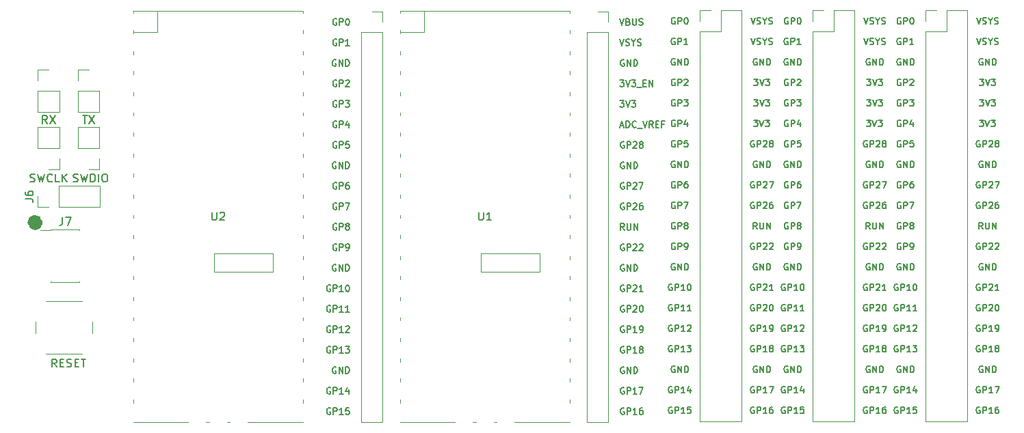
<source format=gbr>
%TF.GenerationSoftware,KiCad,Pcbnew,7.0.7*%
%TF.CreationDate,2023-09-07T20:52:16+09:00*%
%TF.ProjectId,KiCad,4b694361-642e-46b6-9963-61645f706362,rev?*%
%TF.SameCoordinates,PX41cdb40PY67f3540*%
%TF.FileFunction,Legend,Top*%
%TF.FilePolarity,Positive*%
%FSLAX46Y46*%
G04 Gerber Fmt 4.6, Leading zero omitted, Abs format (unit mm)*
G04 Created by KiCad (PCBNEW 7.0.7) date 2023-09-07 20:52:16*
%MOMM*%
%LPD*%
G01*
G04 APERTURE LIST*
%ADD10C,0.950000*%
%ADD11C,0.150000*%
%ADD12C,0.120000*%
%ADD13C,0.100000*%
G04 APERTURE END LIST*
D10*
X2800000Y26250000D02*
G75*
G03*
X2800000Y26250000I-475000J0D01*
G01*
D11*
X1738095Y31329800D02*
X1880952Y31282181D01*
X1880952Y31282181D02*
X2119047Y31282181D01*
X2119047Y31282181D02*
X2214285Y31329800D01*
X2214285Y31329800D02*
X2261904Y31377420D01*
X2261904Y31377420D02*
X2309523Y31472658D01*
X2309523Y31472658D02*
X2309523Y31567896D01*
X2309523Y31567896D02*
X2261904Y31663134D01*
X2261904Y31663134D02*
X2214285Y31710753D01*
X2214285Y31710753D02*
X2119047Y31758372D01*
X2119047Y31758372D02*
X1928571Y31805991D01*
X1928571Y31805991D02*
X1833333Y31853610D01*
X1833333Y31853610D02*
X1785714Y31901229D01*
X1785714Y31901229D02*
X1738095Y31996467D01*
X1738095Y31996467D02*
X1738095Y32091705D01*
X1738095Y32091705D02*
X1785714Y32186943D01*
X1785714Y32186943D02*
X1833333Y32234562D01*
X1833333Y32234562D02*
X1928571Y32282181D01*
X1928571Y32282181D02*
X2166666Y32282181D01*
X2166666Y32282181D02*
X2309523Y32234562D01*
X2642857Y32282181D02*
X2880952Y31282181D01*
X2880952Y31282181D02*
X3071428Y31996467D01*
X3071428Y31996467D02*
X3261904Y31282181D01*
X3261904Y31282181D02*
X3500000Y32282181D01*
X4452380Y31377420D02*
X4404761Y31329800D01*
X4404761Y31329800D02*
X4261904Y31282181D01*
X4261904Y31282181D02*
X4166666Y31282181D01*
X4166666Y31282181D02*
X4023809Y31329800D01*
X4023809Y31329800D02*
X3928571Y31425039D01*
X3928571Y31425039D02*
X3880952Y31520277D01*
X3880952Y31520277D02*
X3833333Y31710753D01*
X3833333Y31710753D02*
X3833333Y31853610D01*
X3833333Y31853610D02*
X3880952Y32044086D01*
X3880952Y32044086D02*
X3928571Y32139324D01*
X3928571Y32139324D02*
X4023809Y32234562D01*
X4023809Y32234562D02*
X4166666Y32282181D01*
X4166666Y32282181D02*
X4261904Y32282181D01*
X4261904Y32282181D02*
X4404761Y32234562D01*
X4404761Y32234562D02*
X4452380Y32186943D01*
X5357142Y31282181D02*
X4880952Y31282181D01*
X4880952Y31282181D02*
X4880952Y32282181D01*
X5690476Y31282181D02*
X5690476Y32282181D01*
X6261904Y31282181D02*
X5833333Y31853610D01*
X6261904Y32282181D02*
X5690476Y31710753D01*
X5723666Y26912181D02*
X5723666Y26197896D01*
X5723666Y26197896D02*
X5676047Y26055039D01*
X5676047Y26055039D02*
X5580809Y25959800D01*
X5580809Y25959800D02*
X5437952Y25912181D01*
X5437952Y25912181D02*
X5342714Y25912181D01*
X6104619Y26912181D02*
X6771285Y26912181D01*
X6771285Y26912181D02*
X6342714Y25912181D01*
X39638934Y28639610D02*
X39562744Y28677705D01*
X39562744Y28677705D02*
X39448458Y28677705D01*
X39448458Y28677705D02*
X39334172Y28639610D01*
X39334172Y28639610D02*
X39257982Y28563420D01*
X39257982Y28563420D02*
X39219887Y28487229D01*
X39219887Y28487229D02*
X39181791Y28334848D01*
X39181791Y28334848D02*
X39181791Y28220562D01*
X39181791Y28220562D02*
X39219887Y28068181D01*
X39219887Y28068181D02*
X39257982Y27991991D01*
X39257982Y27991991D02*
X39334172Y27915800D01*
X39334172Y27915800D02*
X39448458Y27877705D01*
X39448458Y27877705D02*
X39524649Y27877705D01*
X39524649Y27877705D02*
X39638934Y27915800D01*
X39638934Y27915800D02*
X39677030Y27953896D01*
X39677030Y27953896D02*
X39677030Y28220562D01*
X39677030Y28220562D02*
X39524649Y28220562D01*
X40019887Y27877705D02*
X40019887Y28677705D01*
X40019887Y28677705D02*
X40324649Y28677705D01*
X40324649Y28677705D02*
X40400839Y28639610D01*
X40400839Y28639610D02*
X40438934Y28601515D01*
X40438934Y28601515D02*
X40477030Y28525324D01*
X40477030Y28525324D02*
X40477030Y28411039D01*
X40477030Y28411039D02*
X40438934Y28334848D01*
X40438934Y28334848D02*
X40400839Y28296753D01*
X40400839Y28296753D02*
X40324649Y28258658D01*
X40324649Y28258658D02*
X40019887Y28258658D01*
X40743696Y28677705D02*
X41277030Y28677705D01*
X41277030Y28677705D02*
X40934172Y27877705D01*
X38877029Y3239610D02*
X38800839Y3277705D01*
X38800839Y3277705D02*
X38686553Y3277705D01*
X38686553Y3277705D02*
X38572267Y3239610D01*
X38572267Y3239610D02*
X38496077Y3163420D01*
X38496077Y3163420D02*
X38457982Y3087229D01*
X38457982Y3087229D02*
X38419886Y2934848D01*
X38419886Y2934848D02*
X38419886Y2820562D01*
X38419886Y2820562D02*
X38457982Y2668181D01*
X38457982Y2668181D02*
X38496077Y2591991D01*
X38496077Y2591991D02*
X38572267Y2515800D01*
X38572267Y2515800D02*
X38686553Y2477705D01*
X38686553Y2477705D02*
X38762744Y2477705D01*
X38762744Y2477705D02*
X38877029Y2515800D01*
X38877029Y2515800D02*
X38915125Y2553896D01*
X38915125Y2553896D02*
X38915125Y2820562D01*
X38915125Y2820562D02*
X38762744Y2820562D01*
X39257982Y2477705D02*
X39257982Y3277705D01*
X39257982Y3277705D02*
X39562744Y3277705D01*
X39562744Y3277705D02*
X39638934Y3239610D01*
X39638934Y3239610D02*
X39677029Y3201515D01*
X39677029Y3201515D02*
X39715125Y3125324D01*
X39715125Y3125324D02*
X39715125Y3011039D01*
X39715125Y3011039D02*
X39677029Y2934848D01*
X39677029Y2934848D02*
X39638934Y2896753D01*
X39638934Y2896753D02*
X39562744Y2858658D01*
X39562744Y2858658D02*
X39257982Y2858658D01*
X40477029Y2477705D02*
X40019886Y2477705D01*
X40248458Y2477705D02*
X40248458Y3277705D01*
X40248458Y3277705D02*
X40172267Y3163420D01*
X40172267Y3163420D02*
X40096077Y3087229D01*
X40096077Y3087229D02*
X40019886Y3049134D01*
X41200839Y3277705D02*
X40819887Y3277705D01*
X40819887Y3277705D02*
X40781791Y2896753D01*
X40781791Y2896753D02*
X40819887Y2934848D01*
X40819887Y2934848D02*
X40896077Y2972943D01*
X40896077Y2972943D02*
X41086553Y2972943D01*
X41086553Y2972943D02*
X41162744Y2934848D01*
X41162744Y2934848D02*
X41200839Y2896753D01*
X41200839Y2896753D02*
X41238934Y2820562D01*
X41238934Y2820562D02*
X41238934Y2630086D01*
X41238934Y2630086D02*
X41200839Y2553896D01*
X41200839Y2553896D02*
X41162744Y2515800D01*
X41162744Y2515800D02*
X41086553Y2477705D01*
X41086553Y2477705D02*
X40896077Y2477705D01*
X40896077Y2477705D02*
X40819887Y2515800D01*
X40819887Y2515800D02*
X40781791Y2553896D01*
X38877029Y5779610D02*
X38800839Y5817705D01*
X38800839Y5817705D02*
X38686553Y5817705D01*
X38686553Y5817705D02*
X38572267Y5779610D01*
X38572267Y5779610D02*
X38496077Y5703420D01*
X38496077Y5703420D02*
X38457982Y5627229D01*
X38457982Y5627229D02*
X38419886Y5474848D01*
X38419886Y5474848D02*
X38419886Y5360562D01*
X38419886Y5360562D02*
X38457982Y5208181D01*
X38457982Y5208181D02*
X38496077Y5131991D01*
X38496077Y5131991D02*
X38572267Y5055800D01*
X38572267Y5055800D02*
X38686553Y5017705D01*
X38686553Y5017705D02*
X38762744Y5017705D01*
X38762744Y5017705D02*
X38877029Y5055800D01*
X38877029Y5055800D02*
X38915125Y5093896D01*
X38915125Y5093896D02*
X38915125Y5360562D01*
X38915125Y5360562D02*
X38762744Y5360562D01*
X39257982Y5017705D02*
X39257982Y5817705D01*
X39257982Y5817705D02*
X39562744Y5817705D01*
X39562744Y5817705D02*
X39638934Y5779610D01*
X39638934Y5779610D02*
X39677029Y5741515D01*
X39677029Y5741515D02*
X39715125Y5665324D01*
X39715125Y5665324D02*
X39715125Y5551039D01*
X39715125Y5551039D02*
X39677029Y5474848D01*
X39677029Y5474848D02*
X39638934Y5436753D01*
X39638934Y5436753D02*
X39562744Y5398658D01*
X39562744Y5398658D02*
X39257982Y5398658D01*
X40477029Y5017705D02*
X40019886Y5017705D01*
X40248458Y5017705D02*
X40248458Y5817705D01*
X40248458Y5817705D02*
X40172267Y5703420D01*
X40172267Y5703420D02*
X40096077Y5627229D01*
X40096077Y5627229D02*
X40019886Y5589134D01*
X41162744Y5551039D02*
X41162744Y5017705D01*
X40972268Y5855800D02*
X40781791Y5284372D01*
X40781791Y5284372D02*
X41277030Y5284372D01*
X39638934Y23559610D02*
X39562744Y23597705D01*
X39562744Y23597705D02*
X39448458Y23597705D01*
X39448458Y23597705D02*
X39334172Y23559610D01*
X39334172Y23559610D02*
X39257982Y23483420D01*
X39257982Y23483420D02*
X39219887Y23407229D01*
X39219887Y23407229D02*
X39181791Y23254848D01*
X39181791Y23254848D02*
X39181791Y23140562D01*
X39181791Y23140562D02*
X39219887Y22988181D01*
X39219887Y22988181D02*
X39257982Y22911991D01*
X39257982Y22911991D02*
X39334172Y22835800D01*
X39334172Y22835800D02*
X39448458Y22797705D01*
X39448458Y22797705D02*
X39524649Y22797705D01*
X39524649Y22797705D02*
X39638934Y22835800D01*
X39638934Y22835800D02*
X39677030Y22873896D01*
X39677030Y22873896D02*
X39677030Y23140562D01*
X39677030Y23140562D02*
X39524649Y23140562D01*
X40019887Y22797705D02*
X40019887Y23597705D01*
X40019887Y23597705D02*
X40324649Y23597705D01*
X40324649Y23597705D02*
X40400839Y23559610D01*
X40400839Y23559610D02*
X40438934Y23521515D01*
X40438934Y23521515D02*
X40477030Y23445324D01*
X40477030Y23445324D02*
X40477030Y23331039D01*
X40477030Y23331039D02*
X40438934Y23254848D01*
X40438934Y23254848D02*
X40400839Y23216753D01*
X40400839Y23216753D02*
X40324649Y23178658D01*
X40324649Y23178658D02*
X40019887Y23178658D01*
X40857982Y22797705D02*
X41010363Y22797705D01*
X41010363Y22797705D02*
X41086553Y22835800D01*
X41086553Y22835800D02*
X41124649Y22873896D01*
X41124649Y22873896D02*
X41200839Y22988181D01*
X41200839Y22988181D02*
X41238934Y23140562D01*
X41238934Y23140562D02*
X41238934Y23445324D01*
X41238934Y23445324D02*
X41200839Y23521515D01*
X41200839Y23521515D02*
X41162744Y23559610D01*
X41162744Y23559610D02*
X41086553Y23597705D01*
X41086553Y23597705D02*
X40934172Y23597705D01*
X40934172Y23597705D02*
X40857982Y23559610D01*
X40857982Y23559610D02*
X40819887Y23521515D01*
X40819887Y23521515D02*
X40781791Y23445324D01*
X40781791Y23445324D02*
X40781791Y23254848D01*
X40781791Y23254848D02*
X40819887Y23178658D01*
X40819887Y23178658D02*
X40857982Y23140562D01*
X40857982Y23140562D02*
X40934172Y23102467D01*
X40934172Y23102467D02*
X41086553Y23102467D01*
X41086553Y23102467D02*
X41162744Y23140562D01*
X41162744Y23140562D02*
X41200839Y23178658D01*
X41200839Y23178658D02*
X41238934Y23254848D01*
X39638934Y48959610D02*
X39562744Y48997705D01*
X39562744Y48997705D02*
X39448458Y48997705D01*
X39448458Y48997705D02*
X39334172Y48959610D01*
X39334172Y48959610D02*
X39257982Y48883420D01*
X39257982Y48883420D02*
X39219887Y48807229D01*
X39219887Y48807229D02*
X39181791Y48654848D01*
X39181791Y48654848D02*
X39181791Y48540562D01*
X39181791Y48540562D02*
X39219887Y48388181D01*
X39219887Y48388181D02*
X39257982Y48311991D01*
X39257982Y48311991D02*
X39334172Y48235800D01*
X39334172Y48235800D02*
X39448458Y48197705D01*
X39448458Y48197705D02*
X39524649Y48197705D01*
X39524649Y48197705D02*
X39638934Y48235800D01*
X39638934Y48235800D02*
X39677030Y48273896D01*
X39677030Y48273896D02*
X39677030Y48540562D01*
X39677030Y48540562D02*
X39524649Y48540562D01*
X40019887Y48197705D02*
X40019887Y48997705D01*
X40019887Y48997705D02*
X40324649Y48997705D01*
X40324649Y48997705D02*
X40400839Y48959610D01*
X40400839Y48959610D02*
X40438934Y48921515D01*
X40438934Y48921515D02*
X40477030Y48845324D01*
X40477030Y48845324D02*
X40477030Y48731039D01*
X40477030Y48731039D02*
X40438934Y48654848D01*
X40438934Y48654848D02*
X40400839Y48616753D01*
X40400839Y48616753D02*
X40324649Y48578658D01*
X40324649Y48578658D02*
X40019887Y48578658D01*
X41238934Y48197705D02*
X40781791Y48197705D01*
X41010363Y48197705D02*
X41010363Y48997705D01*
X41010363Y48997705D02*
X40934172Y48883420D01*
X40934172Y48883420D02*
X40857982Y48807229D01*
X40857982Y48807229D02*
X40781791Y48769134D01*
X39562744Y33719610D02*
X39486554Y33757705D01*
X39486554Y33757705D02*
X39372268Y33757705D01*
X39372268Y33757705D02*
X39257982Y33719610D01*
X39257982Y33719610D02*
X39181792Y33643420D01*
X39181792Y33643420D02*
X39143697Y33567229D01*
X39143697Y33567229D02*
X39105601Y33414848D01*
X39105601Y33414848D02*
X39105601Y33300562D01*
X39105601Y33300562D02*
X39143697Y33148181D01*
X39143697Y33148181D02*
X39181792Y33071991D01*
X39181792Y33071991D02*
X39257982Y32995800D01*
X39257982Y32995800D02*
X39372268Y32957705D01*
X39372268Y32957705D02*
X39448459Y32957705D01*
X39448459Y32957705D02*
X39562744Y32995800D01*
X39562744Y32995800D02*
X39600840Y33033896D01*
X39600840Y33033896D02*
X39600840Y33300562D01*
X39600840Y33300562D02*
X39448459Y33300562D01*
X39943697Y32957705D02*
X39943697Y33757705D01*
X39943697Y33757705D02*
X40400840Y32957705D01*
X40400840Y32957705D02*
X40400840Y33757705D01*
X40781792Y32957705D02*
X40781792Y33757705D01*
X40781792Y33757705D02*
X40972268Y33757705D01*
X40972268Y33757705D02*
X41086554Y33719610D01*
X41086554Y33719610D02*
X41162744Y33643420D01*
X41162744Y33643420D02*
X41200839Y33567229D01*
X41200839Y33567229D02*
X41238935Y33414848D01*
X41238935Y33414848D02*
X41238935Y33300562D01*
X41238935Y33300562D02*
X41200839Y33148181D01*
X41200839Y33148181D02*
X41162744Y33071991D01*
X41162744Y33071991D02*
X41086554Y32995800D01*
X41086554Y32995800D02*
X40972268Y32957705D01*
X40972268Y32957705D02*
X40781792Y32957705D01*
X38877029Y15939610D02*
X38800839Y15977705D01*
X38800839Y15977705D02*
X38686553Y15977705D01*
X38686553Y15977705D02*
X38572267Y15939610D01*
X38572267Y15939610D02*
X38496077Y15863420D01*
X38496077Y15863420D02*
X38457982Y15787229D01*
X38457982Y15787229D02*
X38419886Y15634848D01*
X38419886Y15634848D02*
X38419886Y15520562D01*
X38419886Y15520562D02*
X38457982Y15368181D01*
X38457982Y15368181D02*
X38496077Y15291991D01*
X38496077Y15291991D02*
X38572267Y15215800D01*
X38572267Y15215800D02*
X38686553Y15177705D01*
X38686553Y15177705D02*
X38762744Y15177705D01*
X38762744Y15177705D02*
X38877029Y15215800D01*
X38877029Y15215800D02*
X38915125Y15253896D01*
X38915125Y15253896D02*
X38915125Y15520562D01*
X38915125Y15520562D02*
X38762744Y15520562D01*
X39257982Y15177705D02*
X39257982Y15977705D01*
X39257982Y15977705D02*
X39562744Y15977705D01*
X39562744Y15977705D02*
X39638934Y15939610D01*
X39638934Y15939610D02*
X39677029Y15901515D01*
X39677029Y15901515D02*
X39715125Y15825324D01*
X39715125Y15825324D02*
X39715125Y15711039D01*
X39715125Y15711039D02*
X39677029Y15634848D01*
X39677029Y15634848D02*
X39638934Y15596753D01*
X39638934Y15596753D02*
X39562744Y15558658D01*
X39562744Y15558658D02*
X39257982Y15558658D01*
X40477029Y15177705D02*
X40019886Y15177705D01*
X40248458Y15177705D02*
X40248458Y15977705D01*
X40248458Y15977705D02*
X40172267Y15863420D01*
X40172267Y15863420D02*
X40096077Y15787229D01*
X40096077Y15787229D02*
X40019886Y15749134D01*
X41238934Y15177705D02*
X40781791Y15177705D01*
X41010363Y15177705D02*
X41010363Y15977705D01*
X41010363Y15977705D02*
X40934172Y15863420D01*
X40934172Y15863420D02*
X40857982Y15787229D01*
X40857982Y15787229D02*
X40781791Y15749134D01*
X38877029Y10859610D02*
X38800839Y10897705D01*
X38800839Y10897705D02*
X38686553Y10897705D01*
X38686553Y10897705D02*
X38572267Y10859610D01*
X38572267Y10859610D02*
X38496077Y10783420D01*
X38496077Y10783420D02*
X38457982Y10707229D01*
X38457982Y10707229D02*
X38419886Y10554848D01*
X38419886Y10554848D02*
X38419886Y10440562D01*
X38419886Y10440562D02*
X38457982Y10288181D01*
X38457982Y10288181D02*
X38496077Y10211991D01*
X38496077Y10211991D02*
X38572267Y10135800D01*
X38572267Y10135800D02*
X38686553Y10097705D01*
X38686553Y10097705D02*
X38762744Y10097705D01*
X38762744Y10097705D02*
X38877029Y10135800D01*
X38877029Y10135800D02*
X38915125Y10173896D01*
X38915125Y10173896D02*
X38915125Y10440562D01*
X38915125Y10440562D02*
X38762744Y10440562D01*
X39257982Y10097705D02*
X39257982Y10897705D01*
X39257982Y10897705D02*
X39562744Y10897705D01*
X39562744Y10897705D02*
X39638934Y10859610D01*
X39638934Y10859610D02*
X39677029Y10821515D01*
X39677029Y10821515D02*
X39715125Y10745324D01*
X39715125Y10745324D02*
X39715125Y10631039D01*
X39715125Y10631039D02*
X39677029Y10554848D01*
X39677029Y10554848D02*
X39638934Y10516753D01*
X39638934Y10516753D02*
X39562744Y10478658D01*
X39562744Y10478658D02*
X39257982Y10478658D01*
X40477029Y10097705D02*
X40019886Y10097705D01*
X40248458Y10097705D02*
X40248458Y10897705D01*
X40248458Y10897705D02*
X40172267Y10783420D01*
X40172267Y10783420D02*
X40096077Y10707229D01*
X40096077Y10707229D02*
X40019886Y10669134D01*
X40743696Y10897705D02*
X41238934Y10897705D01*
X41238934Y10897705D02*
X40972268Y10592943D01*
X40972268Y10592943D02*
X41086553Y10592943D01*
X41086553Y10592943D02*
X41162744Y10554848D01*
X41162744Y10554848D02*
X41200839Y10516753D01*
X41200839Y10516753D02*
X41238934Y10440562D01*
X41238934Y10440562D02*
X41238934Y10250086D01*
X41238934Y10250086D02*
X41200839Y10173896D01*
X41200839Y10173896D02*
X41162744Y10135800D01*
X41162744Y10135800D02*
X41086553Y10097705D01*
X41086553Y10097705D02*
X40857982Y10097705D01*
X40857982Y10097705D02*
X40781791Y10135800D01*
X40781791Y10135800D02*
X40743696Y10173896D01*
X39638934Y43879610D02*
X39562744Y43917705D01*
X39562744Y43917705D02*
X39448458Y43917705D01*
X39448458Y43917705D02*
X39334172Y43879610D01*
X39334172Y43879610D02*
X39257982Y43803420D01*
X39257982Y43803420D02*
X39219887Y43727229D01*
X39219887Y43727229D02*
X39181791Y43574848D01*
X39181791Y43574848D02*
X39181791Y43460562D01*
X39181791Y43460562D02*
X39219887Y43308181D01*
X39219887Y43308181D02*
X39257982Y43231991D01*
X39257982Y43231991D02*
X39334172Y43155800D01*
X39334172Y43155800D02*
X39448458Y43117705D01*
X39448458Y43117705D02*
X39524649Y43117705D01*
X39524649Y43117705D02*
X39638934Y43155800D01*
X39638934Y43155800D02*
X39677030Y43193896D01*
X39677030Y43193896D02*
X39677030Y43460562D01*
X39677030Y43460562D02*
X39524649Y43460562D01*
X40019887Y43117705D02*
X40019887Y43917705D01*
X40019887Y43917705D02*
X40324649Y43917705D01*
X40324649Y43917705D02*
X40400839Y43879610D01*
X40400839Y43879610D02*
X40438934Y43841515D01*
X40438934Y43841515D02*
X40477030Y43765324D01*
X40477030Y43765324D02*
X40477030Y43651039D01*
X40477030Y43651039D02*
X40438934Y43574848D01*
X40438934Y43574848D02*
X40400839Y43536753D01*
X40400839Y43536753D02*
X40324649Y43498658D01*
X40324649Y43498658D02*
X40019887Y43498658D01*
X40781791Y43841515D02*
X40819887Y43879610D01*
X40819887Y43879610D02*
X40896077Y43917705D01*
X40896077Y43917705D02*
X41086553Y43917705D01*
X41086553Y43917705D02*
X41162744Y43879610D01*
X41162744Y43879610D02*
X41200839Y43841515D01*
X41200839Y43841515D02*
X41238934Y43765324D01*
X41238934Y43765324D02*
X41238934Y43689134D01*
X41238934Y43689134D02*
X41200839Y43574848D01*
X41200839Y43574848D02*
X40743696Y43117705D01*
X40743696Y43117705D02*
X41238934Y43117705D01*
X39638934Y31179610D02*
X39562744Y31217705D01*
X39562744Y31217705D02*
X39448458Y31217705D01*
X39448458Y31217705D02*
X39334172Y31179610D01*
X39334172Y31179610D02*
X39257982Y31103420D01*
X39257982Y31103420D02*
X39219887Y31027229D01*
X39219887Y31027229D02*
X39181791Y30874848D01*
X39181791Y30874848D02*
X39181791Y30760562D01*
X39181791Y30760562D02*
X39219887Y30608181D01*
X39219887Y30608181D02*
X39257982Y30531991D01*
X39257982Y30531991D02*
X39334172Y30455800D01*
X39334172Y30455800D02*
X39448458Y30417705D01*
X39448458Y30417705D02*
X39524649Y30417705D01*
X39524649Y30417705D02*
X39638934Y30455800D01*
X39638934Y30455800D02*
X39677030Y30493896D01*
X39677030Y30493896D02*
X39677030Y30760562D01*
X39677030Y30760562D02*
X39524649Y30760562D01*
X40019887Y30417705D02*
X40019887Y31217705D01*
X40019887Y31217705D02*
X40324649Y31217705D01*
X40324649Y31217705D02*
X40400839Y31179610D01*
X40400839Y31179610D02*
X40438934Y31141515D01*
X40438934Y31141515D02*
X40477030Y31065324D01*
X40477030Y31065324D02*
X40477030Y30951039D01*
X40477030Y30951039D02*
X40438934Y30874848D01*
X40438934Y30874848D02*
X40400839Y30836753D01*
X40400839Y30836753D02*
X40324649Y30798658D01*
X40324649Y30798658D02*
X40019887Y30798658D01*
X41162744Y31217705D02*
X41010363Y31217705D01*
X41010363Y31217705D02*
X40934172Y31179610D01*
X40934172Y31179610D02*
X40896077Y31141515D01*
X40896077Y31141515D02*
X40819887Y31027229D01*
X40819887Y31027229D02*
X40781791Y30874848D01*
X40781791Y30874848D02*
X40781791Y30570086D01*
X40781791Y30570086D02*
X40819887Y30493896D01*
X40819887Y30493896D02*
X40857982Y30455800D01*
X40857982Y30455800D02*
X40934172Y30417705D01*
X40934172Y30417705D02*
X41086553Y30417705D01*
X41086553Y30417705D02*
X41162744Y30455800D01*
X41162744Y30455800D02*
X41200839Y30493896D01*
X41200839Y30493896D02*
X41238934Y30570086D01*
X41238934Y30570086D02*
X41238934Y30760562D01*
X41238934Y30760562D02*
X41200839Y30836753D01*
X41200839Y30836753D02*
X41162744Y30874848D01*
X41162744Y30874848D02*
X41086553Y30912943D01*
X41086553Y30912943D02*
X40934172Y30912943D01*
X40934172Y30912943D02*
X40857982Y30874848D01*
X40857982Y30874848D02*
X40819887Y30836753D01*
X40819887Y30836753D02*
X40781791Y30760562D01*
X39638934Y36259610D02*
X39562744Y36297705D01*
X39562744Y36297705D02*
X39448458Y36297705D01*
X39448458Y36297705D02*
X39334172Y36259610D01*
X39334172Y36259610D02*
X39257982Y36183420D01*
X39257982Y36183420D02*
X39219887Y36107229D01*
X39219887Y36107229D02*
X39181791Y35954848D01*
X39181791Y35954848D02*
X39181791Y35840562D01*
X39181791Y35840562D02*
X39219887Y35688181D01*
X39219887Y35688181D02*
X39257982Y35611991D01*
X39257982Y35611991D02*
X39334172Y35535800D01*
X39334172Y35535800D02*
X39448458Y35497705D01*
X39448458Y35497705D02*
X39524649Y35497705D01*
X39524649Y35497705D02*
X39638934Y35535800D01*
X39638934Y35535800D02*
X39677030Y35573896D01*
X39677030Y35573896D02*
X39677030Y35840562D01*
X39677030Y35840562D02*
X39524649Y35840562D01*
X40019887Y35497705D02*
X40019887Y36297705D01*
X40019887Y36297705D02*
X40324649Y36297705D01*
X40324649Y36297705D02*
X40400839Y36259610D01*
X40400839Y36259610D02*
X40438934Y36221515D01*
X40438934Y36221515D02*
X40477030Y36145324D01*
X40477030Y36145324D02*
X40477030Y36031039D01*
X40477030Y36031039D02*
X40438934Y35954848D01*
X40438934Y35954848D02*
X40400839Y35916753D01*
X40400839Y35916753D02*
X40324649Y35878658D01*
X40324649Y35878658D02*
X40019887Y35878658D01*
X41200839Y36297705D02*
X40819887Y36297705D01*
X40819887Y36297705D02*
X40781791Y35916753D01*
X40781791Y35916753D02*
X40819887Y35954848D01*
X40819887Y35954848D02*
X40896077Y35992943D01*
X40896077Y35992943D02*
X41086553Y35992943D01*
X41086553Y35992943D02*
X41162744Y35954848D01*
X41162744Y35954848D02*
X41200839Y35916753D01*
X41200839Y35916753D02*
X41238934Y35840562D01*
X41238934Y35840562D02*
X41238934Y35650086D01*
X41238934Y35650086D02*
X41200839Y35573896D01*
X41200839Y35573896D02*
X41162744Y35535800D01*
X41162744Y35535800D02*
X41086553Y35497705D01*
X41086553Y35497705D02*
X40896077Y35497705D01*
X40896077Y35497705D02*
X40819887Y35535800D01*
X40819887Y35535800D02*
X40781791Y35573896D01*
X39638934Y38799610D02*
X39562744Y38837705D01*
X39562744Y38837705D02*
X39448458Y38837705D01*
X39448458Y38837705D02*
X39334172Y38799610D01*
X39334172Y38799610D02*
X39257982Y38723420D01*
X39257982Y38723420D02*
X39219887Y38647229D01*
X39219887Y38647229D02*
X39181791Y38494848D01*
X39181791Y38494848D02*
X39181791Y38380562D01*
X39181791Y38380562D02*
X39219887Y38228181D01*
X39219887Y38228181D02*
X39257982Y38151991D01*
X39257982Y38151991D02*
X39334172Y38075800D01*
X39334172Y38075800D02*
X39448458Y38037705D01*
X39448458Y38037705D02*
X39524649Y38037705D01*
X39524649Y38037705D02*
X39638934Y38075800D01*
X39638934Y38075800D02*
X39677030Y38113896D01*
X39677030Y38113896D02*
X39677030Y38380562D01*
X39677030Y38380562D02*
X39524649Y38380562D01*
X40019887Y38037705D02*
X40019887Y38837705D01*
X40019887Y38837705D02*
X40324649Y38837705D01*
X40324649Y38837705D02*
X40400839Y38799610D01*
X40400839Y38799610D02*
X40438934Y38761515D01*
X40438934Y38761515D02*
X40477030Y38685324D01*
X40477030Y38685324D02*
X40477030Y38571039D01*
X40477030Y38571039D02*
X40438934Y38494848D01*
X40438934Y38494848D02*
X40400839Y38456753D01*
X40400839Y38456753D02*
X40324649Y38418658D01*
X40324649Y38418658D02*
X40019887Y38418658D01*
X41162744Y38571039D02*
X41162744Y38037705D01*
X40972268Y38875800D02*
X40781791Y38304372D01*
X40781791Y38304372D02*
X41277030Y38304372D01*
X39638934Y51499610D02*
X39562744Y51537705D01*
X39562744Y51537705D02*
X39448458Y51537705D01*
X39448458Y51537705D02*
X39334172Y51499610D01*
X39334172Y51499610D02*
X39257982Y51423420D01*
X39257982Y51423420D02*
X39219887Y51347229D01*
X39219887Y51347229D02*
X39181791Y51194848D01*
X39181791Y51194848D02*
X39181791Y51080562D01*
X39181791Y51080562D02*
X39219887Y50928181D01*
X39219887Y50928181D02*
X39257982Y50851991D01*
X39257982Y50851991D02*
X39334172Y50775800D01*
X39334172Y50775800D02*
X39448458Y50737705D01*
X39448458Y50737705D02*
X39524649Y50737705D01*
X39524649Y50737705D02*
X39638934Y50775800D01*
X39638934Y50775800D02*
X39677030Y50813896D01*
X39677030Y50813896D02*
X39677030Y51080562D01*
X39677030Y51080562D02*
X39524649Y51080562D01*
X40019887Y50737705D02*
X40019887Y51537705D01*
X40019887Y51537705D02*
X40324649Y51537705D01*
X40324649Y51537705D02*
X40400839Y51499610D01*
X40400839Y51499610D02*
X40438934Y51461515D01*
X40438934Y51461515D02*
X40477030Y51385324D01*
X40477030Y51385324D02*
X40477030Y51271039D01*
X40477030Y51271039D02*
X40438934Y51194848D01*
X40438934Y51194848D02*
X40400839Y51156753D01*
X40400839Y51156753D02*
X40324649Y51118658D01*
X40324649Y51118658D02*
X40019887Y51118658D01*
X40972268Y51537705D02*
X41048458Y51537705D01*
X41048458Y51537705D02*
X41124649Y51499610D01*
X41124649Y51499610D02*
X41162744Y51461515D01*
X41162744Y51461515D02*
X41200839Y51385324D01*
X41200839Y51385324D02*
X41238934Y51232943D01*
X41238934Y51232943D02*
X41238934Y51042467D01*
X41238934Y51042467D02*
X41200839Y50890086D01*
X41200839Y50890086D02*
X41162744Y50813896D01*
X41162744Y50813896D02*
X41124649Y50775800D01*
X41124649Y50775800D02*
X41048458Y50737705D01*
X41048458Y50737705D02*
X40972268Y50737705D01*
X40972268Y50737705D02*
X40896077Y50775800D01*
X40896077Y50775800D02*
X40857982Y50813896D01*
X40857982Y50813896D02*
X40819887Y50890086D01*
X40819887Y50890086D02*
X40781791Y51042467D01*
X40781791Y51042467D02*
X40781791Y51232943D01*
X40781791Y51232943D02*
X40819887Y51385324D01*
X40819887Y51385324D02*
X40857982Y51461515D01*
X40857982Y51461515D02*
X40896077Y51499610D01*
X40896077Y51499610D02*
X40972268Y51537705D01*
X39638934Y26099610D02*
X39562744Y26137705D01*
X39562744Y26137705D02*
X39448458Y26137705D01*
X39448458Y26137705D02*
X39334172Y26099610D01*
X39334172Y26099610D02*
X39257982Y26023420D01*
X39257982Y26023420D02*
X39219887Y25947229D01*
X39219887Y25947229D02*
X39181791Y25794848D01*
X39181791Y25794848D02*
X39181791Y25680562D01*
X39181791Y25680562D02*
X39219887Y25528181D01*
X39219887Y25528181D02*
X39257982Y25451991D01*
X39257982Y25451991D02*
X39334172Y25375800D01*
X39334172Y25375800D02*
X39448458Y25337705D01*
X39448458Y25337705D02*
X39524649Y25337705D01*
X39524649Y25337705D02*
X39638934Y25375800D01*
X39638934Y25375800D02*
X39677030Y25413896D01*
X39677030Y25413896D02*
X39677030Y25680562D01*
X39677030Y25680562D02*
X39524649Y25680562D01*
X40019887Y25337705D02*
X40019887Y26137705D01*
X40019887Y26137705D02*
X40324649Y26137705D01*
X40324649Y26137705D02*
X40400839Y26099610D01*
X40400839Y26099610D02*
X40438934Y26061515D01*
X40438934Y26061515D02*
X40477030Y25985324D01*
X40477030Y25985324D02*
X40477030Y25871039D01*
X40477030Y25871039D02*
X40438934Y25794848D01*
X40438934Y25794848D02*
X40400839Y25756753D01*
X40400839Y25756753D02*
X40324649Y25718658D01*
X40324649Y25718658D02*
X40019887Y25718658D01*
X40934172Y25794848D02*
X40857982Y25832943D01*
X40857982Y25832943D02*
X40819887Y25871039D01*
X40819887Y25871039D02*
X40781791Y25947229D01*
X40781791Y25947229D02*
X40781791Y25985324D01*
X40781791Y25985324D02*
X40819887Y26061515D01*
X40819887Y26061515D02*
X40857982Y26099610D01*
X40857982Y26099610D02*
X40934172Y26137705D01*
X40934172Y26137705D02*
X41086553Y26137705D01*
X41086553Y26137705D02*
X41162744Y26099610D01*
X41162744Y26099610D02*
X41200839Y26061515D01*
X41200839Y26061515D02*
X41238934Y25985324D01*
X41238934Y25985324D02*
X41238934Y25947229D01*
X41238934Y25947229D02*
X41200839Y25871039D01*
X41200839Y25871039D02*
X41162744Y25832943D01*
X41162744Y25832943D02*
X41086553Y25794848D01*
X41086553Y25794848D02*
X40934172Y25794848D01*
X40934172Y25794848D02*
X40857982Y25756753D01*
X40857982Y25756753D02*
X40819887Y25718658D01*
X40819887Y25718658D02*
X40781791Y25642467D01*
X40781791Y25642467D02*
X40781791Y25490086D01*
X40781791Y25490086D02*
X40819887Y25413896D01*
X40819887Y25413896D02*
X40857982Y25375800D01*
X40857982Y25375800D02*
X40934172Y25337705D01*
X40934172Y25337705D02*
X41086553Y25337705D01*
X41086553Y25337705D02*
X41162744Y25375800D01*
X41162744Y25375800D02*
X41200839Y25413896D01*
X41200839Y25413896D02*
X41238934Y25490086D01*
X41238934Y25490086D02*
X41238934Y25642467D01*
X41238934Y25642467D02*
X41200839Y25718658D01*
X41200839Y25718658D02*
X41162744Y25756753D01*
X41162744Y25756753D02*
X41086553Y25794848D01*
X39562744Y46407610D02*
X39486554Y46445705D01*
X39486554Y46445705D02*
X39372268Y46445705D01*
X39372268Y46445705D02*
X39257982Y46407610D01*
X39257982Y46407610D02*
X39181792Y46331420D01*
X39181792Y46331420D02*
X39143697Y46255229D01*
X39143697Y46255229D02*
X39105601Y46102848D01*
X39105601Y46102848D02*
X39105601Y45988562D01*
X39105601Y45988562D02*
X39143697Y45836181D01*
X39143697Y45836181D02*
X39181792Y45759991D01*
X39181792Y45759991D02*
X39257982Y45683800D01*
X39257982Y45683800D02*
X39372268Y45645705D01*
X39372268Y45645705D02*
X39448459Y45645705D01*
X39448459Y45645705D02*
X39562744Y45683800D01*
X39562744Y45683800D02*
X39600840Y45721896D01*
X39600840Y45721896D02*
X39600840Y45988562D01*
X39600840Y45988562D02*
X39448459Y45988562D01*
X39943697Y45645705D02*
X39943697Y46445705D01*
X39943697Y46445705D02*
X40400840Y45645705D01*
X40400840Y45645705D02*
X40400840Y46445705D01*
X40781792Y45645705D02*
X40781792Y46445705D01*
X40781792Y46445705D02*
X40972268Y46445705D01*
X40972268Y46445705D02*
X41086554Y46407610D01*
X41086554Y46407610D02*
X41162744Y46331420D01*
X41162744Y46331420D02*
X41200839Y46255229D01*
X41200839Y46255229D02*
X41238935Y46102848D01*
X41238935Y46102848D02*
X41238935Y45988562D01*
X41238935Y45988562D02*
X41200839Y45836181D01*
X41200839Y45836181D02*
X41162744Y45759991D01*
X41162744Y45759991D02*
X41086554Y45683800D01*
X41086554Y45683800D02*
X40972268Y45645705D01*
X40972268Y45645705D02*
X40781792Y45645705D01*
X39562744Y8319610D02*
X39486554Y8357705D01*
X39486554Y8357705D02*
X39372268Y8357705D01*
X39372268Y8357705D02*
X39257982Y8319610D01*
X39257982Y8319610D02*
X39181792Y8243420D01*
X39181792Y8243420D02*
X39143697Y8167229D01*
X39143697Y8167229D02*
X39105601Y8014848D01*
X39105601Y8014848D02*
X39105601Y7900562D01*
X39105601Y7900562D02*
X39143697Y7748181D01*
X39143697Y7748181D02*
X39181792Y7671991D01*
X39181792Y7671991D02*
X39257982Y7595800D01*
X39257982Y7595800D02*
X39372268Y7557705D01*
X39372268Y7557705D02*
X39448459Y7557705D01*
X39448459Y7557705D02*
X39562744Y7595800D01*
X39562744Y7595800D02*
X39600840Y7633896D01*
X39600840Y7633896D02*
X39600840Y7900562D01*
X39600840Y7900562D02*
X39448459Y7900562D01*
X39943697Y7557705D02*
X39943697Y8357705D01*
X39943697Y8357705D02*
X40400840Y7557705D01*
X40400840Y7557705D02*
X40400840Y8357705D01*
X40781792Y7557705D02*
X40781792Y8357705D01*
X40781792Y8357705D02*
X40972268Y8357705D01*
X40972268Y8357705D02*
X41086554Y8319610D01*
X41086554Y8319610D02*
X41162744Y8243420D01*
X41162744Y8243420D02*
X41200839Y8167229D01*
X41200839Y8167229D02*
X41238935Y8014848D01*
X41238935Y8014848D02*
X41238935Y7900562D01*
X41238935Y7900562D02*
X41200839Y7748181D01*
X41200839Y7748181D02*
X41162744Y7671991D01*
X41162744Y7671991D02*
X41086554Y7595800D01*
X41086554Y7595800D02*
X40972268Y7557705D01*
X40972268Y7557705D02*
X40781792Y7557705D01*
X39562744Y21019610D02*
X39486554Y21057705D01*
X39486554Y21057705D02*
X39372268Y21057705D01*
X39372268Y21057705D02*
X39257982Y21019610D01*
X39257982Y21019610D02*
X39181792Y20943420D01*
X39181792Y20943420D02*
X39143697Y20867229D01*
X39143697Y20867229D02*
X39105601Y20714848D01*
X39105601Y20714848D02*
X39105601Y20600562D01*
X39105601Y20600562D02*
X39143697Y20448181D01*
X39143697Y20448181D02*
X39181792Y20371991D01*
X39181792Y20371991D02*
X39257982Y20295800D01*
X39257982Y20295800D02*
X39372268Y20257705D01*
X39372268Y20257705D02*
X39448459Y20257705D01*
X39448459Y20257705D02*
X39562744Y20295800D01*
X39562744Y20295800D02*
X39600840Y20333896D01*
X39600840Y20333896D02*
X39600840Y20600562D01*
X39600840Y20600562D02*
X39448459Y20600562D01*
X39943697Y20257705D02*
X39943697Y21057705D01*
X39943697Y21057705D02*
X40400840Y20257705D01*
X40400840Y20257705D02*
X40400840Y21057705D01*
X40781792Y20257705D02*
X40781792Y21057705D01*
X40781792Y21057705D02*
X40972268Y21057705D01*
X40972268Y21057705D02*
X41086554Y21019610D01*
X41086554Y21019610D02*
X41162744Y20943420D01*
X41162744Y20943420D02*
X41200839Y20867229D01*
X41200839Y20867229D02*
X41238935Y20714848D01*
X41238935Y20714848D02*
X41238935Y20600562D01*
X41238935Y20600562D02*
X41200839Y20448181D01*
X41200839Y20448181D02*
X41162744Y20371991D01*
X41162744Y20371991D02*
X41086554Y20295800D01*
X41086554Y20295800D02*
X40972268Y20257705D01*
X40972268Y20257705D02*
X40781792Y20257705D01*
X39638934Y41339610D02*
X39562744Y41377705D01*
X39562744Y41377705D02*
X39448458Y41377705D01*
X39448458Y41377705D02*
X39334172Y41339610D01*
X39334172Y41339610D02*
X39257982Y41263420D01*
X39257982Y41263420D02*
X39219887Y41187229D01*
X39219887Y41187229D02*
X39181791Y41034848D01*
X39181791Y41034848D02*
X39181791Y40920562D01*
X39181791Y40920562D02*
X39219887Y40768181D01*
X39219887Y40768181D02*
X39257982Y40691991D01*
X39257982Y40691991D02*
X39334172Y40615800D01*
X39334172Y40615800D02*
X39448458Y40577705D01*
X39448458Y40577705D02*
X39524649Y40577705D01*
X39524649Y40577705D02*
X39638934Y40615800D01*
X39638934Y40615800D02*
X39677030Y40653896D01*
X39677030Y40653896D02*
X39677030Y40920562D01*
X39677030Y40920562D02*
X39524649Y40920562D01*
X40019887Y40577705D02*
X40019887Y41377705D01*
X40019887Y41377705D02*
X40324649Y41377705D01*
X40324649Y41377705D02*
X40400839Y41339610D01*
X40400839Y41339610D02*
X40438934Y41301515D01*
X40438934Y41301515D02*
X40477030Y41225324D01*
X40477030Y41225324D02*
X40477030Y41111039D01*
X40477030Y41111039D02*
X40438934Y41034848D01*
X40438934Y41034848D02*
X40400839Y40996753D01*
X40400839Y40996753D02*
X40324649Y40958658D01*
X40324649Y40958658D02*
X40019887Y40958658D01*
X40743696Y41377705D02*
X41238934Y41377705D01*
X41238934Y41377705D02*
X40972268Y41072943D01*
X40972268Y41072943D02*
X41086553Y41072943D01*
X41086553Y41072943D02*
X41162744Y41034848D01*
X41162744Y41034848D02*
X41200839Y40996753D01*
X41200839Y40996753D02*
X41238934Y40920562D01*
X41238934Y40920562D02*
X41238934Y40730086D01*
X41238934Y40730086D02*
X41200839Y40653896D01*
X41200839Y40653896D02*
X41162744Y40615800D01*
X41162744Y40615800D02*
X41086553Y40577705D01*
X41086553Y40577705D02*
X40857982Y40577705D01*
X40857982Y40577705D02*
X40781791Y40615800D01*
X40781791Y40615800D02*
X40743696Y40653896D01*
X38877029Y18479610D02*
X38800839Y18517705D01*
X38800839Y18517705D02*
X38686553Y18517705D01*
X38686553Y18517705D02*
X38572267Y18479610D01*
X38572267Y18479610D02*
X38496077Y18403420D01*
X38496077Y18403420D02*
X38457982Y18327229D01*
X38457982Y18327229D02*
X38419886Y18174848D01*
X38419886Y18174848D02*
X38419886Y18060562D01*
X38419886Y18060562D02*
X38457982Y17908181D01*
X38457982Y17908181D02*
X38496077Y17831991D01*
X38496077Y17831991D02*
X38572267Y17755800D01*
X38572267Y17755800D02*
X38686553Y17717705D01*
X38686553Y17717705D02*
X38762744Y17717705D01*
X38762744Y17717705D02*
X38877029Y17755800D01*
X38877029Y17755800D02*
X38915125Y17793896D01*
X38915125Y17793896D02*
X38915125Y18060562D01*
X38915125Y18060562D02*
X38762744Y18060562D01*
X39257982Y17717705D02*
X39257982Y18517705D01*
X39257982Y18517705D02*
X39562744Y18517705D01*
X39562744Y18517705D02*
X39638934Y18479610D01*
X39638934Y18479610D02*
X39677029Y18441515D01*
X39677029Y18441515D02*
X39715125Y18365324D01*
X39715125Y18365324D02*
X39715125Y18251039D01*
X39715125Y18251039D02*
X39677029Y18174848D01*
X39677029Y18174848D02*
X39638934Y18136753D01*
X39638934Y18136753D02*
X39562744Y18098658D01*
X39562744Y18098658D02*
X39257982Y18098658D01*
X40477029Y17717705D02*
X40019886Y17717705D01*
X40248458Y17717705D02*
X40248458Y18517705D01*
X40248458Y18517705D02*
X40172267Y18403420D01*
X40172267Y18403420D02*
X40096077Y18327229D01*
X40096077Y18327229D02*
X40019886Y18289134D01*
X40972268Y18517705D02*
X41048458Y18517705D01*
X41048458Y18517705D02*
X41124649Y18479610D01*
X41124649Y18479610D02*
X41162744Y18441515D01*
X41162744Y18441515D02*
X41200839Y18365324D01*
X41200839Y18365324D02*
X41238934Y18212943D01*
X41238934Y18212943D02*
X41238934Y18022467D01*
X41238934Y18022467D02*
X41200839Y17870086D01*
X41200839Y17870086D02*
X41162744Y17793896D01*
X41162744Y17793896D02*
X41124649Y17755800D01*
X41124649Y17755800D02*
X41048458Y17717705D01*
X41048458Y17717705D02*
X40972268Y17717705D01*
X40972268Y17717705D02*
X40896077Y17755800D01*
X40896077Y17755800D02*
X40857982Y17793896D01*
X40857982Y17793896D02*
X40819887Y17870086D01*
X40819887Y17870086D02*
X40781791Y18022467D01*
X40781791Y18022467D02*
X40781791Y18212943D01*
X40781791Y18212943D02*
X40819887Y18365324D01*
X40819887Y18365324D02*
X40857982Y18441515D01*
X40857982Y18441515D02*
X40896077Y18479610D01*
X40896077Y18479610D02*
X40972268Y18517705D01*
X38877029Y13399610D02*
X38800839Y13437705D01*
X38800839Y13437705D02*
X38686553Y13437705D01*
X38686553Y13437705D02*
X38572267Y13399610D01*
X38572267Y13399610D02*
X38496077Y13323420D01*
X38496077Y13323420D02*
X38457982Y13247229D01*
X38457982Y13247229D02*
X38419886Y13094848D01*
X38419886Y13094848D02*
X38419886Y12980562D01*
X38419886Y12980562D02*
X38457982Y12828181D01*
X38457982Y12828181D02*
X38496077Y12751991D01*
X38496077Y12751991D02*
X38572267Y12675800D01*
X38572267Y12675800D02*
X38686553Y12637705D01*
X38686553Y12637705D02*
X38762744Y12637705D01*
X38762744Y12637705D02*
X38877029Y12675800D01*
X38877029Y12675800D02*
X38915125Y12713896D01*
X38915125Y12713896D02*
X38915125Y12980562D01*
X38915125Y12980562D02*
X38762744Y12980562D01*
X39257982Y12637705D02*
X39257982Y13437705D01*
X39257982Y13437705D02*
X39562744Y13437705D01*
X39562744Y13437705D02*
X39638934Y13399610D01*
X39638934Y13399610D02*
X39677029Y13361515D01*
X39677029Y13361515D02*
X39715125Y13285324D01*
X39715125Y13285324D02*
X39715125Y13171039D01*
X39715125Y13171039D02*
X39677029Y13094848D01*
X39677029Y13094848D02*
X39638934Y13056753D01*
X39638934Y13056753D02*
X39562744Y13018658D01*
X39562744Y13018658D02*
X39257982Y13018658D01*
X40477029Y12637705D02*
X40019886Y12637705D01*
X40248458Y12637705D02*
X40248458Y13437705D01*
X40248458Y13437705D02*
X40172267Y13323420D01*
X40172267Y13323420D02*
X40096077Y13247229D01*
X40096077Y13247229D02*
X40019886Y13209134D01*
X40781791Y13361515D02*
X40819887Y13399610D01*
X40819887Y13399610D02*
X40896077Y13437705D01*
X40896077Y13437705D02*
X41086553Y13437705D01*
X41086553Y13437705D02*
X41162744Y13399610D01*
X41162744Y13399610D02*
X41200839Y13361515D01*
X41200839Y13361515D02*
X41238934Y13285324D01*
X41238934Y13285324D02*
X41238934Y13209134D01*
X41238934Y13209134D02*
X41200839Y13094848D01*
X41200839Y13094848D02*
X40743696Y12637705D01*
X40743696Y12637705D02*
X41238934Y12637705D01*
X8216095Y39524181D02*
X8787523Y39524181D01*
X8501809Y38524181D02*
X8501809Y39524181D01*
X9025619Y39524181D02*
X9692285Y38524181D01*
X9692285Y39524181D02*
X9025619Y38524181D01*
X109493571Y31294610D02*
X109417381Y31332705D01*
X109417381Y31332705D02*
X109303095Y31332705D01*
X109303095Y31332705D02*
X109188809Y31294610D01*
X109188809Y31294610D02*
X109112619Y31218420D01*
X109112619Y31218420D02*
X109074524Y31142229D01*
X109074524Y31142229D02*
X109036428Y30989848D01*
X109036428Y30989848D02*
X109036428Y30875562D01*
X109036428Y30875562D02*
X109074524Y30723181D01*
X109074524Y30723181D02*
X109112619Y30646991D01*
X109112619Y30646991D02*
X109188809Y30570800D01*
X109188809Y30570800D02*
X109303095Y30532705D01*
X109303095Y30532705D02*
X109379286Y30532705D01*
X109379286Y30532705D02*
X109493571Y30570800D01*
X109493571Y30570800D02*
X109531667Y30608896D01*
X109531667Y30608896D02*
X109531667Y30875562D01*
X109531667Y30875562D02*
X109379286Y30875562D01*
X109874524Y30532705D02*
X109874524Y31332705D01*
X109874524Y31332705D02*
X110179286Y31332705D01*
X110179286Y31332705D02*
X110255476Y31294610D01*
X110255476Y31294610D02*
X110293571Y31256515D01*
X110293571Y31256515D02*
X110331667Y31180324D01*
X110331667Y31180324D02*
X110331667Y31066039D01*
X110331667Y31066039D02*
X110293571Y30989848D01*
X110293571Y30989848D02*
X110255476Y30951753D01*
X110255476Y30951753D02*
X110179286Y30913658D01*
X110179286Y30913658D02*
X109874524Y30913658D01*
X111017381Y31332705D02*
X110865000Y31332705D01*
X110865000Y31332705D02*
X110788809Y31294610D01*
X110788809Y31294610D02*
X110750714Y31256515D01*
X110750714Y31256515D02*
X110674524Y31142229D01*
X110674524Y31142229D02*
X110636428Y30989848D01*
X110636428Y30989848D02*
X110636428Y30685086D01*
X110636428Y30685086D02*
X110674524Y30608896D01*
X110674524Y30608896D02*
X110712619Y30570800D01*
X110712619Y30570800D02*
X110788809Y30532705D01*
X110788809Y30532705D02*
X110941190Y30532705D01*
X110941190Y30532705D02*
X111017381Y30570800D01*
X111017381Y30570800D02*
X111055476Y30608896D01*
X111055476Y30608896D02*
X111093571Y30685086D01*
X111093571Y30685086D02*
X111093571Y30875562D01*
X111093571Y30875562D02*
X111055476Y30951753D01*
X111055476Y30951753D02*
X111017381Y30989848D01*
X111017381Y30989848D02*
X110941190Y31027943D01*
X110941190Y31027943D02*
X110788809Y31027943D01*
X110788809Y31027943D02*
X110712619Y30989848D01*
X110712619Y30989848D02*
X110674524Y30951753D01*
X110674524Y30951753D02*
X110636428Y30875562D01*
X119272618Y3354610D02*
X119196428Y3392705D01*
X119196428Y3392705D02*
X119082142Y3392705D01*
X119082142Y3392705D02*
X118967856Y3354610D01*
X118967856Y3354610D02*
X118891666Y3278420D01*
X118891666Y3278420D02*
X118853571Y3202229D01*
X118853571Y3202229D02*
X118815475Y3049848D01*
X118815475Y3049848D02*
X118815475Y2935562D01*
X118815475Y2935562D02*
X118853571Y2783181D01*
X118853571Y2783181D02*
X118891666Y2706991D01*
X118891666Y2706991D02*
X118967856Y2630800D01*
X118967856Y2630800D02*
X119082142Y2592705D01*
X119082142Y2592705D02*
X119158333Y2592705D01*
X119158333Y2592705D02*
X119272618Y2630800D01*
X119272618Y2630800D02*
X119310714Y2668896D01*
X119310714Y2668896D02*
X119310714Y2935562D01*
X119310714Y2935562D02*
X119158333Y2935562D01*
X119653571Y2592705D02*
X119653571Y3392705D01*
X119653571Y3392705D02*
X119958333Y3392705D01*
X119958333Y3392705D02*
X120034523Y3354610D01*
X120034523Y3354610D02*
X120072618Y3316515D01*
X120072618Y3316515D02*
X120110714Y3240324D01*
X120110714Y3240324D02*
X120110714Y3126039D01*
X120110714Y3126039D02*
X120072618Y3049848D01*
X120072618Y3049848D02*
X120034523Y3011753D01*
X120034523Y3011753D02*
X119958333Y2973658D01*
X119958333Y2973658D02*
X119653571Y2973658D01*
X120872618Y2592705D02*
X120415475Y2592705D01*
X120644047Y2592705D02*
X120644047Y3392705D01*
X120644047Y3392705D02*
X120567856Y3278420D01*
X120567856Y3278420D02*
X120491666Y3202229D01*
X120491666Y3202229D02*
X120415475Y3164134D01*
X121558333Y3392705D02*
X121405952Y3392705D01*
X121405952Y3392705D02*
X121329761Y3354610D01*
X121329761Y3354610D02*
X121291666Y3316515D01*
X121291666Y3316515D02*
X121215476Y3202229D01*
X121215476Y3202229D02*
X121177380Y3049848D01*
X121177380Y3049848D02*
X121177380Y2745086D01*
X121177380Y2745086D02*
X121215476Y2668896D01*
X121215476Y2668896D02*
X121253571Y2630800D01*
X121253571Y2630800D02*
X121329761Y2592705D01*
X121329761Y2592705D02*
X121482142Y2592705D01*
X121482142Y2592705D02*
X121558333Y2630800D01*
X121558333Y2630800D02*
X121596428Y2668896D01*
X121596428Y2668896D02*
X121634523Y2745086D01*
X121634523Y2745086D02*
X121634523Y2935562D01*
X121634523Y2935562D02*
X121596428Y3011753D01*
X121596428Y3011753D02*
X121558333Y3049848D01*
X121558333Y3049848D02*
X121482142Y3087943D01*
X121482142Y3087943D02*
X121329761Y3087943D01*
X121329761Y3087943D02*
X121253571Y3049848D01*
X121253571Y3049848D02*
X121215476Y3011753D01*
X121215476Y3011753D02*
X121177380Y2935562D01*
X119272618Y18594610D02*
X119196428Y18632705D01*
X119196428Y18632705D02*
X119082142Y18632705D01*
X119082142Y18632705D02*
X118967856Y18594610D01*
X118967856Y18594610D02*
X118891666Y18518420D01*
X118891666Y18518420D02*
X118853571Y18442229D01*
X118853571Y18442229D02*
X118815475Y18289848D01*
X118815475Y18289848D02*
X118815475Y18175562D01*
X118815475Y18175562D02*
X118853571Y18023181D01*
X118853571Y18023181D02*
X118891666Y17946991D01*
X118891666Y17946991D02*
X118967856Y17870800D01*
X118967856Y17870800D02*
X119082142Y17832705D01*
X119082142Y17832705D02*
X119158333Y17832705D01*
X119158333Y17832705D02*
X119272618Y17870800D01*
X119272618Y17870800D02*
X119310714Y17908896D01*
X119310714Y17908896D02*
X119310714Y18175562D01*
X119310714Y18175562D02*
X119158333Y18175562D01*
X119653571Y17832705D02*
X119653571Y18632705D01*
X119653571Y18632705D02*
X119958333Y18632705D01*
X119958333Y18632705D02*
X120034523Y18594610D01*
X120034523Y18594610D02*
X120072618Y18556515D01*
X120072618Y18556515D02*
X120110714Y18480324D01*
X120110714Y18480324D02*
X120110714Y18366039D01*
X120110714Y18366039D02*
X120072618Y18289848D01*
X120072618Y18289848D02*
X120034523Y18251753D01*
X120034523Y18251753D02*
X119958333Y18213658D01*
X119958333Y18213658D02*
X119653571Y18213658D01*
X120415475Y18556515D02*
X120453571Y18594610D01*
X120453571Y18594610D02*
X120529761Y18632705D01*
X120529761Y18632705D02*
X120720237Y18632705D01*
X120720237Y18632705D02*
X120796428Y18594610D01*
X120796428Y18594610D02*
X120834523Y18556515D01*
X120834523Y18556515D02*
X120872618Y18480324D01*
X120872618Y18480324D02*
X120872618Y18404134D01*
X120872618Y18404134D02*
X120834523Y18289848D01*
X120834523Y18289848D02*
X120377380Y17832705D01*
X120377380Y17832705D02*
X120872618Y17832705D01*
X121634523Y17832705D02*
X121177380Y17832705D01*
X121405952Y17832705D02*
X121405952Y18632705D01*
X121405952Y18632705D02*
X121329761Y18518420D01*
X121329761Y18518420D02*
X121253571Y18442229D01*
X121253571Y18442229D02*
X121177380Y18404134D01*
X109455476Y33834610D02*
X109379286Y33872705D01*
X109379286Y33872705D02*
X109265000Y33872705D01*
X109265000Y33872705D02*
X109150714Y33834610D01*
X109150714Y33834610D02*
X109074524Y33758420D01*
X109074524Y33758420D02*
X109036429Y33682229D01*
X109036429Y33682229D02*
X108998333Y33529848D01*
X108998333Y33529848D02*
X108998333Y33415562D01*
X108998333Y33415562D02*
X109036429Y33263181D01*
X109036429Y33263181D02*
X109074524Y33186991D01*
X109074524Y33186991D02*
X109150714Y33110800D01*
X109150714Y33110800D02*
X109265000Y33072705D01*
X109265000Y33072705D02*
X109341191Y33072705D01*
X109341191Y33072705D02*
X109455476Y33110800D01*
X109455476Y33110800D02*
X109493572Y33148896D01*
X109493572Y33148896D02*
X109493572Y33415562D01*
X109493572Y33415562D02*
X109341191Y33415562D01*
X109836429Y33072705D02*
X109836429Y33872705D01*
X109836429Y33872705D02*
X110293572Y33072705D01*
X110293572Y33072705D02*
X110293572Y33872705D01*
X110674524Y33072705D02*
X110674524Y33872705D01*
X110674524Y33872705D02*
X110865000Y33872705D01*
X110865000Y33872705D02*
X110979286Y33834610D01*
X110979286Y33834610D02*
X111055476Y33758420D01*
X111055476Y33758420D02*
X111093571Y33682229D01*
X111093571Y33682229D02*
X111131667Y33529848D01*
X111131667Y33529848D02*
X111131667Y33415562D01*
X111131667Y33415562D02*
X111093571Y33263181D01*
X111093571Y33263181D02*
X111055476Y33186991D01*
X111055476Y33186991D02*
X110979286Y33110800D01*
X110979286Y33110800D02*
X110865000Y33072705D01*
X110865000Y33072705D02*
X110674524Y33072705D01*
X118853571Y49112705D02*
X119120238Y48312705D01*
X119120238Y48312705D02*
X119386904Y49112705D01*
X119615475Y48350800D02*
X119729761Y48312705D01*
X119729761Y48312705D02*
X119920237Y48312705D01*
X119920237Y48312705D02*
X119996428Y48350800D01*
X119996428Y48350800D02*
X120034523Y48388896D01*
X120034523Y48388896D02*
X120072618Y48465086D01*
X120072618Y48465086D02*
X120072618Y48541277D01*
X120072618Y48541277D02*
X120034523Y48617467D01*
X120034523Y48617467D02*
X119996428Y48655562D01*
X119996428Y48655562D02*
X119920237Y48693658D01*
X119920237Y48693658D02*
X119767856Y48731753D01*
X119767856Y48731753D02*
X119691666Y48769848D01*
X119691666Y48769848D02*
X119653571Y48807943D01*
X119653571Y48807943D02*
X119615475Y48884134D01*
X119615475Y48884134D02*
X119615475Y48960324D01*
X119615475Y48960324D02*
X119653571Y49036515D01*
X119653571Y49036515D02*
X119691666Y49074610D01*
X119691666Y49074610D02*
X119767856Y49112705D01*
X119767856Y49112705D02*
X119958333Y49112705D01*
X119958333Y49112705D02*
X120072618Y49074610D01*
X120567857Y48693658D02*
X120567857Y48312705D01*
X120301190Y49112705D02*
X120567857Y48693658D01*
X120567857Y48693658D02*
X120834523Y49112705D01*
X121063094Y48350800D02*
X121177380Y48312705D01*
X121177380Y48312705D02*
X121367856Y48312705D01*
X121367856Y48312705D02*
X121444047Y48350800D01*
X121444047Y48350800D02*
X121482142Y48388896D01*
X121482142Y48388896D02*
X121520237Y48465086D01*
X121520237Y48465086D02*
X121520237Y48541277D01*
X121520237Y48541277D02*
X121482142Y48617467D01*
X121482142Y48617467D02*
X121444047Y48655562D01*
X121444047Y48655562D02*
X121367856Y48693658D01*
X121367856Y48693658D02*
X121215475Y48731753D01*
X121215475Y48731753D02*
X121139285Y48769848D01*
X121139285Y48769848D02*
X121101190Y48807943D01*
X121101190Y48807943D02*
X121063094Y48884134D01*
X121063094Y48884134D02*
X121063094Y48960324D01*
X121063094Y48960324D02*
X121101190Y49036515D01*
X121101190Y49036515D02*
X121139285Y49074610D01*
X121139285Y49074610D02*
X121215475Y49112705D01*
X121215475Y49112705D02*
X121405952Y49112705D01*
X121405952Y49112705D02*
X121520237Y49074610D01*
X119272618Y36374610D02*
X119196428Y36412705D01*
X119196428Y36412705D02*
X119082142Y36412705D01*
X119082142Y36412705D02*
X118967856Y36374610D01*
X118967856Y36374610D02*
X118891666Y36298420D01*
X118891666Y36298420D02*
X118853571Y36222229D01*
X118853571Y36222229D02*
X118815475Y36069848D01*
X118815475Y36069848D02*
X118815475Y35955562D01*
X118815475Y35955562D02*
X118853571Y35803181D01*
X118853571Y35803181D02*
X118891666Y35726991D01*
X118891666Y35726991D02*
X118967856Y35650800D01*
X118967856Y35650800D02*
X119082142Y35612705D01*
X119082142Y35612705D02*
X119158333Y35612705D01*
X119158333Y35612705D02*
X119272618Y35650800D01*
X119272618Y35650800D02*
X119310714Y35688896D01*
X119310714Y35688896D02*
X119310714Y35955562D01*
X119310714Y35955562D02*
X119158333Y35955562D01*
X119653571Y35612705D02*
X119653571Y36412705D01*
X119653571Y36412705D02*
X119958333Y36412705D01*
X119958333Y36412705D02*
X120034523Y36374610D01*
X120034523Y36374610D02*
X120072618Y36336515D01*
X120072618Y36336515D02*
X120110714Y36260324D01*
X120110714Y36260324D02*
X120110714Y36146039D01*
X120110714Y36146039D02*
X120072618Y36069848D01*
X120072618Y36069848D02*
X120034523Y36031753D01*
X120034523Y36031753D02*
X119958333Y35993658D01*
X119958333Y35993658D02*
X119653571Y35993658D01*
X120415475Y36336515D02*
X120453571Y36374610D01*
X120453571Y36374610D02*
X120529761Y36412705D01*
X120529761Y36412705D02*
X120720237Y36412705D01*
X120720237Y36412705D02*
X120796428Y36374610D01*
X120796428Y36374610D02*
X120834523Y36336515D01*
X120834523Y36336515D02*
X120872618Y36260324D01*
X120872618Y36260324D02*
X120872618Y36184134D01*
X120872618Y36184134D02*
X120834523Y36069848D01*
X120834523Y36069848D02*
X120377380Y35612705D01*
X120377380Y35612705D02*
X120872618Y35612705D01*
X121329761Y36069848D02*
X121253571Y36107943D01*
X121253571Y36107943D02*
X121215476Y36146039D01*
X121215476Y36146039D02*
X121177380Y36222229D01*
X121177380Y36222229D02*
X121177380Y36260324D01*
X121177380Y36260324D02*
X121215476Y36336515D01*
X121215476Y36336515D02*
X121253571Y36374610D01*
X121253571Y36374610D02*
X121329761Y36412705D01*
X121329761Y36412705D02*
X121482142Y36412705D01*
X121482142Y36412705D02*
X121558333Y36374610D01*
X121558333Y36374610D02*
X121596428Y36336515D01*
X121596428Y36336515D02*
X121634523Y36260324D01*
X121634523Y36260324D02*
X121634523Y36222229D01*
X121634523Y36222229D02*
X121596428Y36146039D01*
X121596428Y36146039D02*
X121558333Y36107943D01*
X121558333Y36107943D02*
X121482142Y36069848D01*
X121482142Y36069848D02*
X121329761Y36069848D01*
X121329761Y36069848D02*
X121253571Y36031753D01*
X121253571Y36031753D02*
X121215476Y35993658D01*
X121215476Y35993658D02*
X121177380Y35917467D01*
X121177380Y35917467D02*
X121177380Y35765086D01*
X121177380Y35765086D02*
X121215476Y35688896D01*
X121215476Y35688896D02*
X121253571Y35650800D01*
X121253571Y35650800D02*
X121329761Y35612705D01*
X121329761Y35612705D02*
X121482142Y35612705D01*
X121482142Y35612705D02*
X121558333Y35650800D01*
X121558333Y35650800D02*
X121596428Y35688896D01*
X121596428Y35688896D02*
X121634523Y35765086D01*
X121634523Y35765086D02*
X121634523Y35917467D01*
X121634523Y35917467D02*
X121596428Y35993658D01*
X121596428Y35993658D02*
X121558333Y36031753D01*
X121558333Y36031753D02*
X121482142Y36069848D01*
X119272618Y16054610D02*
X119196428Y16092705D01*
X119196428Y16092705D02*
X119082142Y16092705D01*
X119082142Y16092705D02*
X118967856Y16054610D01*
X118967856Y16054610D02*
X118891666Y15978420D01*
X118891666Y15978420D02*
X118853571Y15902229D01*
X118853571Y15902229D02*
X118815475Y15749848D01*
X118815475Y15749848D02*
X118815475Y15635562D01*
X118815475Y15635562D02*
X118853571Y15483181D01*
X118853571Y15483181D02*
X118891666Y15406991D01*
X118891666Y15406991D02*
X118967856Y15330800D01*
X118967856Y15330800D02*
X119082142Y15292705D01*
X119082142Y15292705D02*
X119158333Y15292705D01*
X119158333Y15292705D02*
X119272618Y15330800D01*
X119272618Y15330800D02*
X119310714Y15368896D01*
X119310714Y15368896D02*
X119310714Y15635562D01*
X119310714Y15635562D02*
X119158333Y15635562D01*
X119653571Y15292705D02*
X119653571Y16092705D01*
X119653571Y16092705D02*
X119958333Y16092705D01*
X119958333Y16092705D02*
X120034523Y16054610D01*
X120034523Y16054610D02*
X120072618Y16016515D01*
X120072618Y16016515D02*
X120110714Y15940324D01*
X120110714Y15940324D02*
X120110714Y15826039D01*
X120110714Y15826039D02*
X120072618Y15749848D01*
X120072618Y15749848D02*
X120034523Y15711753D01*
X120034523Y15711753D02*
X119958333Y15673658D01*
X119958333Y15673658D02*
X119653571Y15673658D01*
X120415475Y16016515D02*
X120453571Y16054610D01*
X120453571Y16054610D02*
X120529761Y16092705D01*
X120529761Y16092705D02*
X120720237Y16092705D01*
X120720237Y16092705D02*
X120796428Y16054610D01*
X120796428Y16054610D02*
X120834523Y16016515D01*
X120834523Y16016515D02*
X120872618Y15940324D01*
X120872618Y15940324D02*
X120872618Y15864134D01*
X120872618Y15864134D02*
X120834523Y15749848D01*
X120834523Y15749848D02*
X120377380Y15292705D01*
X120377380Y15292705D02*
X120872618Y15292705D01*
X121367857Y16092705D02*
X121444047Y16092705D01*
X121444047Y16092705D02*
X121520238Y16054610D01*
X121520238Y16054610D02*
X121558333Y16016515D01*
X121558333Y16016515D02*
X121596428Y15940324D01*
X121596428Y15940324D02*
X121634523Y15787943D01*
X121634523Y15787943D02*
X121634523Y15597467D01*
X121634523Y15597467D02*
X121596428Y15445086D01*
X121596428Y15445086D02*
X121558333Y15368896D01*
X121558333Y15368896D02*
X121520238Y15330800D01*
X121520238Y15330800D02*
X121444047Y15292705D01*
X121444047Y15292705D02*
X121367857Y15292705D01*
X121367857Y15292705D02*
X121291666Y15330800D01*
X121291666Y15330800D02*
X121253571Y15368896D01*
X121253571Y15368896D02*
X121215476Y15445086D01*
X121215476Y15445086D02*
X121177380Y15597467D01*
X121177380Y15597467D02*
X121177380Y15787943D01*
X121177380Y15787943D02*
X121215476Y15940324D01*
X121215476Y15940324D02*
X121253571Y16016515D01*
X121253571Y16016515D02*
X121291666Y16054610D01*
X121291666Y16054610D02*
X121367857Y16092705D01*
X109455476Y46534610D02*
X109379286Y46572705D01*
X109379286Y46572705D02*
X109265000Y46572705D01*
X109265000Y46572705D02*
X109150714Y46534610D01*
X109150714Y46534610D02*
X109074524Y46458420D01*
X109074524Y46458420D02*
X109036429Y46382229D01*
X109036429Y46382229D02*
X108998333Y46229848D01*
X108998333Y46229848D02*
X108998333Y46115562D01*
X108998333Y46115562D02*
X109036429Y45963181D01*
X109036429Y45963181D02*
X109074524Y45886991D01*
X109074524Y45886991D02*
X109150714Y45810800D01*
X109150714Y45810800D02*
X109265000Y45772705D01*
X109265000Y45772705D02*
X109341191Y45772705D01*
X109341191Y45772705D02*
X109455476Y45810800D01*
X109455476Y45810800D02*
X109493572Y45848896D01*
X109493572Y45848896D02*
X109493572Y46115562D01*
X109493572Y46115562D02*
X109341191Y46115562D01*
X109836429Y45772705D02*
X109836429Y46572705D01*
X109836429Y46572705D02*
X110293572Y45772705D01*
X110293572Y45772705D02*
X110293572Y46572705D01*
X110674524Y45772705D02*
X110674524Y46572705D01*
X110674524Y46572705D02*
X110865000Y46572705D01*
X110865000Y46572705D02*
X110979286Y46534610D01*
X110979286Y46534610D02*
X111055476Y46458420D01*
X111055476Y46458420D02*
X111093571Y46382229D01*
X111093571Y46382229D02*
X111131667Y46229848D01*
X111131667Y46229848D02*
X111131667Y46115562D01*
X111131667Y46115562D02*
X111093571Y45963181D01*
X111093571Y45963181D02*
X111055476Y45886991D01*
X111055476Y45886991D02*
X110979286Y45810800D01*
X110979286Y45810800D02*
X110865000Y45772705D01*
X110865000Y45772705D02*
X110674524Y45772705D01*
X119615476Y8434610D02*
X119539286Y8472705D01*
X119539286Y8472705D02*
X119425000Y8472705D01*
X119425000Y8472705D02*
X119310714Y8434610D01*
X119310714Y8434610D02*
X119234524Y8358420D01*
X119234524Y8358420D02*
X119196429Y8282229D01*
X119196429Y8282229D02*
X119158333Y8129848D01*
X119158333Y8129848D02*
X119158333Y8015562D01*
X119158333Y8015562D02*
X119196429Y7863181D01*
X119196429Y7863181D02*
X119234524Y7786991D01*
X119234524Y7786991D02*
X119310714Y7710800D01*
X119310714Y7710800D02*
X119425000Y7672705D01*
X119425000Y7672705D02*
X119501191Y7672705D01*
X119501191Y7672705D02*
X119615476Y7710800D01*
X119615476Y7710800D02*
X119653572Y7748896D01*
X119653572Y7748896D02*
X119653572Y8015562D01*
X119653572Y8015562D02*
X119501191Y8015562D01*
X119996429Y7672705D02*
X119996429Y8472705D01*
X119996429Y8472705D02*
X120453572Y7672705D01*
X120453572Y7672705D02*
X120453572Y8472705D01*
X120834524Y7672705D02*
X120834524Y8472705D01*
X120834524Y8472705D02*
X121025000Y8472705D01*
X121025000Y8472705D02*
X121139286Y8434610D01*
X121139286Y8434610D02*
X121215476Y8358420D01*
X121215476Y8358420D02*
X121253571Y8282229D01*
X121253571Y8282229D02*
X121291667Y8129848D01*
X121291667Y8129848D02*
X121291667Y8015562D01*
X121291667Y8015562D02*
X121253571Y7863181D01*
X121253571Y7863181D02*
X121215476Y7786991D01*
X121215476Y7786991D02*
X121139286Y7710800D01*
X121139286Y7710800D02*
X121025000Y7672705D01*
X121025000Y7672705D02*
X120834524Y7672705D01*
X109455476Y8434610D02*
X109379286Y8472705D01*
X109379286Y8472705D02*
X109265000Y8472705D01*
X109265000Y8472705D02*
X109150714Y8434610D01*
X109150714Y8434610D02*
X109074524Y8358420D01*
X109074524Y8358420D02*
X109036429Y8282229D01*
X109036429Y8282229D02*
X108998333Y8129848D01*
X108998333Y8129848D02*
X108998333Y8015562D01*
X108998333Y8015562D02*
X109036429Y7863181D01*
X109036429Y7863181D02*
X109074524Y7786991D01*
X109074524Y7786991D02*
X109150714Y7710800D01*
X109150714Y7710800D02*
X109265000Y7672705D01*
X109265000Y7672705D02*
X109341191Y7672705D01*
X109341191Y7672705D02*
X109455476Y7710800D01*
X109455476Y7710800D02*
X109493572Y7748896D01*
X109493572Y7748896D02*
X109493572Y8015562D01*
X109493572Y8015562D02*
X109341191Y8015562D01*
X109836429Y7672705D02*
X109836429Y8472705D01*
X109836429Y8472705D02*
X110293572Y7672705D01*
X110293572Y7672705D02*
X110293572Y8472705D01*
X110674524Y7672705D02*
X110674524Y8472705D01*
X110674524Y8472705D02*
X110865000Y8472705D01*
X110865000Y8472705D02*
X110979286Y8434610D01*
X110979286Y8434610D02*
X111055476Y8358420D01*
X111055476Y8358420D02*
X111093571Y8282229D01*
X111093571Y8282229D02*
X111131667Y8129848D01*
X111131667Y8129848D02*
X111131667Y8015562D01*
X111131667Y8015562D02*
X111093571Y7863181D01*
X111093571Y7863181D02*
X111055476Y7786991D01*
X111055476Y7786991D02*
X110979286Y7710800D01*
X110979286Y7710800D02*
X110865000Y7672705D01*
X110865000Y7672705D02*
X110674524Y7672705D01*
X109112618Y16054610D02*
X109036428Y16092705D01*
X109036428Y16092705D02*
X108922142Y16092705D01*
X108922142Y16092705D02*
X108807856Y16054610D01*
X108807856Y16054610D02*
X108731666Y15978420D01*
X108731666Y15978420D02*
X108693571Y15902229D01*
X108693571Y15902229D02*
X108655475Y15749848D01*
X108655475Y15749848D02*
X108655475Y15635562D01*
X108655475Y15635562D02*
X108693571Y15483181D01*
X108693571Y15483181D02*
X108731666Y15406991D01*
X108731666Y15406991D02*
X108807856Y15330800D01*
X108807856Y15330800D02*
X108922142Y15292705D01*
X108922142Y15292705D02*
X108998333Y15292705D01*
X108998333Y15292705D02*
X109112618Y15330800D01*
X109112618Y15330800D02*
X109150714Y15368896D01*
X109150714Y15368896D02*
X109150714Y15635562D01*
X109150714Y15635562D02*
X108998333Y15635562D01*
X109493571Y15292705D02*
X109493571Y16092705D01*
X109493571Y16092705D02*
X109798333Y16092705D01*
X109798333Y16092705D02*
X109874523Y16054610D01*
X109874523Y16054610D02*
X109912618Y16016515D01*
X109912618Y16016515D02*
X109950714Y15940324D01*
X109950714Y15940324D02*
X109950714Y15826039D01*
X109950714Y15826039D02*
X109912618Y15749848D01*
X109912618Y15749848D02*
X109874523Y15711753D01*
X109874523Y15711753D02*
X109798333Y15673658D01*
X109798333Y15673658D02*
X109493571Y15673658D01*
X110712618Y15292705D02*
X110255475Y15292705D01*
X110484047Y15292705D02*
X110484047Y16092705D01*
X110484047Y16092705D02*
X110407856Y15978420D01*
X110407856Y15978420D02*
X110331666Y15902229D01*
X110331666Y15902229D02*
X110255475Y15864134D01*
X111474523Y15292705D02*
X111017380Y15292705D01*
X111245952Y15292705D02*
X111245952Y16092705D01*
X111245952Y16092705D02*
X111169761Y15978420D01*
X111169761Y15978420D02*
X111093571Y15902229D01*
X111093571Y15902229D02*
X111017380Y15864134D01*
X109493571Y36374610D02*
X109417381Y36412705D01*
X109417381Y36412705D02*
X109303095Y36412705D01*
X109303095Y36412705D02*
X109188809Y36374610D01*
X109188809Y36374610D02*
X109112619Y36298420D01*
X109112619Y36298420D02*
X109074524Y36222229D01*
X109074524Y36222229D02*
X109036428Y36069848D01*
X109036428Y36069848D02*
X109036428Y35955562D01*
X109036428Y35955562D02*
X109074524Y35803181D01*
X109074524Y35803181D02*
X109112619Y35726991D01*
X109112619Y35726991D02*
X109188809Y35650800D01*
X109188809Y35650800D02*
X109303095Y35612705D01*
X109303095Y35612705D02*
X109379286Y35612705D01*
X109379286Y35612705D02*
X109493571Y35650800D01*
X109493571Y35650800D02*
X109531667Y35688896D01*
X109531667Y35688896D02*
X109531667Y35955562D01*
X109531667Y35955562D02*
X109379286Y35955562D01*
X109874524Y35612705D02*
X109874524Y36412705D01*
X109874524Y36412705D02*
X110179286Y36412705D01*
X110179286Y36412705D02*
X110255476Y36374610D01*
X110255476Y36374610D02*
X110293571Y36336515D01*
X110293571Y36336515D02*
X110331667Y36260324D01*
X110331667Y36260324D02*
X110331667Y36146039D01*
X110331667Y36146039D02*
X110293571Y36069848D01*
X110293571Y36069848D02*
X110255476Y36031753D01*
X110255476Y36031753D02*
X110179286Y35993658D01*
X110179286Y35993658D02*
X109874524Y35993658D01*
X111055476Y36412705D02*
X110674524Y36412705D01*
X110674524Y36412705D02*
X110636428Y36031753D01*
X110636428Y36031753D02*
X110674524Y36069848D01*
X110674524Y36069848D02*
X110750714Y36107943D01*
X110750714Y36107943D02*
X110941190Y36107943D01*
X110941190Y36107943D02*
X111017381Y36069848D01*
X111017381Y36069848D02*
X111055476Y36031753D01*
X111055476Y36031753D02*
X111093571Y35955562D01*
X111093571Y35955562D02*
X111093571Y35765086D01*
X111093571Y35765086D02*
X111055476Y35688896D01*
X111055476Y35688896D02*
X111017381Y35650800D01*
X111017381Y35650800D02*
X110941190Y35612705D01*
X110941190Y35612705D02*
X110750714Y35612705D01*
X110750714Y35612705D02*
X110674524Y35650800D01*
X110674524Y35650800D02*
X110636428Y35688896D01*
X109493571Y41454610D02*
X109417381Y41492705D01*
X109417381Y41492705D02*
X109303095Y41492705D01*
X109303095Y41492705D02*
X109188809Y41454610D01*
X109188809Y41454610D02*
X109112619Y41378420D01*
X109112619Y41378420D02*
X109074524Y41302229D01*
X109074524Y41302229D02*
X109036428Y41149848D01*
X109036428Y41149848D02*
X109036428Y41035562D01*
X109036428Y41035562D02*
X109074524Y40883181D01*
X109074524Y40883181D02*
X109112619Y40806991D01*
X109112619Y40806991D02*
X109188809Y40730800D01*
X109188809Y40730800D02*
X109303095Y40692705D01*
X109303095Y40692705D02*
X109379286Y40692705D01*
X109379286Y40692705D02*
X109493571Y40730800D01*
X109493571Y40730800D02*
X109531667Y40768896D01*
X109531667Y40768896D02*
X109531667Y41035562D01*
X109531667Y41035562D02*
X109379286Y41035562D01*
X109874524Y40692705D02*
X109874524Y41492705D01*
X109874524Y41492705D02*
X110179286Y41492705D01*
X110179286Y41492705D02*
X110255476Y41454610D01*
X110255476Y41454610D02*
X110293571Y41416515D01*
X110293571Y41416515D02*
X110331667Y41340324D01*
X110331667Y41340324D02*
X110331667Y41226039D01*
X110331667Y41226039D02*
X110293571Y41149848D01*
X110293571Y41149848D02*
X110255476Y41111753D01*
X110255476Y41111753D02*
X110179286Y41073658D01*
X110179286Y41073658D02*
X109874524Y41073658D01*
X110598333Y41492705D02*
X111093571Y41492705D01*
X111093571Y41492705D02*
X110826905Y41187943D01*
X110826905Y41187943D02*
X110941190Y41187943D01*
X110941190Y41187943D02*
X111017381Y41149848D01*
X111017381Y41149848D02*
X111055476Y41111753D01*
X111055476Y41111753D02*
X111093571Y41035562D01*
X111093571Y41035562D02*
X111093571Y40845086D01*
X111093571Y40845086D02*
X111055476Y40768896D01*
X111055476Y40768896D02*
X111017381Y40730800D01*
X111017381Y40730800D02*
X110941190Y40692705D01*
X110941190Y40692705D02*
X110712619Y40692705D01*
X110712619Y40692705D02*
X110636428Y40730800D01*
X110636428Y40730800D02*
X110598333Y40768896D01*
X119615476Y33834610D02*
X119539286Y33872705D01*
X119539286Y33872705D02*
X119425000Y33872705D01*
X119425000Y33872705D02*
X119310714Y33834610D01*
X119310714Y33834610D02*
X119234524Y33758420D01*
X119234524Y33758420D02*
X119196429Y33682229D01*
X119196429Y33682229D02*
X119158333Y33529848D01*
X119158333Y33529848D02*
X119158333Y33415562D01*
X119158333Y33415562D02*
X119196429Y33263181D01*
X119196429Y33263181D02*
X119234524Y33186991D01*
X119234524Y33186991D02*
X119310714Y33110800D01*
X119310714Y33110800D02*
X119425000Y33072705D01*
X119425000Y33072705D02*
X119501191Y33072705D01*
X119501191Y33072705D02*
X119615476Y33110800D01*
X119615476Y33110800D02*
X119653572Y33148896D01*
X119653572Y33148896D02*
X119653572Y33415562D01*
X119653572Y33415562D02*
X119501191Y33415562D01*
X119996429Y33072705D02*
X119996429Y33872705D01*
X119996429Y33872705D02*
X120453572Y33072705D01*
X120453572Y33072705D02*
X120453572Y33872705D01*
X120834524Y33072705D02*
X120834524Y33872705D01*
X120834524Y33872705D02*
X121025000Y33872705D01*
X121025000Y33872705D02*
X121139286Y33834610D01*
X121139286Y33834610D02*
X121215476Y33758420D01*
X121215476Y33758420D02*
X121253571Y33682229D01*
X121253571Y33682229D02*
X121291667Y33529848D01*
X121291667Y33529848D02*
X121291667Y33415562D01*
X121291667Y33415562D02*
X121253571Y33263181D01*
X121253571Y33263181D02*
X121215476Y33186991D01*
X121215476Y33186991D02*
X121139286Y33110800D01*
X121139286Y33110800D02*
X121025000Y33072705D01*
X121025000Y33072705D02*
X120834524Y33072705D01*
X119272618Y28754610D02*
X119196428Y28792705D01*
X119196428Y28792705D02*
X119082142Y28792705D01*
X119082142Y28792705D02*
X118967856Y28754610D01*
X118967856Y28754610D02*
X118891666Y28678420D01*
X118891666Y28678420D02*
X118853571Y28602229D01*
X118853571Y28602229D02*
X118815475Y28449848D01*
X118815475Y28449848D02*
X118815475Y28335562D01*
X118815475Y28335562D02*
X118853571Y28183181D01*
X118853571Y28183181D02*
X118891666Y28106991D01*
X118891666Y28106991D02*
X118967856Y28030800D01*
X118967856Y28030800D02*
X119082142Y27992705D01*
X119082142Y27992705D02*
X119158333Y27992705D01*
X119158333Y27992705D02*
X119272618Y28030800D01*
X119272618Y28030800D02*
X119310714Y28068896D01*
X119310714Y28068896D02*
X119310714Y28335562D01*
X119310714Y28335562D02*
X119158333Y28335562D01*
X119653571Y27992705D02*
X119653571Y28792705D01*
X119653571Y28792705D02*
X119958333Y28792705D01*
X119958333Y28792705D02*
X120034523Y28754610D01*
X120034523Y28754610D02*
X120072618Y28716515D01*
X120072618Y28716515D02*
X120110714Y28640324D01*
X120110714Y28640324D02*
X120110714Y28526039D01*
X120110714Y28526039D02*
X120072618Y28449848D01*
X120072618Y28449848D02*
X120034523Y28411753D01*
X120034523Y28411753D02*
X119958333Y28373658D01*
X119958333Y28373658D02*
X119653571Y28373658D01*
X120415475Y28716515D02*
X120453571Y28754610D01*
X120453571Y28754610D02*
X120529761Y28792705D01*
X120529761Y28792705D02*
X120720237Y28792705D01*
X120720237Y28792705D02*
X120796428Y28754610D01*
X120796428Y28754610D02*
X120834523Y28716515D01*
X120834523Y28716515D02*
X120872618Y28640324D01*
X120872618Y28640324D02*
X120872618Y28564134D01*
X120872618Y28564134D02*
X120834523Y28449848D01*
X120834523Y28449848D02*
X120377380Y27992705D01*
X120377380Y27992705D02*
X120872618Y27992705D01*
X121558333Y28792705D02*
X121405952Y28792705D01*
X121405952Y28792705D02*
X121329761Y28754610D01*
X121329761Y28754610D02*
X121291666Y28716515D01*
X121291666Y28716515D02*
X121215476Y28602229D01*
X121215476Y28602229D02*
X121177380Y28449848D01*
X121177380Y28449848D02*
X121177380Y28145086D01*
X121177380Y28145086D02*
X121215476Y28068896D01*
X121215476Y28068896D02*
X121253571Y28030800D01*
X121253571Y28030800D02*
X121329761Y27992705D01*
X121329761Y27992705D02*
X121482142Y27992705D01*
X121482142Y27992705D02*
X121558333Y28030800D01*
X121558333Y28030800D02*
X121596428Y28068896D01*
X121596428Y28068896D02*
X121634523Y28145086D01*
X121634523Y28145086D02*
X121634523Y28335562D01*
X121634523Y28335562D02*
X121596428Y28411753D01*
X121596428Y28411753D02*
X121558333Y28449848D01*
X121558333Y28449848D02*
X121482142Y28487943D01*
X121482142Y28487943D02*
X121329761Y28487943D01*
X121329761Y28487943D02*
X121253571Y28449848D01*
X121253571Y28449848D02*
X121215476Y28411753D01*
X121215476Y28411753D02*
X121177380Y28335562D01*
X119615476Y46534610D02*
X119539286Y46572705D01*
X119539286Y46572705D02*
X119425000Y46572705D01*
X119425000Y46572705D02*
X119310714Y46534610D01*
X119310714Y46534610D02*
X119234524Y46458420D01*
X119234524Y46458420D02*
X119196429Y46382229D01*
X119196429Y46382229D02*
X119158333Y46229848D01*
X119158333Y46229848D02*
X119158333Y46115562D01*
X119158333Y46115562D02*
X119196429Y45963181D01*
X119196429Y45963181D02*
X119234524Y45886991D01*
X119234524Y45886991D02*
X119310714Y45810800D01*
X119310714Y45810800D02*
X119425000Y45772705D01*
X119425000Y45772705D02*
X119501191Y45772705D01*
X119501191Y45772705D02*
X119615476Y45810800D01*
X119615476Y45810800D02*
X119653572Y45848896D01*
X119653572Y45848896D02*
X119653572Y46115562D01*
X119653572Y46115562D02*
X119501191Y46115562D01*
X119996429Y45772705D02*
X119996429Y46572705D01*
X119996429Y46572705D02*
X120453572Y45772705D01*
X120453572Y45772705D02*
X120453572Y46572705D01*
X120834524Y45772705D02*
X120834524Y46572705D01*
X120834524Y46572705D02*
X121025000Y46572705D01*
X121025000Y46572705D02*
X121139286Y46534610D01*
X121139286Y46534610D02*
X121215476Y46458420D01*
X121215476Y46458420D02*
X121253571Y46382229D01*
X121253571Y46382229D02*
X121291667Y46229848D01*
X121291667Y46229848D02*
X121291667Y46115562D01*
X121291667Y46115562D02*
X121253571Y45963181D01*
X121253571Y45963181D02*
X121215476Y45886991D01*
X121215476Y45886991D02*
X121139286Y45810800D01*
X121139286Y45810800D02*
X121025000Y45772705D01*
X121025000Y45772705D02*
X120834524Y45772705D01*
X119272618Y5894610D02*
X119196428Y5932705D01*
X119196428Y5932705D02*
X119082142Y5932705D01*
X119082142Y5932705D02*
X118967856Y5894610D01*
X118967856Y5894610D02*
X118891666Y5818420D01*
X118891666Y5818420D02*
X118853571Y5742229D01*
X118853571Y5742229D02*
X118815475Y5589848D01*
X118815475Y5589848D02*
X118815475Y5475562D01*
X118815475Y5475562D02*
X118853571Y5323181D01*
X118853571Y5323181D02*
X118891666Y5246991D01*
X118891666Y5246991D02*
X118967856Y5170800D01*
X118967856Y5170800D02*
X119082142Y5132705D01*
X119082142Y5132705D02*
X119158333Y5132705D01*
X119158333Y5132705D02*
X119272618Y5170800D01*
X119272618Y5170800D02*
X119310714Y5208896D01*
X119310714Y5208896D02*
X119310714Y5475562D01*
X119310714Y5475562D02*
X119158333Y5475562D01*
X119653571Y5132705D02*
X119653571Y5932705D01*
X119653571Y5932705D02*
X119958333Y5932705D01*
X119958333Y5932705D02*
X120034523Y5894610D01*
X120034523Y5894610D02*
X120072618Y5856515D01*
X120072618Y5856515D02*
X120110714Y5780324D01*
X120110714Y5780324D02*
X120110714Y5666039D01*
X120110714Y5666039D02*
X120072618Y5589848D01*
X120072618Y5589848D02*
X120034523Y5551753D01*
X120034523Y5551753D02*
X119958333Y5513658D01*
X119958333Y5513658D02*
X119653571Y5513658D01*
X120872618Y5132705D02*
X120415475Y5132705D01*
X120644047Y5132705D02*
X120644047Y5932705D01*
X120644047Y5932705D02*
X120567856Y5818420D01*
X120567856Y5818420D02*
X120491666Y5742229D01*
X120491666Y5742229D02*
X120415475Y5704134D01*
X121139285Y5932705D02*
X121672619Y5932705D01*
X121672619Y5932705D02*
X121329761Y5132705D01*
X118853571Y51652705D02*
X119120238Y50852705D01*
X119120238Y50852705D02*
X119386904Y51652705D01*
X119615475Y50890800D02*
X119729761Y50852705D01*
X119729761Y50852705D02*
X119920237Y50852705D01*
X119920237Y50852705D02*
X119996428Y50890800D01*
X119996428Y50890800D02*
X120034523Y50928896D01*
X120034523Y50928896D02*
X120072618Y51005086D01*
X120072618Y51005086D02*
X120072618Y51081277D01*
X120072618Y51081277D02*
X120034523Y51157467D01*
X120034523Y51157467D02*
X119996428Y51195562D01*
X119996428Y51195562D02*
X119920237Y51233658D01*
X119920237Y51233658D02*
X119767856Y51271753D01*
X119767856Y51271753D02*
X119691666Y51309848D01*
X119691666Y51309848D02*
X119653571Y51347943D01*
X119653571Y51347943D02*
X119615475Y51424134D01*
X119615475Y51424134D02*
X119615475Y51500324D01*
X119615475Y51500324D02*
X119653571Y51576515D01*
X119653571Y51576515D02*
X119691666Y51614610D01*
X119691666Y51614610D02*
X119767856Y51652705D01*
X119767856Y51652705D02*
X119958333Y51652705D01*
X119958333Y51652705D02*
X120072618Y51614610D01*
X120567857Y51233658D02*
X120567857Y50852705D01*
X120301190Y51652705D02*
X120567857Y51233658D01*
X120567857Y51233658D02*
X120834523Y51652705D01*
X121063094Y50890800D02*
X121177380Y50852705D01*
X121177380Y50852705D02*
X121367856Y50852705D01*
X121367856Y50852705D02*
X121444047Y50890800D01*
X121444047Y50890800D02*
X121482142Y50928896D01*
X121482142Y50928896D02*
X121520237Y51005086D01*
X121520237Y51005086D02*
X121520237Y51081277D01*
X121520237Y51081277D02*
X121482142Y51157467D01*
X121482142Y51157467D02*
X121444047Y51195562D01*
X121444047Y51195562D02*
X121367856Y51233658D01*
X121367856Y51233658D02*
X121215475Y51271753D01*
X121215475Y51271753D02*
X121139285Y51309848D01*
X121139285Y51309848D02*
X121101190Y51347943D01*
X121101190Y51347943D02*
X121063094Y51424134D01*
X121063094Y51424134D02*
X121063094Y51500324D01*
X121063094Y51500324D02*
X121101190Y51576515D01*
X121101190Y51576515D02*
X121139285Y51614610D01*
X121139285Y51614610D02*
X121215475Y51652705D01*
X121215475Y51652705D02*
X121405952Y51652705D01*
X121405952Y51652705D02*
X121520237Y51614610D01*
X119634524Y25452705D02*
X119367857Y25833658D01*
X119177381Y25452705D02*
X119177381Y26252705D01*
X119177381Y26252705D02*
X119482143Y26252705D01*
X119482143Y26252705D02*
X119558333Y26214610D01*
X119558333Y26214610D02*
X119596428Y26176515D01*
X119596428Y26176515D02*
X119634524Y26100324D01*
X119634524Y26100324D02*
X119634524Y25986039D01*
X119634524Y25986039D02*
X119596428Y25909848D01*
X119596428Y25909848D02*
X119558333Y25871753D01*
X119558333Y25871753D02*
X119482143Y25833658D01*
X119482143Y25833658D02*
X119177381Y25833658D01*
X119977381Y26252705D02*
X119977381Y25605086D01*
X119977381Y25605086D02*
X120015476Y25528896D01*
X120015476Y25528896D02*
X120053571Y25490800D01*
X120053571Y25490800D02*
X120129762Y25452705D01*
X120129762Y25452705D02*
X120282143Y25452705D01*
X120282143Y25452705D02*
X120358333Y25490800D01*
X120358333Y25490800D02*
X120396428Y25528896D01*
X120396428Y25528896D02*
X120434524Y25605086D01*
X120434524Y25605086D02*
X120434524Y26252705D01*
X120815476Y25452705D02*
X120815476Y26252705D01*
X120815476Y26252705D02*
X121272619Y25452705D01*
X121272619Y25452705D02*
X121272619Y26252705D01*
X109112618Y3354610D02*
X109036428Y3392705D01*
X109036428Y3392705D02*
X108922142Y3392705D01*
X108922142Y3392705D02*
X108807856Y3354610D01*
X108807856Y3354610D02*
X108731666Y3278420D01*
X108731666Y3278420D02*
X108693571Y3202229D01*
X108693571Y3202229D02*
X108655475Y3049848D01*
X108655475Y3049848D02*
X108655475Y2935562D01*
X108655475Y2935562D02*
X108693571Y2783181D01*
X108693571Y2783181D02*
X108731666Y2706991D01*
X108731666Y2706991D02*
X108807856Y2630800D01*
X108807856Y2630800D02*
X108922142Y2592705D01*
X108922142Y2592705D02*
X108998333Y2592705D01*
X108998333Y2592705D02*
X109112618Y2630800D01*
X109112618Y2630800D02*
X109150714Y2668896D01*
X109150714Y2668896D02*
X109150714Y2935562D01*
X109150714Y2935562D02*
X108998333Y2935562D01*
X109493571Y2592705D02*
X109493571Y3392705D01*
X109493571Y3392705D02*
X109798333Y3392705D01*
X109798333Y3392705D02*
X109874523Y3354610D01*
X109874523Y3354610D02*
X109912618Y3316515D01*
X109912618Y3316515D02*
X109950714Y3240324D01*
X109950714Y3240324D02*
X109950714Y3126039D01*
X109950714Y3126039D02*
X109912618Y3049848D01*
X109912618Y3049848D02*
X109874523Y3011753D01*
X109874523Y3011753D02*
X109798333Y2973658D01*
X109798333Y2973658D02*
X109493571Y2973658D01*
X110712618Y2592705D02*
X110255475Y2592705D01*
X110484047Y2592705D02*
X110484047Y3392705D01*
X110484047Y3392705D02*
X110407856Y3278420D01*
X110407856Y3278420D02*
X110331666Y3202229D01*
X110331666Y3202229D02*
X110255475Y3164134D01*
X111436428Y3392705D02*
X111055476Y3392705D01*
X111055476Y3392705D02*
X111017380Y3011753D01*
X111017380Y3011753D02*
X111055476Y3049848D01*
X111055476Y3049848D02*
X111131666Y3087943D01*
X111131666Y3087943D02*
X111322142Y3087943D01*
X111322142Y3087943D02*
X111398333Y3049848D01*
X111398333Y3049848D02*
X111436428Y3011753D01*
X111436428Y3011753D02*
X111474523Y2935562D01*
X111474523Y2935562D02*
X111474523Y2745086D01*
X111474523Y2745086D02*
X111436428Y2668896D01*
X111436428Y2668896D02*
X111398333Y2630800D01*
X111398333Y2630800D02*
X111322142Y2592705D01*
X111322142Y2592705D02*
X111131666Y2592705D01*
X111131666Y2592705D02*
X111055476Y2630800D01*
X111055476Y2630800D02*
X111017380Y2668896D01*
X109493571Y28754610D02*
X109417381Y28792705D01*
X109417381Y28792705D02*
X109303095Y28792705D01*
X109303095Y28792705D02*
X109188809Y28754610D01*
X109188809Y28754610D02*
X109112619Y28678420D01*
X109112619Y28678420D02*
X109074524Y28602229D01*
X109074524Y28602229D02*
X109036428Y28449848D01*
X109036428Y28449848D02*
X109036428Y28335562D01*
X109036428Y28335562D02*
X109074524Y28183181D01*
X109074524Y28183181D02*
X109112619Y28106991D01*
X109112619Y28106991D02*
X109188809Y28030800D01*
X109188809Y28030800D02*
X109303095Y27992705D01*
X109303095Y27992705D02*
X109379286Y27992705D01*
X109379286Y27992705D02*
X109493571Y28030800D01*
X109493571Y28030800D02*
X109531667Y28068896D01*
X109531667Y28068896D02*
X109531667Y28335562D01*
X109531667Y28335562D02*
X109379286Y28335562D01*
X109874524Y27992705D02*
X109874524Y28792705D01*
X109874524Y28792705D02*
X110179286Y28792705D01*
X110179286Y28792705D02*
X110255476Y28754610D01*
X110255476Y28754610D02*
X110293571Y28716515D01*
X110293571Y28716515D02*
X110331667Y28640324D01*
X110331667Y28640324D02*
X110331667Y28526039D01*
X110331667Y28526039D02*
X110293571Y28449848D01*
X110293571Y28449848D02*
X110255476Y28411753D01*
X110255476Y28411753D02*
X110179286Y28373658D01*
X110179286Y28373658D02*
X109874524Y28373658D01*
X110598333Y28792705D02*
X111131667Y28792705D01*
X111131667Y28792705D02*
X110788809Y27992705D01*
X119234523Y44032705D02*
X119729761Y44032705D01*
X119729761Y44032705D02*
X119463095Y43727943D01*
X119463095Y43727943D02*
X119577380Y43727943D01*
X119577380Y43727943D02*
X119653571Y43689848D01*
X119653571Y43689848D02*
X119691666Y43651753D01*
X119691666Y43651753D02*
X119729761Y43575562D01*
X119729761Y43575562D02*
X119729761Y43385086D01*
X119729761Y43385086D02*
X119691666Y43308896D01*
X119691666Y43308896D02*
X119653571Y43270800D01*
X119653571Y43270800D02*
X119577380Y43232705D01*
X119577380Y43232705D02*
X119348809Y43232705D01*
X119348809Y43232705D02*
X119272618Y43270800D01*
X119272618Y43270800D02*
X119234523Y43308896D01*
X119958333Y44032705D02*
X120225000Y43232705D01*
X120225000Y43232705D02*
X120491666Y44032705D01*
X120682142Y44032705D02*
X121177380Y44032705D01*
X121177380Y44032705D02*
X120910714Y43727943D01*
X120910714Y43727943D02*
X121024999Y43727943D01*
X121024999Y43727943D02*
X121101190Y43689848D01*
X121101190Y43689848D02*
X121139285Y43651753D01*
X121139285Y43651753D02*
X121177380Y43575562D01*
X121177380Y43575562D02*
X121177380Y43385086D01*
X121177380Y43385086D02*
X121139285Y43308896D01*
X121139285Y43308896D02*
X121101190Y43270800D01*
X121101190Y43270800D02*
X121024999Y43232705D01*
X121024999Y43232705D02*
X120796428Y43232705D01*
X120796428Y43232705D02*
X120720237Y43270800D01*
X120720237Y43270800D02*
X120682142Y43308896D01*
X109493571Y43994610D02*
X109417381Y44032705D01*
X109417381Y44032705D02*
X109303095Y44032705D01*
X109303095Y44032705D02*
X109188809Y43994610D01*
X109188809Y43994610D02*
X109112619Y43918420D01*
X109112619Y43918420D02*
X109074524Y43842229D01*
X109074524Y43842229D02*
X109036428Y43689848D01*
X109036428Y43689848D02*
X109036428Y43575562D01*
X109036428Y43575562D02*
X109074524Y43423181D01*
X109074524Y43423181D02*
X109112619Y43346991D01*
X109112619Y43346991D02*
X109188809Y43270800D01*
X109188809Y43270800D02*
X109303095Y43232705D01*
X109303095Y43232705D02*
X109379286Y43232705D01*
X109379286Y43232705D02*
X109493571Y43270800D01*
X109493571Y43270800D02*
X109531667Y43308896D01*
X109531667Y43308896D02*
X109531667Y43575562D01*
X109531667Y43575562D02*
X109379286Y43575562D01*
X109874524Y43232705D02*
X109874524Y44032705D01*
X109874524Y44032705D02*
X110179286Y44032705D01*
X110179286Y44032705D02*
X110255476Y43994610D01*
X110255476Y43994610D02*
X110293571Y43956515D01*
X110293571Y43956515D02*
X110331667Y43880324D01*
X110331667Y43880324D02*
X110331667Y43766039D01*
X110331667Y43766039D02*
X110293571Y43689848D01*
X110293571Y43689848D02*
X110255476Y43651753D01*
X110255476Y43651753D02*
X110179286Y43613658D01*
X110179286Y43613658D02*
X109874524Y43613658D01*
X110636428Y43956515D02*
X110674524Y43994610D01*
X110674524Y43994610D02*
X110750714Y44032705D01*
X110750714Y44032705D02*
X110941190Y44032705D01*
X110941190Y44032705D02*
X111017381Y43994610D01*
X111017381Y43994610D02*
X111055476Y43956515D01*
X111055476Y43956515D02*
X111093571Y43880324D01*
X111093571Y43880324D02*
X111093571Y43804134D01*
X111093571Y43804134D02*
X111055476Y43689848D01*
X111055476Y43689848D02*
X110598333Y43232705D01*
X110598333Y43232705D02*
X111093571Y43232705D01*
X109112618Y5894610D02*
X109036428Y5932705D01*
X109036428Y5932705D02*
X108922142Y5932705D01*
X108922142Y5932705D02*
X108807856Y5894610D01*
X108807856Y5894610D02*
X108731666Y5818420D01*
X108731666Y5818420D02*
X108693571Y5742229D01*
X108693571Y5742229D02*
X108655475Y5589848D01*
X108655475Y5589848D02*
X108655475Y5475562D01*
X108655475Y5475562D02*
X108693571Y5323181D01*
X108693571Y5323181D02*
X108731666Y5246991D01*
X108731666Y5246991D02*
X108807856Y5170800D01*
X108807856Y5170800D02*
X108922142Y5132705D01*
X108922142Y5132705D02*
X108998333Y5132705D01*
X108998333Y5132705D02*
X109112618Y5170800D01*
X109112618Y5170800D02*
X109150714Y5208896D01*
X109150714Y5208896D02*
X109150714Y5475562D01*
X109150714Y5475562D02*
X108998333Y5475562D01*
X109493571Y5132705D02*
X109493571Y5932705D01*
X109493571Y5932705D02*
X109798333Y5932705D01*
X109798333Y5932705D02*
X109874523Y5894610D01*
X109874523Y5894610D02*
X109912618Y5856515D01*
X109912618Y5856515D02*
X109950714Y5780324D01*
X109950714Y5780324D02*
X109950714Y5666039D01*
X109950714Y5666039D02*
X109912618Y5589848D01*
X109912618Y5589848D02*
X109874523Y5551753D01*
X109874523Y5551753D02*
X109798333Y5513658D01*
X109798333Y5513658D02*
X109493571Y5513658D01*
X110712618Y5132705D02*
X110255475Y5132705D01*
X110484047Y5132705D02*
X110484047Y5932705D01*
X110484047Y5932705D02*
X110407856Y5818420D01*
X110407856Y5818420D02*
X110331666Y5742229D01*
X110331666Y5742229D02*
X110255475Y5704134D01*
X111398333Y5666039D02*
X111398333Y5132705D01*
X111207857Y5970800D02*
X111017380Y5399372D01*
X111017380Y5399372D02*
X111512619Y5399372D01*
X109112618Y13514610D02*
X109036428Y13552705D01*
X109036428Y13552705D02*
X108922142Y13552705D01*
X108922142Y13552705D02*
X108807856Y13514610D01*
X108807856Y13514610D02*
X108731666Y13438420D01*
X108731666Y13438420D02*
X108693571Y13362229D01*
X108693571Y13362229D02*
X108655475Y13209848D01*
X108655475Y13209848D02*
X108655475Y13095562D01*
X108655475Y13095562D02*
X108693571Y12943181D01*
X108693571Y12943181D02*
X108731666Y12866991D01*
X108731666Y12866991D02*
X108807856Y12790800D01*
X108807856Y12790800D02*
X108922142Y12752705D01*
X108922142Y12752705D02*
X108998333Y12752705D01*
X108998333Y12752705D02*
X109112618Y12790800D01*
X109112618Y12790800D02*
X109150714Y12828896D01*
X109150714Y12828896D02*
X109150714Y13095562D01*
X109150714Y13095562D02*
X108998333Y13095562D01*
X109493571Y12752705D02*
X109493571Y13552705D01*
X109493571Y13552705D02*
X109798333Y13552705D01*
X109798333Y13552705D02*
X109874523Y13514610D01*
X109874523Y13514610D02*
X109912618Y13476515D01*
X109912618Y13476515D02*
X109950714Y13400324D01*
X109950714Y13400324D02*
X109950714Y13286039D01*
X109950714Y13286039D02*
X109912618Y13209848D01*
X109912618Y13209848D02*
X109874523Y13171753D01*
X109874523Y13171753D02*
X109798333Y13133658D01*
X109798333Y13133658D02*
X109493571Y13133658D01*
X110712618Y12752705D02*
X110255475Y12752705D01*
X110484047Y12752705D02*
X110484047Y13552705D01*
X110484047Y13552705D02*
X110407856Y13438420D01*
X110407856Y13438420D02*
X110331666Y13362229D01*
X110331666Y13362229D02*
X110255475Y13324134D01*
X111017380Y13476515D02*
X111055476Y13514610D01*
X111055476Y13514610D02*
X111131666Y13552705D01*
X111131666Y13552705D02*
X111322142Y13552705D01*
X111322142Y13552705D02*
X111398333Y13514610D01*
X111398333Y13514610D02*
X111436428Y13476515D01*
X111436428Y13476515D02*
X111474523Y13400324D01*
X111474523Y13400324D02*
X111474523Y13324134D01*
X111474523Y13324134D02*
X111436428Y13209848D01*
X111436428Y13209848D02*
X110979285Y12752705D01*
X110979285Y12752705D02*
X111474523Y12752705D01*
X109112618Y18594610D02*
X109036428Y18632705D01*
X109036428Y18632705D02*
X108922142Y18632705D01*
X108922142Y18632705D02*
X108807856Y18594610D01*
X108807856Y18594610D02*
X108731666Y18518420D01*
X108731666Y18518420D02*
X108693571Y18442229D01*
X108693571Y18442229D02*
X108655475Y18289848D01*
X108655475Y18289848D02*
X108655475Y18175562D01*
X108655475Y18175562D02*
X108693571Y18023181D01*
X108693571Y18023181D02*
X108731666Y17946991D01*
X108731666Y17946991D02*
X108807856Y17870800D01*
X108807856Y17870800D02*
X108922142Y17832705D01*
X108922142Y17832705D02*
X108998333Y17832705D01*
X108998333Y17832705D02*
X109112618Y17870800D01*
X109112618Y17870800D02*
X109150714Y17908896D01*
X109150714Y17908896D02*
X109150714Y18175562D01*
X109150714Y18175562D02*
X108998333Y18175562D01*
X109493571Y17832705D02*
X109493571Y18632705D01*
X109493571Y18632705D02*
X109798333Y18632705D01*
X109798333Y18632705D02*
X109874523Y18594610D01*
X109874523Y18594610D02*
X109912618Y18556515D01*
X109912618Y18556515D02*
X109950714Y18480324D01*
X109950714Y18480324D02*
X109950714Y18366039D01*
X109950714Y18366039D02*
X109912618Y18289848D01*
X109912618Y18289848D02*
X109874523Y18251753D01*
X109874523Y18251753D02*
X109798333Y18213658D01*
X109798333Y18213658D02*
X109493571Y18213658D01*
X110712618Y17832705D02*
X110255475Y17832705D01*
X110484047Y17832705D02*
X110484047Y18632705D01*
X110484047Y18632705D02*
X110407856Y18518420D01*
X110407856Y18518420D02*
X110331666Y18442229D01*
X110331666Y18442229D02*
X110255475Y18404134D01*
X111207857Y18632705D02*
X111284047Y18632705D01*
X111284047Y18632705D02*
X111360238Y18594610D01*
X111360238Y18594610D02*
X111398333Y18556515D01*
X111398333Y18556515D02*
X111436428Y18480324D01*
X111436428Y18480324D02*
X111474523Y18327943D01*
X111474523Y18327943D02*
X111474523Y18137467D01*
X111474523Y18137467D02*
X111436428Y17985086D01*
X111436428Y17985086D02*
X111398333Y17908896D01*
X111398333Y17908896D02*
X111360238Y17870800D01*
X111360238Y17870800D02*
X111284047Y17832705D01*
X111284047Y17832705D02*
X111207857Y17832705D01*
X111207857Y17832705D02*
X111131666Y17870800D01*
X111131666Y17870800D02*
X111093571Y17908896D01*
X111093571Y17908896D02*
X111055476Y17985086D01*
X111055476Y17985086D02*
X111017380Y18137467D01*
X111017380Y18137467D02*
X111017380Y18327943D01*
X111017380Y18327943D02*
X111055476Y18480324D01*
X111055476Y18480324D02*
X111093571Y18556515D01*
X111093571Y18556515D02*
X111131666Y18594610D01*
X111131666Y18594610D02*
X111207857Y18632705D01*
X109458178Y49093516D02*
X109381988Y49131611D01*
X109381988Y49131611D02*
X109267702Y49131611D01*
X109267702Y49131611D02*
X109153416Y49093516D01*
X109153416Y49093516D02*
X109077226Y49017326D01*
X109077226Y49017326D02*
X109039131Y48941135D01*
X109039131Y48941135D02*
X109001035Y48788754D01*
X109001035Y48788754D02*
X109001035Y48674468D01*
X109001035Y48674468D02*
X109039131Y48522087D01*
X109039131Y48522087D02*
X109077226Y48445897D01*
X109077226Y48445897D02*
X109153416Y48369706D01*
X109153416Y48369706D02*
X109267702Y48331611D01*
X109267702Y48331611D02*
X109343893Y48331611D01*
X109343893Y48331611D02*
X109458178Y48369706D01*
X109458178Y48369706D02*
X109496274Y48407802D01*
X109496274Y48407802D02*
X109496274Y48674468D01*
X109496274Y48674468D02*
X109343893Y48674468D01*
X109839131Y48331611D02*
X109839131Y49131611D01*
X109839131Y49131611D02*
X110143893Y49131611D01*
X110143893Y49131611D02*
X110220083Y49093516D01*
X110220083Y49093516D02*
X110258178Y49055421D01*
X110258178Y49055421D02*
X110296274Y48979230D01*
X110296274Y48979230D02*
X110296274Y48864945D01*
X110296274Y48864945D02*
X110258178Y48788754D01*
X110258178Y48788754D02*
X110220083Y48750659D01*
X110220083Y48750659D02*
X110143893Y48712564D01*
X110143893Y48712564D02*
X109839131Y48712564D01*
X111058178Y48331611D02*
X110601035Y48331611D01*
X110829607Y48331611D02*
X110829607Y49131611D01*
X110829607Y49131611D02*
X110753416Y49017326D01*
X110753416Y49017326D02*
X110677226Y48941135D01*
X110677226Y48941135D02*
X110601035Y48903040D01*
X109455476Y21134610D02*
X109379286Y21172705D01*
X109379286Y21172705D02*
X109265000Y21172705D01*
X109265000Y21172705D02*
X109150714Y21134610D01*
X109150714Y21134610D02*
X109074524Y21058420D01*
X109074524Y21058420D02*
X109036429Y20982229D01*
X109036429Y20982229D02*
X108998333Y20829848D01*
X108998333Y20829848D02*
X108998333Y20715562D01*
X108998333Y20715562D02*
X109036429Y20563181D01*
X109036429Y20563181D02*
X109074524Y20486991D01*
X109074524Y20486991D02*
X109150714Y20410800D01*
X109150714Y20410800D02*
X109265000Y20372705D01*
X109265000Y20372705D02*
X109341191Y20372705D01*
X109341191Y20372705D02*
X109455476Y20410800D01*
X109455476Y20410800D02*
X109493572Y20448896D01*
X109493572Y20448896D02*
X109493572Y20715562D01*
X109493572Y20715562D02*
X109341191Y20715562D01*
X109836429Y20372705D02*
X109836429Y21172705D01*
X109836429Y21172705D02*
X110293572Y20372705D01*
X110293572Y20372705D02*
X110293572Y21172705D01*
X110674524Y20372705D02*
X110674524Y21172705D01*
X110674524Y21172705D02*
X110865000Y21172705D01*
X110865000Y21172705D02*
X110979286Y21134610D01*
X110979286Y21134610D02*
X111055476Y21058420D01*
X111055476Y21058420D02*
X111093571Y20982229D01*
X111093571Y20982229D02*
X111131667Y20829848D01*
X111131667Y20829848D02*
X111131667Y20715562D01*
X111131667Y20715562D02*
X111093571Y20563181D01*
X111093571Y20563181D02*
X111055476Y20486991D01*
X111055476Y20486991D02*
X110979286Y20410800D01*
X110979286Y20410800D02*
X110865000Y20372705D01*
X110865000Y20372705D02*
X110674524Y20372705D01*
X109112618Y10974610D02*
X109036428Y11012705D01*
X109036428Y11012705D02*
X108922142Y11012705D01*
X108922142Y11012705D02*
X108807856Y10974610D01*
X108807856Y10974610D02*
X108731666Y10898420D01*
X108731666Y10898420D02*
X108693571Y10822229D01*
X108693571Y10822229D02*
X108655475Y10669848D01*
X108655475Y10669848D02*
X108655475Y10555562D01*
X108655475Y10555562D02*
X108693571Y10403181D01*
X108693571Y10403181D02*
X108731666Y10326991D01*
X108731666Y10326991D02*
X108807856Y10250800D01*
X108807856Y10250800D02*
X108922142Y10212705D01*
X108922142Y10212705D02*
X108998333Y10212705D01*
X108998333Y10212705D02*
X109112618Y10250800D01*
X109112618Y10250800D02*
X109150714Y10288896D01*
X109150714Y10288896D02*
X109150714Y10555562D01*
X109150714Y10555562D02*
X108998333Y10555562D01*
X109493571Y10212705D02*
X109493571Y11012705D01*
X109493571Y11012705D02*
X109798333Y11012705D01*
X109798333Y11012705D02*
X109874523Y10974610D01*
X109874523Y10974610D02*
X109912618Y10936515D01*
X109912618Y10936515D02*
X109950714Y10860324D01*
X109950714Y10860324D02*
X109950714Y10746039D01*
X109950714Y10746039D02*
X109912618Y10669848D01*
X109912618Y10669848D02*
X109874523Y10631753D01*
X109874523Y10631753D02*
X109798333Y10593658D01*
X109798333Y10593658D02*
X109493571Y10593658D01*
X110712618Y10212705D02*
X110255475Y10212705D01*
X110484047Y10212705D02*
X110484047Y11012705D01*
X110484047Y11012705D02*
X110407856Y10898420D01*
X110407856Y10898420D02*
X110331666Y10822229D01*
X110331666Y10822229D02*
X110255475Y10784134D01*
X110979285Y11012705D02*
X111474523Y11012705D01*
X111474523Y11012705D02*
X111207857Y10707943D01*
X111207857Y10707943D02*
X111322142Y10707943D01*
X111322142Y10707943D02*
X111398333Y10669848D01*
X111398333Y10669848D02*
X111436428Y10631753D01*
X111436428Y10631753D02*
X111474523Y10555562D01*
X111474523Y10555562D02*
X111474523Y10365086D01*
X111474523Y10365086D02*
X111436428Y10288896D01*
X111436428Y10288896D02*
X111398333Y10250800D01*
X111398333Y10250800D02*
X111322142Y10212705D01*
X111322142Y10212705D02*
X111093571Y10212705D01*
X111093571Y10212705D02*
X111017380Y10250800D01*
X111017380Y10250800D02*
X110979285Y10288896D01*
X119272618Y23674610D02*
X119196428Y23712705D01*
X119196428Y23712705D02*
X119082142Y23712705D01*
X119082142Y23712705D02*
X118967856Y23674610D01*
X118967856Y23674610D02*
X118891666Y23598420D01*
X118891666Y23598420D02*
X118853571Y23522229D01*
X118853571Y23522229D02*
X118815475Y23369848D01*
X118815475Y23369848D02*
X118815475Y23255562D01*
X118815475Y23255562D02*
X118853571Y23103181D01*
X118853571Y23103181D02*
X118891666Y23026991D01*
X118891666Y23026991D02*
X118967856Y22950800D01*
X118967856Y22950800D02*
X119082142Y22912705D01*
X119082142Y22912705D02*
X119158333Y22912705D01*
X119158333Y22912705D02*
X119272618Y22950800D01*
X119272618Y22950800D02*
X119310714Y22988896D01*
X119310714Y22988896D02*
X119310714Y23255562D01*
X119310714Y23255562D02*
X119158333Y23255562D01*
X119653571Y22912705D02*
X119653571Y23712705D01*
X119653571Y23712705D02*
X119958333Y23712705D01*
X119958333Y23712705D02*
X120034523Y23674610D01*
X120034523Y23674610D02*
X120072618Y23636515D01*
X120072618Y23636515D02*
X120110714Y23560324D01*
X120110714Y23560324D02*
X120110714Y23446039D01*
X120110714Y23446039D02*
X120072618Y23369848D01*
X120072618Y23369848D02*
X120034523Y23331753D01*
X120034523Y23331753D02*
X119958333Y23293658D01*
X119958333Y23293658D02*
X119653571Y23293658D01*
X120415475Y23636515D02*
X120453571Y23674610D01*
X120453571Y23674610D02*
X120529761Y23712705D01*
X120529761Y23712705D02*
X120720237Y23712705D01*
X120720237Y23712705D02*
X120796428Y23674610D01*
X120796428Y23674610D02*
X120834523Y23636515D01*
X120834523Y23636515D02*
X120872618Y23560324D01*
X120872618Y23560324D02*
X120872618Y23484134D01*
X120872618Y23484134D02*
X120834523Y23369848D01*
X120834523Y23369848D02*
X120377380Y22912705D01*
X120377380Y22912705D02*
X120872618Y22912705D01*
X121177380Y23636515D02*
X121215476Y23674610D01*
X121215476Y23674610D02*
X121291666Y23712705D01*
X121291666Y23712705D02*
X121482142Y23712705D01*
X121482142Y23712705D02*
X121558333Y23674610D01*
X121558333Y23674610D02*
X121596428Y23636515D01*
X121596428Y23636515D02*
X121634523Y23560324D01*
X121634523Y23560324D02*
X121634523Y23484134D01*
X121634523Y23484134D02*
X121596428Y23369848D01*
X121596428Y23369848D02*
X121139285Y22912705D01*
X121139285Y22912705D02*
X121634523Y22912705D01*
X109493571Y23674610D02*
X109417381Y23712705D01*
X109417381Y23712705D02*
X109303095Y23712705D01*
X109303095Y23712705D02*
X109188809Y23674610D01*
X109188809Y23674610D02*
X109112619Y23598420D01*
X109112619Y23598420D02*
X109074524Y23522229D01*
X109074524Y23522229D02*
X109036428Y23369848D01*
X109036428Y23369848D02*
X109036428Y23255562D01*
X109036428Y23255562D02*
X109074524Y23103181D01*
X109074524Y23103181D02*
X109112619Y23026991D01*
X109112619Y23026991D02*
X109188809Y22950800D01*
X109188809Y22950800D02*
X109303095Y22912705D01*
X109303095Y22912705D02*
X109379286Y22912705D01*
X109379286Y22912705D02*
X109493571Y22950800D01*
X109493571Y22950800D02*
X109531667Y22988896D01*
X109531667Y22988896D02*
X109531667Y23255562D01*
X109531667Y23255562D02*
X109379286Y23255562D01*
X109874524Y22912705D02*
X109874524Y23712705D01*
X109874524Y23712705D02*
X110179286Y23712705D01*
X110179286Y23712705D02*
X110255476Y23674610D01*
X110255476Y23674610D02*
X110293571Y23636515D01*
X110293571Y23636515D02*
X110331667Y23560324D01*
X110331667Y23560324D02*
X110331667Y23446039D01*
X110331667Y23446039D02*
X110293571Y23369848D01*
X110293571Y23369848D02*
X110255476Y23331753D01*
X110255476Y23331753D02*
X110179286Y23293658D01*
X110179286Y23293658D02*
X109874524Y23293658D01*
X110712619Y22912705D02*
X110865000Y22912705D01*
X110865000Y22912705D02*
X110941190Y22950800D01*
X110941190Y22950800D02*
X110979286Y22988896D01*
X110979286Y22988896D02*
X111055476Y23103181D01*
X111055476Y23103181D02*
X111093571Y23255562D01*
X111093571Y23255562D02*
X111093571Y23560324D01*
X111093571Y23560324D02*
X111055476Y23636515D01*
X111055476Y23636515D02*
X111017381Y23674610D01*
X111017381Y23674610D02*
X110941190Y23712705D01*
X110941190Y23712705D02*
X110788809Y23712705D01*
X110788809Y23712705D02*
X110712619Y23674610D01*
X110712619Y23674610D02*
X110674524Y23636515D01*
X110674524Y23636515D02*
X110636428Y23560324D01*
X110636428Y23560324D02*
X110636428Y23369848D01*
X110636428Y23369848D02*
X110674524Y23293658D01*
X110674524Y23293658D02*
X110712619Y23255562D01*
X110712619Y23255562D02*
X110788809Y23217467D01*
X110788809Y23217467D02*
X110941190Y23217467D01*
X110941190Y23217467D02*
X111017381Y23255562D01*
X111017381Y23255562D02*
X111055476Y23293658D01*
X111055476Y23293658D02*
X111093571Y23369848D01*
X119272618Y13514610D02*
X119196428Y13552705D01*
X119196428Y13552705D02*
X119082142Y13552705D01*
X119082142Y13552705D02*
X118967856Y13514610D01*
X118967856Y13514610D02*
X118891666Y13438420D01*
X118891666Y13438420D02*
X118853571Y13362229D01*
X118853571Y13362229D02*
X118815475Y13209848D01*
X118815475Y13209848D02*
X118815475Y13095562D01*
X118815475Y13095562D02*
X118853571Y12943181D01*
X118853571Y12943181D02*
X118891666Y12866991D01*
X118891666Y12866991D02*
X118967856Y12790800D01*
X118967856Y12790800D02*
X119082142Y12752705D01*
X119082142Y12752705D02*
X119158333Y12752705D01*
X119158333Y12752705D02*
X119272618Y12790800D01*
X119272618Y12790800D02*
X119310714Y12828896D01*
X119310714Y12828896D02*
X119310714Y13095562D01*
X119310714Y13095562D02*
X119158333Y13095562D01*
X119653571Y12752705D02*
X119653571Y13552705D01*
X119653571Y13552705D02*
X119958333Y13552705D01*
X119958333Y13552705D02*
X120034523Y13514610D01*
X120034523Y13514610D02*
X120072618Y13476515D01*
X120072618Y13476515D02*
X120110714Y13400324D01*
X120110714Y13400324D02*
X120110714Y13286039D01*
X120110714Y13286039D02*
X120072618Y13209848D01*
X120072618Y13209848D02*
X120034523Y13171753D01*
X120034523Y13171753D02*
X119958333Y13133658D01*
X119958333Y13133658D02*
X119653571Y13133658D01*
X120872618Y12752705D02*
X120415475Y12752705D01*
X120644047Y12752705D02*
X120644047Y13552705D01*
X120644047Y13552705D02*
X120567856Y13438420D01*
X120567856Y13438420D02*
X120491666Y13362229D01*
X120491666Y13362229D02*
X120415475Y13324134D01*
X121253571Y12752705D02*
X121405952Y12752705D01*
X121405952Y12752705D02*
X121482142Y12790800D01*
X121482142Y12790800D02*
X121520238Y12828896D01*
X121520238Y12828896D02*
X121596428Y12943181D01*
X121596428Y12943181D02*
X121634523Y13095562D01*
X121634523Y13095562D02*
X121634523Y13400324D01*
X121634523Y13400324D02*
X121596428Y13476515D01*
X121596428Y13476515D02*
X121558333Y13514610D01*
X121558333Y13514610D02*
X121482142Y13552705D01*
X121482142Y13552705D02*
X121329761Y13552705D01*
X121329761Y13552705D02*
X121253571Y13514610D01*
X121253571Y13514610D02*
X121215476Y13476515D01*
X121215476Y13476515D02*
X121177380Y13400324D01*
X121177380Y13400324D02*
X121177380Y13209848D01*
X121177380Y13209848D02*
X121215476Y13133658D01*
X121215476Y13133658D02*
X121253571Y13095562D01*
X121253571Y13095562D02*
X121329761Y13057467D01*
X121329761Y13057467D02*
X121482142Y13057467D01*
X121482142Y13057467D02*
X121558333Y13095562D01*
X121558333Y13095562D02*
X121596428Y13133658D01*
X121596428Y13133658D02*
X121634523Y13209848D01*
X119272618Y10974610D02*
X119196428Y11012705D01*
X119196428Y11012705D02*
X119082142Y11012705D01*
X119082142Y11012705D02*
X118967856Y10974610D01*
X118967856Y10974610D02*
X118891666Y10898420D01*
X118891666Y10898420D02*
X118853571Y10822229D01*
X118853571Y10822229D02*
X118815475Y10669848D01*
X118815475Y10669848D02*
X118815475Y10555562D01*
X118815475Y10555562D02*
X118853571Y10403181D01*
X118853571Y10403181D02*
X118891666Y10326991D01*
X118891666Y10326991D02*
X118967856Y10250800D01*
X118967856Y10250800D02*
X119082142Y10212705D01*
X119082142Y10212705D02*
X119158333Y10212705D01*
X119158333Y10212705D02*
X119272618Y10250800D01*
X119272618Y10250800D02*
X119310714Y10288896D01*
X119310714Y10288896D02*
X119310714Y10555562D01*
X119310714Y10555562D02*
X119158333Y10555562D01*
X119653571Y10212705D02*
X119653571Y11012705D01*
X119653571Y11012705D02*
X119958333Y11012705D01*
X119958333Y11012705D02*
X120034523Y10974610D01*
X120034523Y10974610D02*
X120072618Y10936515D01*
X120072618Y10936515D02*
X120110714Y10860324D01*
X120110714Y10860324D02*
X120110714Y10746039D01*
X120110714Y10746039D02*
X120072618Y10669848D01*
X120072618Y10669848D02*
X120034523Y10631753D01*
X120034523Y10631753D02*
X119958333Y10593658D01*
X119958333Y10593658D02*
X119653571Y10593658D01*
X120872618Y10212705D02*
X120415475Y10212705D01*
X120644047Y10212705D02*
X120644047Y11012705D01*
X120644047Y11012705D02*
X120567856Y10898420D01*
X120567856Y10898420D02*
X120491666Y10822229D01*
X120491666Y10822229D02*
X120415475Y10784134D01*
X121329761Y10669848D02*
X121253571Y10707943D01*
X121253571Y10707943D02*
X121215476Y10746039D01*
X121215476Y10746039D02*
X121177380Y10822229D01*
X121177380Y10822229D02*
X121177380Y10860324D01*
X121177380Y10860324D02*
X121215476Y10936515D01*
X121215476Y10936515D02*
X121253571Y10974610D01*
X121253571Y10974610D02*
X121329761Y11012705D01*
X121329761Y11012705D02*
X121482142Y11012705D01*
X121482142Y11012705D02*
X121558333Y10974610D01*
X121558333Y10974610D02*
X121596428Y10936515D01*
X121596428Y10936515D02*
X121634523Y10860324D01*
X121634523Y10860324D02*
X121634523Y10822229D01*
X121634523Y10822229D02*
X121596428Y10746039D01*
X121596428Y10746039D02*
X121558333Y10707943D01*
X121558333Y10707943D02*
X121482142Y10669848D01*
X121482142Y10669848D02*
X121329761Y10669848D01*
X121329761Y10669848D02*
X121253571Y10631753D01*
X121253571Y10631753D02*
X121215476Y10593658D01*
X121215476Y10593658D02*
X121177380Y10517467D01*
X121177380Y10517467D02*
X121177380Y10365086D01*
X121177380Y10365086D02*
X121215476Y10288896D01*
X121215476Y10288896D02*
X121253571Y10250800D01*
X121253571Y10250800D02*
X121329761Y10212705D01*
X121329761Y10212705D02*
X121482142Y10212705D01*
X121482142Y10212705D02*
X121558333Y10250800D01*
X121558333Y10250800D02*
X121596428Y10288896D01*
X121596428Y10288896D02*
X121634523Y10365086D01*
X121634523Y10365086D02*
X121634523Y10517467D01*
X121634523Y10517467D02*
X121596428Y10593658D01*
X121596428Y10593658D02*
X121558333Y10631753D01*
X121558333Y10631753D02*
X121482142Y10669848D01*
X109493571Y26214610D02*
X109417381Y26252705D01*
X109417381Y26252705D02*
X109303095Y26252705D01*
X109303095Y26252705D02*
X109188809Y26214610D01*
X109188809Y26214610D02*
X109112619Y26138420D01*
X109112619Y26138420D02*
X109074524Y26062229D01*
X109074524Y26062229D02*
X109036428Y25909848D01*
X109036428Y25909848D02*
X109036428Y25795562D01*
X109036428Y25795562D02*
X109074524Y25643181D01*
X109074524Y25643181D02*
X109112619Y25566991D01*
X109112619Y25566991D02*
X109188809Y25490800D01*
X109188809Y25490800D02*
X109303095Y25452705D01*
X109303095Y25452705D02*
X109379286Y25452705D01*
X109379286Y25452705D02*
X109493571Y25490800D01*
X109493571Y25490800D02*
X109531667Y25528896D01*
X109531667Y25528896D02*
X109531667Y25795562D01*
X109531667Y25795562D02*
X109379286Y25795562D01*
X109874524Y25452705D02*
X109874524Y26252705D01*
X109874524Y26252705D02*
X110179286Y26252705D01*
X110179286Y26252705D02*
X110255476Y26214610D01*
X110255476Y26214610D02*
X110293571Y26176515D01*
X110293571Y26176515D02*
X110331667Y26100324D01*
X110331667Y26100324D02*
X110331667Y25986039D01*
X110331667Y25986039D02*
X110293571Y25909848D01*
X110293571Y25909848D02*
X110255476Y25871753D01*
X110255476Y25871753D02*
X110179286Y25833658D01*
X110179286Y25833658D02*
X109874524Y25833658D01*
X110788809Y25909848D02*
X110712619Y25947943D01*
X110712619Y25947943D02*
X110674524Y25986039D01*
X110674524Y25986039D02*
X110636428Y26062229D01*
X110636428Y26062229D02*
X110636428Y26100324D01*
X110636428Y26100324D02*
X110674524Y26176515D01*
X110674524Y26176515D02*
X110712619Y26214610D01*
X110712619Y26214610D02*
X110788809Y26252705D01*
X110788809Y26252705D02*
X110941190Y26252705D01*
X110941190Y26252705D02*
X111017381Y26214610D01*
X111017381Y26214610D02*
X111055476Y26176515D01*
X111055476Y26176515D02*
X111093571Y26100324D01*
X111093571Y26100324D02*
X111093571Y26062229D01*
X111093571Y26062229D02*
X111055476Y25986039D01*
X111055476Y25986039D02*
X111017381Y25947943D01*
X111017381Y25947943D02*
X110941190Y25909848D01*
X110941190Y25909848D02*
X110788809Y25909848D01*
X110788809Y25909848D02*
X110712619Y25871753D01*
X110712619Y25871753D02*
X110674524Y25833658D01*
X110674524Y25833658D02*
X110636428Y25757467D01*
X110636428Y25757467D02*
X110636428Y25605086D01*
X110636428Y25605086D02*
X110674524Y25528896D01*
X110674524Y25528896D02*
X110712619Y25490800D01*
X110712619Y25490800D02*
X110788809Y25452705D01*
X110788809Y25452705D02*
X110941190Y25452705D01*
X110941190Y25452705D02*
X111017381Y25490800D01*
X111017381Y25490800D02*
X111055476Y25528896D01*
X111055476Y25528896D02*
X111093571Y25605086D01*
X111093571Y25605086D02*
X111093571Y25757467D01*
X111093571Y25757467D02*
X111055476Y25833658D01*
X111055476Y25833658D02*
X111017381Y25871753D01*
X111017381Y25871753D02*
X110941190Y25909848D01*
X119615476Y21134610D02*
X119539286Y21172705D01*
X119539286Y21172705D02*
X119425000Y21172705D01*
X119425000Y21172705D02*
X119310714Y21134610D01*
X119310714Y21134610D02*
X119234524Y21058420D01*
X119234524Y21058420D02*
X119196429Y20982229D01*
X119196429Y20982229D02*
X119158333Y20829848D01*
X119158333Y20829848D02*
X119158333Y20715562D01*
X119158333Y20715562D02*
X119196429Y20563181D01*
X119196429Y20563181D02*
X119234524Y20486991D01*
X119234524Y20486991D02*
X119310714Y20410800D01*
X119310714Y20410800D02*
X119425000Y20372705D01*
X119425000Y20372705D02*
X119501191Y20372705D01*
X119501191Y20372705D02*
X119615476Y20410800D01*
X119615476Y20410800D02*
X119653572Y20448896D01*
X119653572Y20448896D02*
X119653572Y20715562D01*
X119653572Y20715562D02*
X119501191Y20715562D01*
X119996429Y20372705D02*
X119996429Y21172705D01*
X119996429Y21172705D02*
X120453572Y20372705D01*
X120453572Y20372705D02*
X120453572Y21172705D01*
X120834524Y20372705D02*
X120834524Y21172705D01*
X120834524Y21172705D02*
X121025000Y21172705D01*
X121025000Y21172705D02*
X121139286Y21134610D01*
X121139286Y21134610D02*
X121215476Y21058420D01*
X121215476Y21058420D02*
X121253571Y20982229D01*
X121253571Y20982229D02*
X121291667Y20829848D01*
X121291667Y20829848D02*
X121291667Y20715562D01*
X121291667Y20715562D02*
X121253571Y20563181D01*
X121253571Y20563181D02*
X121215476Y20486991D01*
X121215476Y20486991D02*
X121139286Y20410800D01*
X121139286Y20410800D02*
X121025000Y20372705D01*
X121025000Y20372705D02*
X120834524Y20372705D01*
X119234523Y41492705D02*
X119729761Y41492705D01*
X119729761Y41492705D02*
X119463095Y41187943D01*
X119463095Y41187943D02*
X119577380Y41187943D01*
X119577380Y41187943D02*
X119653571Y41149848D01*
X119653571Y41149848D02*
X119691666Y41111753D01*
X119691666Y41111753D02*
X119729761Y41035562D01*
X119729761Y41035562D02*
X119729761Y40845086D01*
X119729761Y40845086D02*
X119691666Y40768896D01*
X119691666Y40768896D02*
X119653571Y40730800D01*
X119653571Y40730800D02*
X119577380Y40692705D01*
X119577380Y40692705D02*
X119348809Y40692705D01*
X119348809Y40692705D02*
X119272618Y40730800D01*
X119272618Y40730800D02*
X119234523Y40768896D01*
X119958333Y41492705D02*
X120225000Y40692705D01*
X120225000Y40692705D02*
X120491666Y41492705D01*
X120682142Y41492705D02*
X121177380Y41492705D01*
X121177380Y41492705D02*
X120910714Y41187943D01*
X120910714Y41187943D02*
X121024999Y41187943D01*
X121024999Y41187943D02*
X121101190Y41149848D01*
X121101190Y41149848D02*
X121139285Y41111753D01*
X121139285Y41111753D02*
X121177380Y41035562D01*
X121177380Y41035562D02*
X121177380Y40845086D01*
X121177380Y40845086D02*
X121139285Y40768896D01*
X121139285Y40768896D02*
X121101190Y40730800D01*
X121101190Y40730800D02*
X121024999Y40692705D01*
X121024999Y40692705D02*
X120796428Y40692705D01*
X120796428Y40692705D02*
X120720237Y40730800D01*
X120720237Y40730800D02*
X120682142Y40768896D01*
X119272618Y31294610D02*
X119196428Y31332705D01*
X119196428Y31332705D02*
X119082142Y31332705D01*
X119082142Y31332705D02*
X118967856Y31294610D01*
X118967856Y31294610D02*
X118891666Y31218420D01*
X118891666Y31218420D02*
X118853571Y31142229D01*
X118853571Y31142229D02*
X118815475Y30989848D01*
X118815475Y30989848D02*
X118815475Y30875562D01*
X118815475Y30875562D02*
X118853571Y30723181D01*
X118853571Y30723181D02*
X118891666Y30646991D01*
X118891666Y30646991D02*
X118967856Y30570800D01*
X118967856Y30570800D02*
X119082142Y30532705D01*
X119082142Y30532705D02*
X119158333Y30532705D01*
X119158333Y30532705D02*
X119272618Y30570800D01*
X119272618Y30570800D02*
X119310714Y30608896D01*
X119310714Y30608896D02*
X119310714Y30875562D01*
X119310714Y30875562D02*
X119158333Y30875562D01*
X119653571Y30532705D02*
X119653571Y31332705D01*
X119653571Y31332705D02*
X119958333Y31332705D01*
X119958333Y31332705D02*
X120034523Y31294610D01*
X120034523Y31294610D02*
X120072618Y31256515D01*
X120072618Y31256515D02*
X120110714Y31180324D01*
X120110714Y31180324D02*
X120110714Y31066039D01*
X120110714Y31066039D02*
X120072618Y30989848D01*
X120072618Y30989848D02*
X120034523Y30951753D01*
X120034523Y30951753D02*
X119958333Y30913658D01*
X119958333Y30913658D02*
X119653571Y30913658D01*
X120415475Y31256515D02*
X120453571Y31294610D01*
X120453571Y31294610D02*
X120529761Y31332705D01*
X120529761Y31332705D02*
X120720237Y31332705D01*
X120720237Y31332705D02*
X120796428Y31294610D01*
X120796428Y31294610D02*
X120834523Y31256515D01*
X120834523Y31256515D02*
X120872618Y31180324D01*
X120872618Y31180324D02*
X120872618Y31104134D01*
X120872618Y31104134D02*
X120834523Y30989848D01*
X120834523Y30989848D02*
X120377380Y30532705D01*
X120377380Y30532705D02*
X120872618Y30532705D01*
X121139285Y31332705D02*
X121672619Y31332705D01*
X121672619Y31332705D02*
X121329761Y30532705D01*
X119205817Y38979532D02*
X119701055Y38979532D01*
X119701055Y38979532D02*
X119434389Y38674770D01*
X119434389Y38674770D02*
X119548674Y38674770D01*
X119548674Y38674770D02*
X119624865Y38636675D01*
X119624865Y38636675D02*
X119662960Y38598580D01*
X119662960Y38598580D02*
X119701055Y38522389D01*
X119701055Y38522389D02*
X119701055Y38331913D01*
X119701055Y38331913D02*
X119662960Y38255723D01*
X119662960Y38255723D02*
X119624865Y38217627D01*
X119624865Y38217627D02*
X119548674Y38179532D01*
X119548674Y38179532D02*
X119320103Y38179532D01*
X119320103Y38179532D02*
X119243912Y38217627D01*
X119243912Y38217627D02*
X119205817Y38255723D01*
X119929627Y38979532D02*
X120196294Y38179532D01*
X120196294Y38179532D02*
X120462960Y38979532D01*
X120653436Y38979532D02*
X121148674Y38979532D01*
X121148674Y38979532D02*
X120882008Y38674770D01*
X120882008Y38674770D02*
X120996293Y38674770D01*
X120996293Y38674770D02*
X121072484Y38636675D01*
X121072484Y38636675D02*
X121110579Y38598580D01*
X121110579Y38598580D02*
X121148674Y38522389D01*
X121148674Y38522389D02*
X121148674Y38331913D01*
X121148674Y38331913D02*
X121110579Y38255723D01*
X121110579Y38255723D02*
X121072484Y38217627D01*
X121072484Y38217627D02*
X120996293Y38179532D01*
X120996293Y38179532D02*
X120767722Y38179532D01*
X120767722Y38179532D02*
X120691531Y38217627D01*
X120691531Y38217627D02*
X120653436Y38255723D01*
X109493571Y38914610D02*
X109417381Y38952705D01*
X109417381Y38952705D02*
X109303095Y38952705D01*
X109303095Y38952705D02*
X109188809Y38914610D01*
X109188809Y38914610D02*
X109112619Y38838420D01*
X109112619Y38838420D02*
X109074524Y38762229D01*
X109074524Y38762229D02*
X109036428Y38609848D01*
X109036428Y38609848D02*
X109036428Y38495562D01*
X109036428Y38495562D02*
X109074524Y38343181D01*
X109074524Y38343181D02*
X109112619Y38266991D01*
X109112619Y38266991D02*
X109188809Y38190800D01*
X109188809Y38190800D02*
X109303095Y38152705D01*
X109303095Y38152705D02*
X109379286Y38152705D01*
X109379286Y38152705D02*
X109493571Y38190800D01*
X109493571Y38190800D02*
X109531667Y38228896D01*
X109531667Y38228896D02*
X109531667Y38495562D01*
X109531667Y38495562D02*
X109379286Y38495562D01*
X109874524Y38152705D02*
X109874524Y38952705D01*
X109874524Y38952705D02*
X110179286Y38952705D01*
X110179286Y38952705D02*
X110255476Y38914610D01*
X110255476Y38914610D02*
X110293571Y38876515D01*
X110293571Y38876515D02*
X110331667Y38800324D01*
X110331667Y38800324D02*
X110331667Y38686039D01*
X110331667Y38686039D02*
X110293571Y38609848D01*
X110293571Y38609848D02*
X110255476Y38571753D01*
X110255476Y38571753D02*
X110179286Y38533658D01*
X110179286Y38533658D02*
X109874524Y38533658D01*
X111017381Y38686039D02*
X111017381Y38152705D01*
X110826905Y38990800D02*
X110636428Y38419372D01*
X110636428Y38419372D02*
X111131667Y38419372D01*
X109493571Y51614610D02*
X109417381Y51652705D01*
X109417381Y51652705D02*
X109303095Y51652705D01*
X109303095Y51652705D02*
X109188809Y51614610D01*
X109188809Y51614610D02*
X109112619Y51538420D01*
X109112619Y51538420D02*
X109074524Y51462229D01*
X109074524Y51462229D02*
X109036428Y51309848D01*
X109036428Y51309848D02*
X109036428Y51195562D01*
X109036428Y51195562D02*
X109074524Y51043181D01*
X109074524Y51043181D02*
X109112619Y50966991D01*
X109112619Y50966991D02*
X109188809Y50890800D01*
X109188809Y50890800D02*
X109303095Y50852705D01*
X109303095Y50852705D02*
X109379286Y50852705D01*
X109379286Y50852705D02*
X109493571Y50890800D01*
X109493571Y50890800D02*
X109531667Y50928896D01*
X109531667Y50928896D02*
X109531667Y51195562D01*
X109531667Y51195562D02*
X109379286Y51195562D01*
X109874524Y50852705D02*
X109874524Y51652705D01*
X109874524Y51652705D02*
X110179286Y51652705D01*
X110179286Y51652705D02*
X110255476Y51614610D01*
X110255476Y51614610D02*
X110293571Y51576515D01*
X110293571Y51576515D02*
X110331667Y51500324D01*
X110331667Y51500324D02*
X110331667Y51386039D01*
X110331667Y51386039D02*
X110293571Y51309848D01*
X110293571Y51309848D02*
X110255476Y51271753D01*
X110255476Y51271753D02*
X110179286Y51233658D01*
X110179286Y51233658D02*
X109874524Y51233658D01*
X110826905Y51652705D02*
X110903095Y51652705D01*
X110903095Y51652705D02*
X110979286Y51614610D01*
X110979286Y51614610D02*
X111017381Y51576515D01*
X111017381Y51576515D02*
X111055476Y51500324D01*
X111055476Y51500324D02*
X111093571Y51347943D01*
X111093571Y51347943D02*
X111093571Y51157467D01*
X111093571Y51157467D02*
X111055476Y51005086D01*
X111055476Y51005086D02*
X111017381Y50928896D01*
X111017381Y50928896D02*
X110979286Y50890800D01*
X110979286Y50890800D02*
X110903095Y50852705D01*
X110903095Y50852705D02*
X110826905Y50852705D01*
X110826905Y50852705D02*
X110750714Y50890800D01*
X110750714Y50890800D02*
X110712619Y50928896D01*
X110712619Y50928896D02*
X110674524Y51005086D01*
X110674524Y51005086D02*
X110636428Y51157467D01*
X110636428Y51157467D02*
X110636428Y51347943D01*
X110636428Y51347943D02*
X110674524Y51500324D01*
X110674524Y51500324D02*
X110712619Y51576515D01*
X110712619Y51576515D02*
X110750714Y51614610D01*
X110750714Y51614610D02*
X110826905Y51652705D01*
X57238095Y27545181D02*
X57238095Y26735658D01*
X57238095Y26735658D02*
X57285714Y26640420D01*
X57285714Y26640420D02*
X57333333Y26592800D01*
X57333333Y26592800D02*
X57428571Y26545181D01*
X57428571Y26545181D02*
X57619047Y26545181D01*
X57619047Y26545181D02*
X57714285Y26592800D01*
X57714285Y26592800D02*
X57761904Y26640420D01*
X57761904Y26640420D02*
X57809523Y26735658D01*
X57809523Y26735658D02*
X57809523Y27545181D01*
X58809523Y26545181D02*
X58238095Y26545181D01*
X58523809Y26545181D02*
X58523809Y27545181D01*
X58523809Y27545181D02*
X58428571Y27402324D01*
X58428571Y27402324D02*
X58333333Y27307086D01*
X58333333Y27307086D02*
X58238095Y27259467D01*
X7058953Y31329800D02*
X7201810Y31282181D01*
X7201810Y31282181D02*
X7439905Y31282181D01*
X7439905Y31282181D02*
X7535143Y31329800D01*
X7535143Y31329800D02*
X7582762Y31377420D01*
X7582762Y31377420D02*
X7630381Y31472658D01*
X7630381Y31472658D02*
X7630381Y31567896D01*
X7630381Y31567896D02*
X7582762Y31663134D01*
X7582762Y31663134D02*
X7535143Y31710753D01*
X7535143Y31710753D02*
X7439905Y31758372D01*
X7439905Y31758372D02*
X7249429Y31805991D01*
X7249429Y31805991D02*
X7154191Y31853610D01*
X7154191Y31853610D02*
X7106572Y31901229D01*
X7106572Y31901229D02*
X7058953Y31996467D01*
X7058953Y31996467D02*
X7058953Y32091705D01*
X7058953Y32091705D02*
X7106572Y32186943D01*
X7106572Y32186943D02*
X7154191Y32234562D01*
X7154191Y32234562D02*
X7249429Y32282181D01*
X7249429Y32282181D02*
X7487524Y32282181D01*
X7487524Y32282181D02*
X7630381Y32234562D01*
X7963715Y32282181D02*
X8201810Y31282181D01*
X8201810Y31282181D02*
X8392286Y31996467D01*
X8392286Y31996467D02*
X8582762Y31282181D01*
X8582762Y31282181D02*
X8820858Y32282181D01*
X9201810Y31282181D02*
X9201810Y32282181D01*
X9201810Y32282181D02*
X9439905Y32282181D01*
X9439905Y32282181D02*
X9582762Y32234562D01*
X9582762Y32234562D02*
X9678000Y32139324D01*
X9678000Y32139324D02*
X9725619Y32044086D01*
X9725619Y32044086D02*
X9773238Y31853610D01*
X9773238Y31853610D02*
X9773238Y31710753D01*
X9773238Y31710753D02*
X9725619Y31520277D01*
X9725619Y31520277D02*
X9678000Y31425039D01*
X9678000Y31425039D02*
X9582762Y31329800D01*
X9582762Y31329800D02*
X9439905Y31282181D01*
X9439905Y31282181D02*
X9201810Y31282181D01*
X10201810Y31282181D02*
X10201810Y32282181D01*
X10868476Y32282181D02*
X11058952Y32282181D01*
X11058952Y32282181D02*
X11154190Y32234562D01*
X11154190Y32234562D02*
X11249428Y32139324D01*
X11249428Y32139324D02*
X11297047Y31948848D01*
X11297047Y31948848D02*
X11297047Y31615515D01*
X11297047Y31615515D02*
X11249428Y31425039D01*
X11249428Y31425039D02*
X11154190Y31329800D01*
X11154190Y31329800D02*
X11058952Y31282181D01*
X11058952Y31282181D02*
X10868476Y31282181D01*
X10868476Y31282181D02*
X10773238Y31329800D01*
X10773238Y31329800D02*
X10678000Y31425039D01*
X10678000Y31425039D02*
X10630381Y31615515D01*
X10630381Y31615515D02*
X10630381Y31948848D01*
X10630381Y31948848D02*
X10678000Y32139324D01*
X10678000Y32139324D02*
X10773238Y32234562D01*
X10773238Y32234562D02*
X10868476Y32282181D01*
X4977618Y8337181D02*
X4644285Y8813372D01*
X4406190Y8337181D02*
X4406190Y9337181D01*
X4406190Y9337181D02*
X4787142Y9337181D01*
X4787142Y9337181D02*
X4882380Y9289562D01*
X4882380Y9289562D02*
X4929999Y9241943D01*
X4929999Y9241943D02*
X4977618Y9146705D01*
X4977618Y9146705D02*
X4977618Y9003848D01*
X4977618Y9003848D02*
X4929999Y8908610D01*
X4929999Y8908610D02*
X4882380Y8860991D01*
X4882380Y8860991D02*
X4787142Y8813372D01*
X4787142Y8813372D02*
X4406190Y8813372D01*
X5406190Y8860991D02*
X5739523Y8860991D01*
X5882380Y8337181D02*
X5406190Y8337181D01*
X5406190Y8337181D02*
X5406190Y9337181D01*
X5406190Y9337181D02*
X5882380Y9337181D01*
X6263333Y8384800D02*
X6406190Y8337181D01*
X6406190Y8337181D02*
X6644285Y8337181D01*
X6644285Y8337181D02*
X6739523Y8384800D01*
X6739523Y8384800D02*
X6787142Y8432420D01*
X6787142Y8432420D02*
X6834761Y8527658D01*
X6834761Y8527658D02*
X6834761Y8622896D01*
X6834761Y8622896D02*
X6787142Y8718134D01*
X6787142Y8718134D02*
X6739523Y8765753D01*
X6739523Y8765753D02*
X6644285Y8813372D01*
X6644285Y8813372D02*
X6453809Y8860991D01*
X6453809Y8860991D02*
X6358571Y8908610D01*
X6358571Y8908610D02*
X6310952Y8956229D01*
X6310952Y8956229D02*
X6263333Y9051467D01*
X6263333Y9051467D02*
X6263333Y9146705D01*
X6263333Y9146705D02*
X6310952Y9241943D01*
X6310952Y9241943D02*
X6358571Y9289562D01*
X6358571Y9289562D02*
X6453809Y9337181D01*
X6453809Y9337181D02*
X6691904Y9337181D01*
X6691904Y9337181D02*
X6834761Y9289562D01*
X7263333Y8860991D02*
X7596666Y8860991D01*
X7739523Y8337181D02*
X7263333Y8337181D01*
X7263333Y8337181D02*
X7263333Y9337181D01*
X7263333Y9337181D02*
X7739523Y9337181D01*
X8025238Y9337181D02*
X8596666Y9337181D01*
X8310952Y8337181D02*
X8310952Y9337181D01*
X95490476Y46534610D02*
X95414286Y46572705D01*
X95414286Y46572705D02*
X95300000Y46572705D01*
X95300000Y46572705D02*
X95185714Y46534610D01*
X95185714Y46534610D02*
X95109524Y46458420D01*
X95109524Y46458420D02*
X95071429Y46382229D01*
X95071429Y46382229D02*
X95033333Y46229848D01*
X95033333Y46229848D02*
X95033333Y46115562D01*
X95033333Y46115562D02*
X95071429Y45963181D01*
X95071429Y45963181D02*
X95109524Y45886991D01*
X95109524Y45886991D02*
X95185714Y45810800D01*
X95185714Y45810800D02*
X95300000Y45772705D01*
X95300000Y45772705D02*
X95376191Y45772705D01*
X95376191Y45772705D02*
X95490476Y45810800D01*
X95490476Y45810800D02*
X95528572Y45848896D01*
X95528572Y45848896D02*
X95528572Y46115562D01*
X95528572Y46115562D02*
X95376191Y46115562D01*
X95871429Y45772705D02*
X95871429Y46572705D01*
X95871429Y46572705D02*
X96328572Y45772705D01*
X96328572Y45772705D02*
X96328572Y46572705D01*
X96709524Y45772705D02*
X96709524Y46572705D01*
X96709524Y46572705D02*
X96900000Y46572705D01*
X96900000Y46572705D02*
X97014286Y46534610D01*
X97014286Y46534610D02*
X97090476Y46458420D01*
X97090476Y46458420D02*
X97128571Y46382229D01*
X97128571Y46382229D02*
X97166667Y46229848D01*
X97166667Y46229848D02*
X97166667Y46115562D01*
X97166667Y46115562D02*
X97128571Y45963181D01*
X97128571Y45963181D02*
X97090476Y45886991D01*
X97090476Y45886991D02*
X97014286Y45810800D01*
X97014286Y45810800D02*
X96900000Y45772705D01*
X96900000Y45772705D02*
X96709524Y45772705D01*
X95490476Y21134610D02*
X95414286Y21172705D01*
X95414286Y21172705D02*
X95300000Y21172705D01*
X95300000Y21172705D02*
X95185714Y21134610D01*
X95185714Y21134610D02*
X95109524Y21058420D01*
X95109524Y21058420D02*
X95071429Y20982229D01*
X95071429Y20982229D02*
X95033333Y20829848D01*
X95033333Y20829848D02*
X95033333Y20715562D01*
X95033333Y20715562D02*
X95071429Y20563181D01*
X95071429Y20563181D02*
X95109524Y20486991D01*
X95109524Y20486991D02*
X95185714Y20410800D01*
X95185714Y20410800D02*
X95300000Y20372705D01*
X95300000Y20372705D02*
X95376191Y20372705D01*
X95376191Y20372705D02*
X95490476Y20410800D01*
X95490476Y20410800D02*
X95528572Y20448896D01*
X95528572Y20448896D02*
X95528572Y20715562D01*
X95528572Y20715562D02*
X95376191Y20715562D01*
X95871429Y20372705D02*
X95871429Y21172705D01*
X95871429Y21172705D02*
X96328572Y20372705D01*
X96328572Y20372705D02*
X96328572Y21172705D01*
X96709524Y20372705D02*
X96709524Y21172705D01*
X96709524Y21172705D02*
X96900000Y21172705D01*
X96900000Y21172705D02*
X97014286Y21134610D01*
X97014286Y21134610D02*
X97090476Y21058420D01*
X97090476Y21058420D02*
X97128571Y20982229D01*
X97128571Y20982229D02*
X97166667Y20829848D01*
X97166667Y20829848D02*
X97166667Y20715562D01*
X97166667Y20715562D02*
X97128571Y20563181D01*
X97128571Y20563181D02*
X97090476Y20486991D01*
X97090476Y20486991D02*
X97014286Y20410800D01*
X97014286Y20410800D02*
X96900000Y20372705D01*
X96900000Y20372705D02*
X96709524Y20372705D01*
X95147618Y16054610D02*
X95071428Y16092705D01*
X95071428Y16092705D02*
X94957142Y16092705D01*
X94957142Y16092705D02*
X94842856Y16054610D01*
X94842856Y16054610D02*
X94766666Y15978420D01*
X94766666Y15978420D02*
X94728571Y15902229D01*
X94728571Y15902229D02*
X94690475Y15749848D01*
X94690475Y15749848D02*
X94690475Y15635562D01*
X94690475Y15635562D02*
X94728571Y15483181D01*
X94728571Y15483181D02*
X94766666Y15406991D01*
X94766666Y15406991D02*
X94842856Y15330800D01*
X94842856Y15330800D02*
X94957142Y15292705D01*
X94957142Y15292705D02*
X95033333Y15292705D01*
X95033333Y15292705D02*
X95147618Y15330800D01*
X95147618Y15330800D02*
X95185714Y15368896D01*
X95185714Y15368896D02*
X95185714Y15635562D01*
X95185714Y15635562D02*
X95033333Y15635562D01*
X95528571Y15292705D02*
X95528571Y16092705D01*
X95528571Y16092705D02*
X95833333Y16092705D01*
X95833333Y16092705D02*
X95909523Y16054610D01*
X95909523Y16054610D02*
X95947618Y16016515D01*
X95947618Y16016515D02*
X95985714Y15940324D01*
X95985714Y15940324D02*
X95985714Y15826039D01*
X95985714Y15826039D02*
X95947618Y15749848D01*
X95947618Y15749848D02*
X95909523Y15711753D01*
X95909523Y15711753D02*
X95833333Y15673658D01*
X95833333Y15673658D02*
X95528571Y15673658D01*
X96747618Y15292705D02*
X96290475Y15292705D01*
X96519047Y15292705D02*
X96519047Y16092705D01*
X96519047Y16092705D02*
X96442856Y15978420D01*
X96442856Y15978420D02*
X96366666Y15902229D01*
X96366666Y15902229D02*
X96290475Y15864134D01*
X97509523Y15292705D02*
X97052380Y15292705D01*
X97280952Y15292705D02*
X97280952Y16092705D01*
X97280952Y16092705D02*
X97204761Y15978420D01*
X97204761Y15978420D02*
X97128571Y15902229D01*
X97128571Y15902229D02*
X97052380Y15864134D01*
X95490476Y33834610D02*
X95414286Y33872705D01*
X95414286Y33872705D02*
X95300000Y33872705D01*
X95300000Y33872705D02*
X95185714Y33834610D01*
X95185714Y33834610D02*
X95109524Y33758420D01*
X95109524Y33758420D02*
X95071429Y33682229D01*
X95071429Y33682229D02*
X95033333Y33529848D01*
X95033333Y33529848D02*
X95033333Y33415562D01*
X95033333Y33415562D02*
X95071429Y33263181D01*
X95071429Y33263181D02*
X95109524Y33186991D01*
X95109524Y33186991D02*
X95185714Y33110800D01*
X95185714Y33110800D02*
X95300000Y33072705D01*
X95300000Y33072705D02*
X95376191Y33072705D01*
X95376191Y33072705D02*
X95490476Y33110800D01*
X95490476Y33110800D02*
X95528572Y33148896D01*
X95528572Y33148896D02*
X95528572Y33415562D01*
X95528572Y33415562D02*
X95376191Y33415562D01*
X95871429Y33072705D02*
X95871429Y33872705D01*
X95871429Y33872705D02*
X96328572Y33072705D01*
X96328572Y33072705D02*
X96328572Y33872705D01*
X96709524Y33072705D02*
X96709524Y33872705D01*
X96709524Y33872705D02*
X96900000Y33872705D01*
X96900000Y33872705D02*
X97014286Y33834610D01*
X97014286Y33834610D02*
X97090476Y33758420D01*
X97090476Y33758420D02*
X97128571Y33682229D01*
X97128571Y33682229D02*
X97166667Y33529848D01*
X97166667Y33529848D02*
X97166667Y33415562D01*
X97166667Y33415562D02*
X97128571Y33263181D01*
X97128571Y33263181D02*
X97090476Y33186991D01*
X97090476Y33186991D02*
X97014286Y33110800D01*
X97014286Y33110800D02*
X96900000Y33072705D01*
X96900000Y33072705D02*
X96709524Y33072705D01*
X105650476Y21134610D02*
X105574286Y21172705D01*
X105574286Y21172705D02*
X105460000Y21172705D01*
X105460000Y21172705D02*
X105345714Y21134610D01*
X105345714Y21134610D02*
X105269524Y21058420D01*
X105269524Y21058420D02*
X105231429Y20982229D01*
X105231429Y20982229D02*
X105193333Y20829848D01*
X105193333Y20829848D02*
X105193333Y20715562D01*
X105193333Y20715562D02*
X105231429Y20563181D01*
X105231429Y20563181D02*
X105269524Y20486991D01*
X105269524Y20486991D02*
X105345714Y20410800D01*
X105345714Y20410800D02*
X105460000Y20372705D01*
X105460000Y20372705D02*
X105536191Y20372705D01*
X105536191Y20372705D02*
X105650476Y20410800D01*
X105650476Y20410800D02*
X105688572Y20448896D01*
X105688572Y20448896D02*
X105688572Y20715562D01*
X105688572Y20715562D02*
X105536191Y20715562D01*
X106031429Y20372705D02*
X106031429Y21172705D01*
X106031429Y21172705D02*
X106488572Y20372705D01*
X106488572Y20372705D02*
X106488572Y21172705D01*
X106869524Y20372705D02*
X106869524Y21172705D01*
X106869524Y21172705D02*
X107060000Y21172705D01*
X107060000Y21172705D02*
X107174286Y21134610D01*
X107174286Y21134610D02*
X107250476Y21058420D01*
X107250476Y21058420D02*
X107288571Y20982229D01*
X107288571Y20982229D02*
X107326667Y20829848D01*
X107326667Y20829848D02*
X107326667Y20715562D01*
X107326667Y20715562D02*
X107288571Y20563181D01*
X107288571Y20563181D02*
X107250476Y20486991D01*
X107250476Y20486991D02*
X107174286Y20410800D01*
X107174286Y20410800D02*
X107060000Y20372705D01*
X107060000Y20372705D02*
X106869524Y20372705D01*
X95528571Y28754610D02*
X95452381Y28792705D01*
X95452381Y28792705D02*
X95338095Y28792705D01*
X95338095Y28792705D02*
X95223809Y28754610D01*
X95223809Y28754610D02*
X95147619Y28678420D01*
X95147619Y28678420D02*
X95109524Y28602229D01*
X95109524Y28602229D02*
X95071428Y28449848D01*
X95071428Y28449848D02*
X95071428Y28335562D01*
X95071428Y28335562D02*
X95109524Y28183181D01*
X95109524Y28183181D02*
X95147619Y28106991D01*
X95147619Y28106991D02*
X95223809Y28030800D01*
X95223809Y28030800D02*
X95338095Y27992705D01*
X95338095Y27992705D02*
X95414286Y27992705D01*
X95414286Y27992705D02*
X95528571Y28030800D01*
X95528571Y28030800D02*
X95566667Y28068896D01*
X95566667Y28068896D02*
X95566667Y28335562D01*
X95566667Y28335562D02*
X95414286Y28335562D01*
X95909524Y27992705D02*
X95909524Y28792705D01*
X95909524Y28792705D02*
X96214286Y28792705D01*
X96214286Y28792705D02*
X96290476Y28754610D01*
X96290476Y28754610D02*
X96328571Y28716515D01*
X96328571Y28716515D02*
X96366667Y28640324D01*
X96366667Y28640324D02*
X96366667Y28526039D01*
X96366667Y28526039D02*
X96328571Y28449848D01*
X96328571Y28449848D02*
X96290476Y28411753D01*
X96290476Y28411753D02*
X96214286Y28373658D01*
X96214286Y28373658D02*
X95909524Y28373658D01*
X96633333Y28792705D02*
X97166667Y28792705D01*
X97166667Y28792705D02*
X96823809Y27992705D01*
X95147618Y13514610D02*
X95071428Y13552705D01*
X95071428Y13552705D02*
X94957142Y13552705D01*
X94957142Y13552705D02*
X94842856Y13514610D01*
X94842856Y13514610D02*
X94766666Y13438420D01*
X94766666Y13438420D02*
X94728571Y13362229D01*
X94728571Y13362229D02*
X94690475Y13209848D01*
X94690475Y13209848D02*
X94690475Y13095562D01*
X94690475Y13095562D02*
X94728571Y12943181D01*
X94728571Y12943181D02*
X94766666Y12866991D01*
X94766666Y12866991D02*
X94842856Y12790800D01*
X94842856Y12790800D02*
X94957142Y12752705D01*
X94957142Y12752705D02*
X95033333Y12752705D01*
X95033333Y12752705D02*
X95147618Y12790800D01*
X95147618Y12790800D02*
X95185714Y12828896D01*
X95185714Y12828896D02*
X95185714Y13095562D01*
X95185714Y13095562D02*
X95033333Y13095562D01*
X95528571Y12752705D02*
X95528571Y13552705D01*
X95528571Y13552705D02*
X95833333Y13552705D01*
X95833333Y13552705D02*
X95909523Y13514610D01*
X95909523Y13514610D02*
X95947618Y13476515D01*
X95947618Y13476515D02*
X95985714Y13400324D01*
X95985714Y13400324D02*
X95985714Y13286039D01*
X95985714Y13286039D02*
X95947618Y13209848D01*
X95947618Y13209848D02*
X95909523Y13171753D01*
X95909523Y13171753D02*
X95833333Y13133658D01*
X95833333Y13133658D02*
X95528571Y13133658D01*
X96747618Y12752705D02*
X96290475Y12752705D01*
X96519047Y12752705D02*
X96519047Y13552705D01*
X96519047Y13552705D02*
X96442856Y13438420D01*
X96442856Y13438420D02*
X96366666Y13362229D01*
X96366666Y13362229D02*
X96290475Y13324134D01*
X97052380Y13476515D02*
X97090476Y13514610D01*
X97090476Y13514610D02*
X97166666Y13552705D01*
X97166666Y13552705D02*
X97357142Y13552705D01*
X97357142Y13552705D02*
X97433333Y13514610D01*
X97433333Y13514610D02*
X97471428Y13476515D01*
X97471428Y13476515D02*
X97509523Y13400324D01*
X97509523Y13400324D02*
X97509523Y13324134D01*
X97509523Y13324134D02*
X97471428Y13209848D01*
X97471428Y13209848D02*
X97014285Y12752705D01*
X97014285Y12752705D02*
X97509523Y12752705D01*
X105307618Y18594610D02*
X105231428Y18632705D01*
X105231428Y18632705D02*
X105117142Y18632705D01*
X105117142Y18632705D02*
X105002856Y18594610D01*
X105002856Y18594610D02*
X104926666Y18518420D01*
X104926666Y18518420D02*
X104888571Y18442229D01*
X104888571Y18442229D02*
X104850475Y18289848D01*
X104850475Y18289848D02*
X104850475Y18175562D01*
X104850475Y18175562D02*
X104888571Y18023181D01*
X104888571Y18023181D02*
X104926666Y17946991D01*
X104926666Y17946991D02*
X105002856Y17870800D01*
X105002856Y17870800D02*
X105117142Y17832705D01*
X105117142Y17832705D02*
X105193333Y17832705D01*
X105193333Y17832705D02*
X105307618Y17870800D01*
X105307618Y17870800D02*
X105345714Y17908896D01*
X105345714Y17908896D02*
X105345714Y18175562D01*
X105345714Y18175562D02*
X105193333Y18175562D01*
X105688571Y17832705D02*
X105688571Y18632705D01*
X105688571Y18632705D02*
X105993333Y18632705D01*
X105993333Y18632705D02*
X106069523Y18594610D01*
X106069523Y18594610D02*
X106107618Y18556515D01*
X106107618Y18556515D02*
X106145714Y18480324D01*
X106145714Y18480324D02*
X106145714Y18366039D01*
X106145714Y18366039D02*
X106107618Y18289848D01*
X106107618Y18289848D02*
X106069523Y18251753D01*
X106069523Y18251753D02*
X105993333Y18213658D01*
X105993333Y18213658D02*
X105688571Y18213658D01*
X106450475Y18556515D02*
X106488571Y18594610D01*
X106488571Y18594610D02*
X106564761Y18632705D01*
X106564761Y18632705D02*
X106755237Y18632705D01*
X106755237Y18632705D02*
X106831428Y18594610D01*
X106831428Y18594610D02*
X106869523Y18556515D01*
X106869523Y18556515D02*
X106907618Y18480324D01*
X106907618Y18480324D02*
X106907618Y18404134D01*
X106907618Y18404134D02*
X106869523Y18289848D01*
X106869523Y18289848D02*
X106412380Y17832705D01*
X106412380Y17832705D02*
X106907618Y17832705D01*
X107669523Y17832705D02*
X107212380Y17832705D01*
X107440952Y17832705D02*
X107440952Y18632705D01*
X107440952Y18632705D02*
X107364761Y18518420D01*
X107364761Y18518420D02*
X107288571Y18442229D01*
X107288571Y18442229D02*
X107212380Y18404134D01*
X105307618Y5894610D02*
X105231428Y5932705D01*
X105231428Y5932705D02*
X105117142Y5932705D01*
X105117142Y5932705D02*
X105002856Y5894610D01*
X105002856Y5894610D02*
X104926666Y5818420D01*
X104926666Y5818420D02*
X104888571Y5742229D01*
X104888571Y5742229D02*
X104850475Y5589848D01*
X104850475Y5589848D02*
X104850475Y5475562D01*
X104850475Y5475562D02*
X104888571Y5323181D01*
X104888571Y5323181D02*
X104926666Y5246991D01*
X104926666Y5246991D02*
X105002856Y5170800D01*
X105002856Y5170800D02*
X105117142Y5132705D01*
X105117142Y5132705D02*
X105193333Y5132705D01*
X105193333Y5132705D02*
X105307618Y5170800D01*
X105307618Y5170800D02*
X105345714Y5208896D01*
X105345714Y5208896D02*
X105345714Y5475562D01*
X105345714Y5475562D02*
X105193333Y5475562D01*
X105688571Y5132705D02*
X105688571Y5932705D01*
X105688571Y5932705D02*
X105993333Y5932705D01*
X105993333Y5932705D02*
X106069523Y5894610D01*
X106069523Y5894610D02*
X106107618Y5856515D01*
X106107618Y5856515D02*
X106145714Y5780324D01*
X106145714Y5780324D02*
X106145714Y5666039D01*
X106145714Y5666039D02*
X106107618Y5589848D01*
X106107618Y5589848D02*
X106069523Y5551753D01*
X106069523Y5551753D02*
X105993333Y5513658D01*
X105993333Y5513658D02*
X105688571Y5513658D01*
X106907618Y5132705D02*
X106450475Y5132705D01*
X106679047Y5132705D02*
X106679047Y5932705D01*
X106679047Y5932705D02*
X106602856Y5818420D01*
X106602856Y5818420D02*
X106526666Y5742229D01*
X106526666Y5742229D02*
X106450475Y5704134D01*
X107174285Y5932705D02*
X107707619Y5932705D01*
X107707619Y5932705D02*
X107364761Y5132705D01*
X105240817Y38979532D02*
X105736055Y38979532D01*
X105736055Y38979532D02*
X105469389Y38674770D01*
X105469389Y38674770D02*
X105583674Y38674770D01*
X105583674Y38674770D02*
X105659865Y38636675D01*
X105659865Y38636675D02*
X105697960Y38598580D01*
X105697960Y38598580D02*
X105736055Y38522389D01*
X105736055Y38522389D02*
X105736055Y38331913D01*
X105736055Y38331913D02*
X105697960Y38255723D01*
X105697960Y38255723D02*
X105659865Y38217627D01*
X105659865Y38217627D02*
X105583674Y38179532D01*
X105583674Y38179532D02*
X105355103Y38179532D01*
X105355103Y38179532D02*
X105278912Y38217627D01*
X105278912Y38217627D02*
X105240817Y38255723D01*
X105964627Y38979532D02*
X106231294Y38179532D01*
X106231294Y38179532D02*
X106497960Y38979532D01*
X106688436Y38979532D02*
X107183674Y38979532D01*
X107183674Y38979532D02*
X106917008Y38674770D01*
X106917008Y38674770D02*
X107031293Y38674770D01*
X107031293Y38674770D02*
X107107484Y38636675D01*
X107107484Y38636675D02*
X107145579Y38598580D01*
X107145579Y38598580D02*
X107183674Y38522389D01*
X107183674Y38522389D02*
X107183674Y38331913D01*
X107183674Y38331913D02*
X107145579Y38255723D01*
X107145579Y38255723D02*
X107107484Y38217627D01*
X107107484Y38217627D02*
X107031293Y38179532D01*
X107031293Y38179532D02*
X106802722Y38179532D01*
X106802722Y38179532D02*
X106726531Y38217627D01*
X106726531Y38217627D02*
X106688436Y38255723D01*
X95147618Y18594610D02*
X95071428Y18632705D01*
X95071428Y18632705D02*
X94957142Y18632705D01*
X94957142Y18632705D02*
X94842856Y18594610D01*
X94842856Y18594610D02*
X94766666Y18518420D01*
X94766666Y18518420D02*
X94728571Y18442229D01*
X94728571Y18442229D02*
X94690475Y18289848D01*
X94690475Y18289848D02*
X94690475Y18175562D01*
X94690475Y18175562D02*
X94728571Y18023181D01*
X94728571Y18023181D02*
X94766666Y17946991D01*
X94766666Y17946991D02*
X94842856Y17870800D01*
X94842856Y17870800D02*
X94957142Y17832705D01*
X94957142Y17832705D02*
X95033333Y17832705D01*
X95033333Y17832705D02*
X95147618Y17870800D01*
X95147618Y17870800D02*
X95185714Y17908896D01*
X95185714Y17908896D02*
X95185714Y18175562D01*
X95185714Y18175562D02*
X95033333Y18175562D01*
X95528571Y17832705D02*
X95528571Y18632705D01*
X95528571Y18632705D02*
X95833333Y18632705D01*
X95833333Y18632705D02*
X95909523Y18594610D01*
X95909523Y18594610D02*
X95947618Y18556515D01*
X95947618Y18556515D02*
X95985714Y18480324D01*
X95985714Y18480324D02*
X95985714Y18366039D01*
X95985714Y18366039D02*
X95947618Y18289848D01*
X95947618Y18289848D02*
X95909523Y18251753D01*
X95909523Y18251753D02*
X95833333Y18213658D01*
X95833333Y18213658D02*
X95528571Y18213658D01*
X96747618Y17832705D02*
X96290475Y17832705D01*
X96519047Y17832705D02*
X96519047Y18632705D01*
X96519047Y18632705D02*
X96442856Y18518420D01*
X96442856Y18518420D02*
X96366666Y18442229D01*
X96366666Y18442229D02*
X96290475Y18404134D01*
X97242857Y18632705D02*
X97319047Y18632705D01*
X97319047Y18632705D02*
X97395238Y18594610D01*
X97395238Y18594610D02*
X97433333Y18556515D01*
X97433333Y18556515D02*
X97471428Y18480324D01*
X97471428Y18480324D02*
X97509523Y18327943D01*
X97509523Y18327943D02*
X97509523Y18137467D01*
X97509523Y18137467D02*
X97471428Y17985086D01*
X97471428Y17985086D02*
X97433333Y17908896D01*
X97433333Y17908896D02*
X97395238Y17870800D01*
X97395238Y17870800D02*
X97319047Y17832705D01*
X97319047Y17832705D02*
X97242857Y17832705D01*
X97242857Y17832705D02*
X97166666Y17870800D01*
X97166666Y17870800D02*
X97128571Y17908896D01*
X97128571Y17908896D02*
X97090476Y17985086D01*
X97090476Y17985086D02*
X97052380Y18137467D01*
X97052380Y18137467D02*
X97052380Y18327943D01*
X97052380Y18327943D02*
X97090476Y18480324D01*
X97090476Y18480324D02*
X97128571Y18556515D01*
X97128571Y18556515D02*
X97166666Y18594610D01*
X97166666Y18594610D02*
X97242857Y18632705D01*
X104888571Y49112705D02*
X105155238Y48312705D01*
X105155238Y48312705D02*
X105421904Y49112705D01*
X105650475Y48350800D02*
X105764761Y48312705D01*
X105764761Y48312705D02*
X105955237Y48312705D01*
X105955237Y48312705D02*
X106031428Y48350800D01*
X106031428Y48350800D02*
X106069523Y48388896D01*
X106069523Y48388896D02*
X106107618Y48465086D01*
X106107618Y48465086D02*
X106107618Y48541277D01*
X106107618Y48541277D02*
X106069523Y48617467D01*
X106069523Y48617467D02*
X106031428Y48655562D01*
X106031428Y48655562D02*
X105955237Y48693658D01*
X105955237Y48693658D02*
X105802856Y48731753D01*
X105802856Y48731753D02*
X105726666Y48769848D01*
X105726666Y48769848D02*
X105688571Y48807943D01*
X105688571Y48807943D02*
X105650475Y48884134D01*
X105650475Y48884134D02*
X105650475Y48960324D01*
X105650475Y48960324D02*
X105688571Y49036515D01*
X105688571Y49036515D02*
X105726666Y49074610D01*
X105726666Y49074610D02*
X105802856Y49112705D01*
X105802856Y49112705D02*
X105993333Y49112705D01*
X105993333Y49112705D02*
X106107618Y49074610D01*
X106602857Y48693658D02*
X106602857Y48312705D01*
X106336190Y49112705D02*
X106602857Y48693658D01*
X106602857Y48693658D02*
X106869523Y49112705D01*
X107098094Y48350800D02*
X107212380Y48312705D01*
X107212380Y48312705D02*
X107402856Y48312705D01*
X107402856Y48312705D02*
X107479047Y48350800D01*
X107479047Y48350800D02*
X107517142Y48388896D01*
X107517142Y48388896D02*
X107555237Y48465086D01*
X107555237Y48465086D02*
X107555237Y48541277D01*
X107555237Y48541277D02*
X107517142Y48617467D01*
X107517142Y48617467D02*
X107479047Y48655562D01*
X107479047Y48655562D02*
X107402856Y48693658D01*
X107402856Y48693658D02*
X107250475Y48731753D01*
X107250475Y48731753D02*
X107174285Y48769848D01*
X107174285Y48769848D02*
X107136190Y48807943D01*
X107136190Y48807943D02*
X107098094Y48884134D01*
X107098094Y48884134D02*
X107098094Y48960324D01*
X107098094Y48960324D02*
X107136190Y49036515D01*
X107136190Y49036515D02*
X107174285Y49074610D01*
X107174285Y49074610D02*
X107250475Y49112705D01*
X107250475Y49112705D02*
X107440952Y49112705D01*
X107440952Y49112705D02*
X107555237Y49074610D01*
X95528571Y31294610D02*
X95452381Y31332705D01*
X95452381Y31332705D02*
X95338095Y31332705D01*
X95338095Y31332705D02*
X95223809Y31294610D01*
X95223809Y31294610D02*
X95147619Y31218420D01*
X95147619Y31218420D02*
X95109524Y31142229D01*
X95109524Y31142229D02*
X95071428Y30989848D01*
X95071428Y30989848D02*
X95071428Y30875562D01*
X95071428Y30875562D02*
X95109524Y30723181D01*
X95109524Y30723181D02*
X95147619Y30646991D01*
X95147619Y30646991D02*
X95223809Y30570800D01*
X95223809Y30570800D02*
X95338095Y30532705D01*
X95338095Y30532705D02*
X95414286Y30532705D01*
X95414286Y30532705D02*
X95528571Y30570800D01*
X95528571Y30570800D02*
X95566667Y30608896D01*
X95566667Y30608896D02*
X95566667Y30875562D01*
X95566667Y30875562D02*
X95414286Y30875562D01*
X95909524Y30532705D02*
X95909524Y31332705D01*
X95909524Y31332705D02*
X96214286Y31332705D01*
X96214286Y31332705D02*
X96290476Y31294610D01*
X96290476Y31294610D02*
X96328571Y31256515D01*
X96328571Y31256515D02*
X96366667Y31180324D01*
X96366667Y31180324D02*
X96366667Y31066039D01*
X96366667Y31066039D02*
X96328571Y30989848D01*
X96328571Y30989848D02*
X96290476Y30951753D01*
X96290476Y30951753D02*
X96214286Y30913658D01*
X96214286Y30913658D02*
X95909524Y30913658D01*
X97052381Y31332705D02*
X96900000Y31332705D01*
X96900000Y31332705D02*
X96823809Y31294610D01*
X96823809Y31294610D02*
X96785714Y31256515D01*
X96785714Y31256515D02*
X96709524Y31142229D01*
X96709524Y31142229D02*
X96671428Y30989848D01*
X96671428Y30989848D02*
X96671428Y30685086D01*
X96671428Y30685086D02*
X96709524Y30608896D01*
X96709524Y30608896D02*
X96747619Y30570800D01*
X96747619Y30570800D02*
X96823809Y30532705D01*
X96823809Y30532705D02*
X96976190Y30532705D01*
X96976190Y30532705D02*
X97052381Y30570800D01*
X97052381Y30570800D02*
X97090476Y30608896D01*
X97090476Y30608896D02*
X97128571Y30685086D01*
X97128571Y30685086D02*
X97128571Y30875562D01*
X97128571Y30875562D02*
X97090476Y30951753D01*
X97090476Y30951753D02*
X97052381Y30989848D01*
X97052381Y30989848D02*
X96976190Y31027943D01*
X96976190Y31027943D02*
X96823809Y31027943D01*
X96823809Y31027943D02*
X96747619Y30989848D01*
X96747619Y30989848D02*
X96709524Y30951753D01*
X96709524Y30951753D02*
X96671428Y30875562D01*
X105307618Y31294610D02*
X105231428Y31332705D01*
X105231428Y31332705D02*
X105117142Y31332705D01*
X105117142Y31332705D02*
X105002856Y31294610D01*
X105002856Y31294610D02*
X104926666Y31218420D01*
X104926666Y31218420D02*
X104888571Y31142229D01*
X104888571Y31142229D02*
X104850475Y30989848D01*
X104850475Y30989848D02*
X104850475Y30875562D01*
X104850475Y30875562D02*
X104888571Y30723181D01*
X104888571Y30723181D02*
X104926666Y30646991D01*
X104926666Y30646991D02*
X105002856Y30570800D01*
X105002856Y30570800D02*
X105117142Y30532705D01*
X105117142Y30532705D02*
X105193333Y30532705D01*
X105193333Y30532705D02*
X105307618Y30570800D01*
X105307618Y30570800D02*
X105345714Y30608896D01*
X105345714Y30608896D02*
X105345714Y30875562D01*
X105345714Y30875562D02*
X105193333Y30875562D01*
X105688571Y30532705D02*
X105688571Y31332705D01*
X105688571Y31332705D02*
X105993333Y31332705D01*
X105993333Y31332705D02*
X106069523Y31294610D01*
X106069523Y31294610D02*
X106107618Y31256515D01*
X106107618Y31256515D02*
X106145714Y31180324D01*
X106145714Y31180324D02*
X106145714Y31066039D01*
X106145714Y31066039D02*
X106107618Y30989848D01*
X106107618Y30989848D02*
X106069523Y30951753D01*
X106069523Y30951753D02*
X105993333Y30913658D01*
X105993333Y30913658D02*
X105688571Y30913658D01*
X106450475Y31256515D02*
X106488571Y31294610D01*
X106488571Y31294610D02*
X106564761Y31332705D01*
X106564761Y31332705D02*
X106755237Y31332705D01*
X106755237Y31332705D02*
X106831428Y31294610D01*
X106831428Y31294610D02*
X106869523Y31256515D01*
X106869523Y31256515D02*
X106907618Y31180324D01*
X106907618Y31180324D02*
X106907618Y31104134D01*
X106907618Y31104134D02*
X106869523Y30989848D01*
X106869523Y30989848D02*
X106412380Y30532705D01*
X106412380Y30532705D02*
X106907618Y30532705D01*
X107174285Y31332705D02*
X107707619Y31332705D01*
X107707619Y31332705D02*
X107364761Y30532705D01*
X105669524Y25452705D02*
X105402857Y25833658D01*
X105212381Y25452705D02*
X105212381Y26252705D01*
X105212381Y26252705D02*
X105517143Y26252705D01*
X105517143Y26252705D02*
X105593333Y26214610D01*
X105593333Y26214610D02*
X105631428Y26176515D01*
X105631428Y26176515D02*
X105669524Y26100324D01*
X105669524Y26100324D02*
X105669524Y25986039D01*
X105669524Y25986039D02*
X105631428Y25909848D01*
X105631428Y25909848D02*
X105593333Y25871753D01*
X105593333Y25871753D02*
X105517143Y25833658D01*
X105517143Y25833658D02*
X105212381Y25833658D01*
X106012381Y26252705D02*
X106012381Y25605086D01*
X106012381Y25605086D02*
X106050476Y25528896D01*
X106050476Y25528896D02*
X106088571Y25490800D01*
X106088571Y25490800D02*
X106164762Y25452705D01*
X106164762Y25452705D02*
X106317143Y25452705D01*
X106317143Y25452705D02*
X106393333Y25490800D01*
X106393333Y25490800D02*
X106431428Y25528896D01*
X106431428Y25528896D02*
X106469524Y25605086D01*
X106469524Y25605086D02*
X106469524Y26252705D01*
X106850476Y25452705D02*
X106850476Y26252705D01*
X106850476Y26252705D02*
X107307619Y25452705D01*
X107307619Y25452705D02*
X107307619Y26252705D01*
X95528571Y36374610D02*
X95452381Y36412705D01*
X95452381Y36412705D02*
X95338095Y36412705D01*
X95338095Y36412705D02*
X95223809Y36374610D01*
X95223809Y36374610D02*
X95147619Y36298420D01*
X95147619Y36298420D02*
X95109524Y36222229D01*
X95109524Y36222229D02*
X95071428Y36069848D01*
X95071428Y36069848D02*
X95071428Y35955562D01*
X95071428Y35955562D02*
X95109524Y35803181D01*
X95109524Y35803181D02*
X95147619Y35726991D01*
X95147619Y35726991D02*
X95223809Y35650800D01*
X95223809Y35650800D02*
X95338095Y35612705D01*
X95338095Y35612705D02*
X95414286Y35612705D01*
X95414286Y35612705D02*
X95528571Y35650800D01*
X95528571Y35650800D02*
X95566667Y35688896D01*
X95566667Y35688896D02*
X95566667Y35955562D01*
X95566667Y35955562D02*
X95414286Y35955562D01*
X95909524Y35612705D02*
X95909524Y36412705D01*
X95909524Y36412705D02*
X96214286Y36412705D01*
X96214286Y36412705D02*
X96290476Y36374610D01*
X96290476Y36374610D02*
X96328571Y36336515D01*
X96328571Y36336515D02*
X96366667Y36260324D01*
X96366667Y36260324D02*
X96366667Y36146039D01*
X96366667Y36146039D02*
X96328571Y36069848D01*
X96328571Y36069848D02*
X96290476Y36031753D01*
X96290476Y36031753D02*
X96214286Y35993658D01*
X96214286Y35993658D02*
X95909524Y35993658D01*
X97090476Y36412705D02*
X96709524Y36412705D01*
X96709524Y36412705D02*
X96671428Y36031753D01*
X96671428Y36031753D02*
X96709524Y36069848D01*
X96709524Y36069848D02*
X96785714Y36107943D01*
X96785714Y36107943D02*
X96976190Y36107943D01*
X96976190Y36107943D02*
X97052381Y36069848D01*
X97052381Y36069848D02*
X97090476Y36031753D01*
X97090476Y36031753D02*
X97128571Y35955562D01*
X97128571Y35955562D02*
X97128571Y35765086D01*
X97128571Y35765086D02*
X97090476Y35688896D01*
X97090476Y35688896D02*
X97052381Y35650800D01*
X97052381Y35650800D02*
X96976190Y35612705D01*
X96976190Y35612705D02*
X96785714Y35612705D01*
X96785714Y35612705D02*
X96709524Y35650800D01*
X96709524Y35650800D02*
X96671428Y35688896D01*
X95528571Y38914610D02*
X95452381Y38952705D01*
X95452381Y38952705D02*
X95338095Y38952705D01*
X95338095Y38952705D02*
X95223809Y38914610D01*
X95223809Y38914610D02*
X95147619Y38838420D01*
X95147619Y38838420D02*
X95109524Y38762229D01*
X95109524Y38762229D02*
X95071428Y38609848D01*
X95071428Y38609848D02*
X95071428Y38495562D01*
X95071428Y38495562D02*
X95109524Y38343181D01*
X95109524Y38343181D02*
X95147619Y38266991D01*
X95147619Y38266991D02*
X95223809Y38190800D01*
X95223809Y38190800D02*
X95338095Y38152705D01*
X95338095Y38152705D02*
X95414286Y38152705D01*
X95414286Y38152705D02*
X95528571Y38190800D01*
X95528571Y38190800D02*
X95566667Y38228896D01*
X95566667Y38228896D02*
X95566667Y38495562D01*
X95566667Y38495562D02*
X95414286Y38495562D01*
X95909524Y38152705D02*
X95909524Y38952705D01*
X95909524Y38952705D02*
X96214286Y38952705D01*
X96214286Y38952705D02*
X96290476Y38914610D01*
X96290476Y38914610D02*
X96328571Y38876515D01*
X96328571Y38876515D02*
X96366667Y38800324D01*
X96366667Y38800324D02*
X96366667Y38686039D01*
X96366667Y38686039D02*
X96328571Y38609848D01*
X96328571Y38609848D02*
X96290476Y38571753D01*
X96290476Y38571753D02*
X96214286Y38533658D01*
X96214286Y38533658D02*
X95909524Y38533658D01*
X97052381Y38686039D02*
X97052381Y38152705D01*
X96861905Y38990800D02*
X96671428Y38419372D01*
X96671428Y38419372D02*
X97166667Y38419372D01*
X105307618Y10974610D02*
X105231428Y11012705D01*
X105231428Y11012705D02*
X105117142Y11012705D01*
X105117142Y11012705D02*
X105002856Y10974610D01*
X105002856Y10974610D02*
X104926666Y10898420D01*
X104926666Y10898420D02*
X104888571Y10822229D01*
X104888571Y10822229D02*
X104850475Y10669848D01*
X104850475Y10669848D02*
X104850475Y10555562D01*
X104850475Y10555562D02*
X104888571Y10403181D01*
X104888571Y10403181D02*
X104926666Y10326991D01*
X104926666Y10326991D02*
X105002856Y10250800D01*
X105002856Y10250800D02*
X105117142Y10212705D01*
X105117142Y10212705D02*
X105193333Y10212705D01*
X105193333Y10212705D02*
X105307618Y10250800D01*
X105307618Y10250800D02*
X105345714Y10288896D01*
X105345714Y10288896D02*
X105345714Y10555562D01*
X105345714Y10555562D02*
X105193333Y10555562D01*
X105688571Y10212705D02*
X105688571Y11012705D01*
X105688571Y11012705D02*
X105993333Y11012705D01*
X105993333Y11012705D02*
X106069523Y10974610D01*
X106069523Y10974610D02*
X106107618Y10936515D01*
X106107618Y10936515D02*
X106145714Y10860324D01*
X106145714Y10860324D02*
X106145714Y10746039D01*
X106145714Y10746039D02*
X106107618Y10669848D01*
X106107618Y10669848D02*
X106069523Y10631753D01*
X106069523Y10631753D02*
X105993333Y10593658D01*
X105993333Y10593658D02*
X105688571Y10593658D01*
X106907618Y10212705D02*
X106450475Y10212705D01*
X106679047Y10212705D02*
X106679047Y11012705D01*
X106679047Y11012705D02*
X106602856Y10898420D01*
X106602856Y10898420D02*
X106526666Y10822229D01*
X106526666Y10822229D02*
X106450475Y10784134D01*
X107364761Y10669848D02*
X107288571Y10707943D01*
X107288571Y10707943D02*
X107250476Y10746039D01*
X107250476Y10746039D02*
X107212380Y10822229D01*
X107212380Y10822229D02*
X107212380Y10860324D01*
X107212380Y10860324D02*
X107250476Y10936515D01*
X107250476Y10936515D02*
X107288571Y10974610D01*
X107288571Y10974610D02*
X107364761Y11012705D01*
X107364761Y11012705D02*
X107517142Y11012705D01*
X107517142Y11012705D02*
X107593333Y10974610D01*
X107593333Y10974610D02*
X107631428Y10936515D01*
X107631428Y10936515D02*
X107669523Y10860324D01*
X107669523Y10860324D02*
X107669523Y10822229D01*
X107669523Y10822229D02*
X107631428Y10746039D01*
X107631428Y10746039D02*
X107593333Y10707943D01*
X107593333Y10707943D02*
X107517142Y10669848D01*
X107517142Y10669848D02*
X107364761Y10669848D01*
X107364761Y10669848D02*
X107288571Y10631753D01*
X107288571Y10631753D02*
X107250476Y10593658D01*
X107250476Y10593658D02*
X107212380Y10517467D01*
X107212380Y10517467D02*
X107212380Y10365086D01*
X107212380Y10365086D02*
X107250476Y10288896D01*
X107250476Y10288896D02*
X107288571Y10250800D01*
X107288571Y10250800D02*
X107364761Y10212705D01*
X107364761Y10212705D02*
X107517142Y10212705D01*
X107517142Y10212705D02*
X107593333Y10250800D01*
X107593333Y10250800D02*
X107631428Y10288896D01*
X107631428Y10288896D02*
X107669523Y10365086D01*
X107669523Y10365086D02*
X107669523Y10517467D01*
X107669523Y10517467D02*
X107631428Y10593658D01*
X107631428Y10593658D02*
X107593333Y10631753D01*
X107593333Y10631753D02*
X107517142Y10669848D01*
X95528571Y43994610D02*
X95452381Y44032705D01*
X95452381Y44032705D02*
X95338095Y44032705D01*
X95338095Y44032705D02*
X95223809Y43994610D01*
X95223809Y43994610D02*
X95147619Y43918420D01*
X95147619Y43918420D02*
X95109524Y43842229D01*
X95109524Y43842229D02*
X95071428Y43689848D01*
X95071428Y43689848D02*
X95071428Y43575562D01*
X95071428Y43575562D02*
X95109524Y43423181D01*
X95109524Y43423181D02*
X95147619Y43346991D01*
X95147619Y43346991D02*
X95223809Y43270800D01*
X95223809Y43270800D02*
X95338095Y43232705D01*
X95338095Y43232705D02*
X95414286Y43232705D01*
X95414286Y43232705D02*
X95528571Y43270800D01*
X95528571Y43270800D02*
X95566667Y43308896D01*
X95566667Y43308896D02*
X95566667Y43575562D01*
X95566667Y43575562D02*
X95414286Y43575562D01*
X95909524Y43232705D02*
X95909524Y44032705D01*
X95909524Y44032705D02*
X96214286Y44032705D01*
X96214286Y44032705D02*
X96290476Y43994610D01*
X96290476Y43994610D02*
X96328571Y43956515D01*
X96328571Y43956515D02*
X96366667Y43880324D01*
X96366667Y43880324D02*
X96366667Y43766039D01*
X96366667Y43766039D02*
X96328571Y43689848D01*
X96328571Y43689848D02*
X96290476Y43651753D01*
X96290476Y43651753D02*
X96214286Y43613658D01*
X96214286Y43613658D02*
X95909524Y43613658D01*
X96671428Y43956515D02*
X96709524Y43994610D01*
X96709524Y43994610D02*
X96785714Y44032705D01*
X96785714Y44032705D02*
X96976190Y44032705D01*
X96976190Y44032705D02*
X97052381Y43994610D01*
X97052381Y43994610D02*
X97090476Y43956515D01*
X97090476Y43956515D02*
X97128571Y43880324D01*
X97128571Y43880324D02*
X97128571Y43804134D01*
X97128571Y43804134D02*
X97090476Y43689848D01*
X97090476Y43689848D02*
X96633333Y43232705D01*
X96633333Y43232705D02*
X97128571Y43232705D01*
X95528571Y41454610D02*
X95452381Y41492705D01*
X95452381Y41492705D02*
X95338095Y41492705D01*
X95338095Y41492705D02*
X95223809Y41454610D01*
X95223809Y41454610D02*
X95147619Y41378420D01*
X95147619Y41378420D02*
X95109524Y41302229D01*
X95109524Y41302229D02*
X95071428Y41149848D01*
X95071428Y41149848D02*
X95071428Y41035562D01*
X95071428Y41035562D02*
X95109524Y40883181D01*
X95109524Y40883181D02*
X95147619Y40806991D01*
X95147619Y40806991D02*
X95223809Y40730800D01*
X95223809Y40730800D02*
X95338095Y40692705D01*
X95338095Y40692705D02*
X95414286Y40692705D01*
X95414286Y40692705D02*
X95528571Y40730800D01*
X95528571Y40730800D02*
X95566667Y40768896D01*
X95566667Y40768896D02*
X95566667Y41035562D01*
X95566667Y41035562D02*
X95414286Y41035562D01*
X95909524Y40692705D02*
X95909524Y41492705D01*
X95909524Y41492705D02*
X96214286Y41492705D01*
X96214286Y41492705D02*
X96290476Y41454610D01*
X96290476Y41454610D02*
X96328571Y41416515D01*
X96328571Y41416515D02*
X96366667Y41340324D01*
X96366667Y41340324D02*
X96366667Y41226039D01*
X96366667Y41226039D02*
X96328571Y41149848D01*
X96328571Y41149848D02*
X96290476Y41111753D01*
X96290476Y41111753D02*
X96214286Y41073658D01*
X96214286Y41073658D02*
X95909524Y41073658D01*
X96633333Y41492705D02*
X97128571Y41492705D01*
X97128571Y41492705D02*
X96861905Y41187943D01*
X96861905Y41187943D02*
X96976190Y41187943D01*
X96976190Y41187943D02*
X97052381Y41149848D01*
X97052381Y41149848D02*
X97090476Y41111753D01*
X97090476Y41111753D02*
X97128571Y41035562D01*
X97128571Y41035562D02*
X97128571Y40845086D01*
X97128571Y40845086D02*
X97090476Y40768896D01*
X97090476Y40768896D02*
X97052381Y40730800D01*
X97052381Y40730800D02*
X96976190Y40692705D01*
X96976190Y40692705D02*
X96747619Y40692705D01*
X96747619Y40692705D02*
X96671428Y40730800D01*
X96671428Y40730800D02*
X96633333Y40768896D01*
X105307618Y23674610D02*
X105231428Y23712705D01*
X105231428Y23712705D02*
X105117142Y23712705D01*
X105117142Y23712705D02*
X105002856Y23674610D01*
X105002856Y23674610D02*
X104926666Y23598420D01*
X104926666Y23598420D02*
X104888571Y23522229D01*
X104888571Y23522229D02*
X104850475Y23369848D01*
X104850475Y23369848D02*
X104850475Y23255562D01*
X104850475Y23255562D02*
X104888571Y23103181D01*
X104888571Y23103181D02*
X104926666Y23026991D01*
X104926666Y23026991D02*
X105002856Y22950800D01*
X105002856Y22950800D02*
X105117142Y22912705D01*
X105117142Y22912705D02*
X105193333Y22912705D01*
X105193333Y22912705D02*
X105307618Y22950800D01*
X105307618Y22950800D02*
X105345714Y22988896D01*
X105345714Y22988896D02*
X105345714Y23255562D01*
X105345714Y23255562D02*
X105193333Y23255562D01*
X105688571Y22912705D02*
X105688571Y23712705D01*
X105688571Y23712705D02*
X105993333Y23712705D01*
X105993333Y23712705D02*
X106069523Y23674610D01*
X106069523Y23674610D02*
X106107618Y23636515D01*
X106107618Y23636515D02*
X106145714Y23560324D01*
X106145714Y23560324D02*
X106145714Y23446039D01*
X106145714Y23446039D02*
X106107618Y23369848D01*
X106107618Y23369848D02*
X106069523Y23331753D01*
X106069523Y23331753D02*
X105993333Y23293658D01*
X105993333Y23293658D02*
X105688571Y23293658D01*
X106450475Y23636515D02*
X106488571Y23674610D01*
X106488571Y23674610D02*
X106564761Y23712705D01*
X106564761Y23712705D02*
X106755237Y23712705D01*
X106755237Y23712705D02*
X106831428Y23674610D01*
X106831428Y23674610D02*
X106869523Y23636515D01*
X106869523Y23636515D02*
X106907618Y23560324D01*
X106907618Y23560324D02*
X106907618Y23484134D01*
X106907618Y23484134D02*
X106869523Y23369848D01*
X106869523Y23369848D02*
X106412380Y22912705D01*
X106412380Y22912705D02*
X106907618Y22912705D01*
X107212380Y23636515D02*
X107250476Y23674610D01*
X107250476Y23674610D02*
X107326666Y23712705D01*
X107326666Y23712705D02*
X107517142Y23712705D01*
X107517142Y23712705D02*
X107593333Y23674610D01*
X107593333Y23674610D02*
X107631428Y23636515D01*
X107631428Y23636515D02*
X107669523Y23560324D01*
X107669523Y23560324D02*
X107669523Y23484134D01*
X107669523Y23484134D02*
X107631428Y23369848D01*
X107631428Y23369848D02*
X107174285Y22912705D01*
X107174285Y22912705D02*
X107669523Y22912705D01*
X105307618Y28754610D02*
X105231428Y28792705D01*
X105231428Y28792705D02*
X105117142Y28792705D01*
X105117142Y28792705D02*
X105002856Y28754610D01*
X105002856Y28754610D02*
X104926666Y28678420D01*
X104926666Y28678420D02*
X104888571Y28602229D01*
X104888571Y28602229D02*
X104850475Y28449848D01*
X104850475Y28449848D02*
X104850475Y28335562D01*
X104850475Y28335562D02*
X104888571Y28183181D01*
X104888571Y28183181D02*
X104926666Y28106991D01*
X104926666Y28106991D02*
X105002856Y28030800D01*
X105002856Y28030800D02*
X105117142Y27992705D01*
X105117142Y27992705D02*
X105193333Y27992705D01*
X105193333Y27992705D02*
X105307618Y28030800D01*
X105307618Y28030800D02*
X105345714Y28068896D01*
X105345714Y28068896D02*
X105345714Y28335562D01*
X105345714Y28335562D02*
X105193333Y28335562D01*
X105688571Y27992705D02*
X105688571Y28792705D01*
X105688571Y28792705D02*
X105993333Y28792705D01*
X105993333Y28792705D02*
X106069523Y28754610D01*
X106069523Y28754610D02*
X106107618Y28716515D01*
X106107618Y28716515D02*
X106145714Y28640324D01*
X106145714Y28640324D02*
X106145714Y28526039D01*
X106145714Y28526039D02*
X106107618Y28449848D01*
X106107618Y28449848D02*
X106069523Y28411753D01*
X106069523Y28411753D02*
X105993333Y28373658D01*
X105993333Y28373658D02*
X105688571Y28373658D01*
X106450475Y28716515D02*
X106488571Y28754610D01*
X106488571Y28754610D02*
X106564761Y28792705D01*
X106564761Y28792705D02*
X106755237Y28792705D01*
X106755237Y28792705D02*
X106831428Y28754610D01*
X106831428Y28754610D02*
X106869523Y28716515D01*
X106869523Y28716515D02*
X106907618Y28640324D01*
X106907618Y28640324D02*
X106907618Y28564134D01*
X106907618Y28564134D02*
X106869523Y28449848D01*
X106869523Y28449848D02*
X106412380Y27992705D01*
X106412380Y27992705D02*
X106907618Y27992705D01*
X107593333Y28792705D02*
X107440952Y28792705D01*
X107440952Y28792705D02*
X107364761Y28754610D01*
X107364761Y28754610D02*
X107326666Y28716515D01*
X107326666Y28716515D02*
X107250476Y28602229D01*
X107250476Y28602229D02*
X107212380Y28449848D01*
X107212380Y28449848D02*
X107212380Y28145086D01*
X107212380Y28145086D02*
X107250476Y28068896D01*
X107250476Y28068896D02*
X107288571Y28030800D01*
X107288571Y28030800D02*
X107364761Y27992705D01*
X107364761Y27992705D02*
X107517142Y27992705D01*
X107517142Y27992705D02*
X107593333Y28030800D01*
X107593333Y28030800D02*
X107631428Y28068896D01*
X107631428Y28068896D02*
X107669523Y28145086D01*
X107669523Y28145086D02*
X107669523Y28335562D01*
X107669523Y28335562D02*
X107631428Y28411753D01*
X107631428Y28411753D02*
X107593333Y28449848D01*
X107593333Y28449848D02*
X107517142Y28487943D01*
X107517142Y28487943D02*
X107364761Y28487943D01*
X107364761Y28487943D02*
X107288571Y28449848D01*
X107288571Y28449848D02*
X107250476Y28411753D01*
X107250476Y28411753D02*
X107212380Y28335562D01*
X95528571Y51614610D02*
X95452381Y51652705D01*
X95452381Y51652705D02*
X95338095Y51652705D01*
X95338095Y51652705D02*
X95223809Y51614610D01*
X95223809Y51614610D02*
X95147619Y51538420D01*
X95147619Y51538420D02*
X95109524Y51462229D01*
X95109524Y51462229D02*
X95071428Y51309848D01*
X95071428Y51309848D02*
X95071428Y51195562D01*
X95071428Y51195562D02*
X95109524Y51043181D01*
X95109524Y51043181D02*
X95147619Y50966991D01*
X95147619Y50966991D02*
X95223809Y50890800D01*
X95223809Y50890800D02*
X95338095Y50852705D01*
X95338095Y50852705D02*
X95414286Y50852705D01*
X95414286Y50852705D02*
X95528571Y50890800D01*
X95528571Y50890800D02*
X95566667Y50928896D01*
X95566667Y50928896D02*
X95566667Y51195562D01*
X95566667Y51195562D02*
X95414286Y51195562D01*
X95909524Y50852705D02*
X95909524Y51652705D01*
X95909524Y51652705D02*
X96214286Y51652705D01*
X96214286Y51652705D02*
X96290476Y51614610D01*
X96290476Y51614610D02*
X96328571Y51576515D01*
X96328571Y51576515D02*
X96366667Y51500324D01*
X96366667Y51500324D02*
X96366667Y51386039D01*
X96366667Y51386039D02*
X96328571Y51309848D01*
X96328571Y51309848D02*
X96290476Y51271753D01*
X96290476Y51271753D02*
X96214286Y51233658D01*
X96214286Y51233658D02*
X95909524Y51233658D01*
X96861905Y51652705D02*
X96938095Y51652705D01*
X96938095Y51652705D02*
X97014286Y51614610D01*
X97014286Y51614610D02*
X97052381Y51576515D01*
X97052381Y51576515D02*
X97090476Y51500324D01*
X97090476Y51500324D02*
X97128571Y51347943D01*
X97128571Y51347943D02*
X97128571Y51157467D01*
X97128571Y51157467D02*
X97090476Y51005086D01*
X97090476Y51005086D02*
X97052381Y50928896D01*
X97052381Y50928896D02*
X97014286Y50890800D01*
X97014286Y50890800D02*
X96938095Y50852705D01*
X96938095Y50852705D02*
X96861905Y50852705D01*
X96861905Y50852705D02*
X96785714Y50890800D01*
X96785714Y50890800D02*
X96747619Y50928896D01*
X96747619Y50928896D02*
X96709524Y51005086D01*
X96709524Y51005086D02*
X96671428Y51157467D01*
X96671428Y51157467D02*
X96671428Y51347943D01*
X96671428Y51347943D02*
X96709524Y51500324D01*
X96709524Y51500324D02*
X96747619Y51576515D01*
X96747619Y51576515D02*
X96785714Y51614610D01*
X96785714Y51614610D02*
X96861905Y51652705D01*
X95528571Y23674610D02*
X95452381Y23712705D01*
X95452381Y23712705D02*
X95338095Y23712705D01*
X95338095Y23712705D02*
X95223809Y23674610D01*
X95223809Y23674610D02*
X95147619Y23598420D01*
X95147619Y23598420D02*
X95109524Y23522229D01*
X95109524Y23522229D02*
X95071428Y23369848D01*
X95071428Y23369848D02*
X95071428Y23255562D01*
X95071428Y23255562D02*
X95109524Y23103181D01*
X95109524Y23103181D02*
X95147619Y23026991D01*
X95147619Y23026991D02*
X95223809Y22950800D01*
X95223809Y22950800D02*
X95338095Y22912705D01*
X95338095Y22912705D02*
X95414286Y22912705D01*
X95414286Y22912705D02*
X95528571Y22950800D01*
X95528571Y22950800D02*
X95566667Y22988896D01*
X95566667Y22988896D02*
X95566667Y23255562D01*
X95566667Y23255562D02*
X95414286Y23255562D01*
X95909524Y22912705D02*
X95909524Y23712705D01*
X95909524Y23712705D02*
X96214286Y23712705D01*
X96214286Y23712705D02*
X96290476Y23674610D01*
X96290476Y23674610D02*
X96328571Y23636515D01*
X96328571Y23636515D02*
X96366667Y23560324D01*
X96366667Y23560324D02*
X96366667Y23446039D01*
X96366667Y23446039D02*
X96328571Y23369848D01*
X96328571Y23369848D02*
X96290476Y23331753D01*
X96290476Y23331753D02*
X96214286Y23293658D01*
X96214286Y23293658D02*
X95909524Y23293658D01*
X96747619Y22912705D02*
X96900000Y22912705D01*
X96900000Y22912705D02*
X96976190Y22950800D01*
X96976190Y22950800D02*
X97014286Y22988896D01*
X97014286Y22988896D02*
X97090476Y23103181D01*
X97090476Y23103181D02*
X97128571Y23255562D01*
X97128571Y23255562D02*
X97128571Y23560324D01*
X97128571Y23560324D02*
X97090476Y23636515D01*
X97090476Y23636515D02*
X97052381Y23674610D01*
X97052381Y23674610D02*
X96976190Y23712705D01*
X96976190Y23712705D02*
X96823809Y23712705D01*
X96823809Y23712705D02*
X96747619Y23674610D01*
X96747619Y23674610D02*
X96709524Y23636515D01*
X96709524Y23636515D02*
X96671428Y23560324D01*
X96671428Y23560324D02*
X96671428Y23369848D01*
X96671428Y23369848D02*
X96709524Y23293658D01*
X96709524Y23293658D02*
X96747619Y23255562D01*
X96747619Y23255562D02*
X96823809Y23217467D01*
X96823809Y23217467D02*
X96976190Y23217467D01*
X96976190Y23217467D02*
X97052381Y23255562D01*
X97052381Y23255562D02*
X97090476Y23293658D01*
X97090476Y23293658D02*
X97128571Y23369848D01*
X95147618Y3354610D02*
X95071428Y3392705D01*
X95071428Y3392705D02*
X94957142Y3392705D01*
X94957142Y3392705D02*
X94842856Y3354610D01*
X94842856Y3354610D02*
X94766666Y3278420D01*
X94766666Y3278420D02*
X94728571Y3202229D01*
X94728571Y3202229D02*
X94690475Y3049848D01*
X94690475Y3049848D02*
X94690475Y2935562D01*
X94690475Y2935562D02*
X94728571Y2783181D01*
X94728571Y2783181D02*
X94766666Y2706991D01*
X94766666Y2706991D02*
X94842856Y2630800D01*
X94842856Y2630800D02*
X94957142Y2592705D01*
X94957142Y2592705D02*
X95033333Y2592705D01*
X95033333Y2592705D02*
X95147618Y2630800D01*
X95147618Y2630800D02*
X95185714Y2668896D01*
X95185714Y2668896D02*
X95185714Y2935562D01*
X95185714Y2935562D02*
X95033333Y2935562D01*
X95528571Y2592705D02*
X95528571Y3392705D01*
X95528571Y3392705D02*
X95833333Y3392705D01*
X95833333Y3392705D02*
X95909523Y3354610D01*
X95909523Y3354610D02*
X95947618Y3316515D01*
X95947618Y3316515D02*
X95985714Y3240324D01*
X95985714Y3240324D02*
X95985714Y3126039D01*
X95985714Y3126039D02*
X95947618Y3049848D01*
X95947618Y3049848D02*
X95909523Y3011753D01*
X95909523Y3011753D02*
X95833333Y2973658D01*
X95833333Y2973658D02*
X95528571Y2973658D01*
X96747618Y2592705D02*
X96290475Y2592705D01*
X96519047Y2592705D02*
X96519047Y3392705D01*
X96519047Y3392705D02*
X96442856Y3278420D01*
X96442856Y3278420D02*
X96366666Y3202229D01*
X96366666Y3202229D02*
X96290475Y3164134D01*
X97471428Y3392705D02*
X97090476Y3392705D01*
X97090476Y3392705D02*
X97052380Y3011753D01*
X97052380Y3011753D02*
X97090476Y3049848D01*
X97090476Y3049848D02*
X97166666Y3087943D01*
X97166666Y3087943D02*
X97357142Y3087943D01*
X97357142Y3087943D02*
X97433333Y3049848D01*
X97433333Y3049848D02*
X97471428Y3011753D01*
X97471428Y3011753D02*
X97509523Y2935562D01*
X97509523Y2935562D02*
X97509523Y2745086D01*
X97509523Y2745086D02*
X97471428Y2668896D01*
X97471428Y2668896D02*
X97433333Y2630800D01*
X97433333Y2630800D02*
X97357142Y2592705D01*
X97357142Y2592705D02*
X97166666Y2592705D01*
X97166666Y2592705D02*
X97090476Y2630800D01*
X97090476Y2630800D02*
X97052380Y2668896D01*
X105307618Y36374610D02*
X105231428Y36412705D01*
X105231428Y36412705D02*
X105117142Y36412705D01*
X105117142Y36412705D02*
X105002856Y36374610D01*
X105002856Y36374610D02*
X104926666Y36298420D01*
X104926666Y36298420D02*
X104888571Y36222229D01*
X104888571Y36222229D02*
X104850475Y36069848D01*
X104850475Y36069848D02*
X104850475Y35955562D01*
X104850475Y35955562D02*
X104888571Y35803181D01*
X104888571Y35803181D02*
X104926666Y35726991D01*
X104926666Y35726991D02*
X105002856Y35650800D01*
X105002856Y35650800D02*
X105117142Y35612705D01*
X105117142Y35612705D02*
X105193333Y35612705D01*
X105193333Y35612705D02*
X105307618Y35650800D01*
X105307618Y35650800D02*
X105345714Y35688896D01*
X105345714Y35688896D02*
X105345714Y35955562D01*
X105345714Y35955562D02*
X105193333Y35955562D01*
X105688571Y35612705D02*
X105688571Y36412705D01*
X105688571Y36412705D02*
X105993333Y36412705D01*
X105993333Y36412705D02*
X106069523Y36374610D01*
X106069523Y36374610D02*
X106107618Y36336515D01*
X106107618Y36336515D02*
X106145714Y36260324D01*
X106145714Y36260324D02*
X106145714Y36146039D01*
X106145714Y36146039D02*
X106107618Y36069848D01*
X106107618Y36069848D02*
X106069523Y36031753D01*
X106069523Y36031753D02*
X105993333Y35993658D01*
X105993333Y35993658D02*
X105688571Y35993658D01*
X106450475Y36336515D02*
X106488571Y36374610D01*
X106488571Y36374610D02*
X106564761Y36412705D01*
X106564761Y36412705D02*
X106755237Y36412705D01*
X106755237Y36412705D02*
X106831428Y36374610D01*
X106831428Y36374610D02*
X106869523Y36336515D01*
X106869523Y36336515D02*
X106907618Y36260324D01*
X106907618Y36260324D02*
X106907618Y36184134D01*
X106907618Y36184134D02*
X106869523Y36069848D01*
X106869523Y36069848D02*
X106412380Y35612705D01*
X106412380Y35612705D02*
X106907618Y35612705D01*
X107364761Y36069848D02*
X107288571Y36107943D01*
X107288571Y36107943D02*
X107250476Y36146039D01*
X107250476Y36146039D02*
X107212380Y36222229D01*
X107212380Y36222229D02*
X107212380Y36260324D01*
X107212380Y36260324D02*
X107250476Y36336515D01*
X107250476Y36336515D02*
X107288571Y36374610D01*
X107288571Y36374610D02*
X107364761Y36412705D01*
X107364761Y36412705D02*
X107517142Y36412705D01*
X107517142Y36412705D02*
X107593333Y36374610D01*
X107593333Y36374610D02*
X107631428Y36336515D01*
X107631428Y36336515D02*
X107669523Y36260324D01*
X107669523Y36260324D02*
X107669523Y36222229D01*
X107669523Y36222229D02*
X107631428Y36146039D01*
X107631428Y36146039D02*
X107593333Y36107943D01*
X107593333Y36107943D02*
X107517142Y36069848D01*
X107517142Y36069848D02*
X107364761Y36069848D01*
X107364761Y36069848D02*
X107288571Y36031753D01*
X107288571Y36031753D02*
X107250476Y35993658D01*
X107250476Y35993658D02*
X107212380Y35917467D01*
X107212380Y35917467D02*
X107212380Y35765086D01*
X107212380Y35765086D02*
X107250476Y35688896D01*
X107250476Y35688896D02*
X107288571Y35650800D01*
X107288571Y35650800D02*
X107364761Y35612705D01*
X107364761Y35612705D02*
X107517142Y35612705D01*
X107517142Y35612705D02*
X107593333Y35650800D01*
X107593333Y35650800D02*
X107631428Y35688896D01*
X107631428Y35688896D02*
X107669523Y35765086D01*
X107669523Y35765086D02*
X107669523Y35917467D01*
X107669523Y35917467D02*
X107631428Y35993658D01*
X107631428Y35993658D02*
X107593333Y36031753D01*
X107593333Y36031753D02*
X107517142Y36069848D01*
X105650476Y33834610D02*
X105574286Y33872705D01*
X105574286Y33872705D02*
X105460000Y33872705D01*
X105460000Y33872705D02*
X105345714Y33834610D01*
X105345714Y33834610D02*
X105269524Y33758420D01*
X105269524Y33758420D02*
X105231429Y33682229D01*
X105231429Y33682229D02*
X105193333Y33529848D01*
X105193333Y33529848D02*
X105193333Y33415562D01*
X105193333Y33415562D02*
X105231429Y33263181D01*
X105231429Y33263181D02*
X105269524Y33186991D01*
X105269524Y33186991D02*
X105345714Y33110800D01*
X105345714Y33110800D02*
X105460000Y33072705D01*
X105460000Y33072705D02*
X105536191Y33072705D01*
X105536191Y33072705D02*
X105650476Y33110800D01*
X105650476Y33110800D02*
X105688572Y33148896D01*
X105688572Y33148896D02*
X105688572Y33415562D01*
X105688572Y33415562D02*
X105536191Y33415562D01*
X106031429Y33072705D02*
X106031429Y33872705D01*
X106031429Y33872705D02*
X106488572Y33072705D01*
X106488572Y33072705D02*
X106488572Y33872705D01*
X106869524Y33072705D02*
X106869524Y33872705D01*
X106869524Y33872705D02*
X107060000Y33872705D01*
X107060000Y33872705D02*
X107174286Y33834610D01*
X107174286Y33834610D02*
X107250476Y33758420D01*
X107250476Y33758420D02*
X107288571Y33682229D01*
X107288571Y33682229D02*
X107326667Y33529848D01*
X107326667Y33529848D02*
X107326667Y33415562D01*
X107326667Y33415562D02*
X107288571Y33263181D01*
X107288571Y33263181D02*
X107250476Y33186991D01*
X107250476Y33186991D02*
X107174286Y33110800D01*
X107174286Y33110800D02*
X107060000Y33072705D01*
X107060000Y33072705D02*
X106869524Y33072705D01*
X95493178Y49093516D02*
X95416988Y49131611D01*
X95416988Y49131611D02*
X95302702Y49131611D01*
X95302702Y49131611D02*
X95188416Y49093516D01*
X95188416Y49093516D02*
X95112226Y49017326D01*
X95112226Y49017326D02*
X95074131Y48941135D01*
X95074131Y48941135D02*
X95036035Y48788754D01*
X95036035Y48788754D02*
X95036035Y48674468D01*
X95036035Y48674468D02*
X95074131Y48522087D01*
X95074131Y48522087D02*
X95112226Y48445897D01*
X95112226Y48445897D02*
X95188416Y48369706D01*
X95188416Y48369706D02*
X95302702Y48331611D01*
X95302702Y48331611D02*
X95378893Y48331611D01*
X95378893Y48331611D02*
X95493178Y48369706D01*
X95493178Y48369706D02*
X95531274Y48407802D01*
X95531274Y48407802D02*
X95531274Y48674468D01*
X95531274Y48674468D02*
X95378893Y48674468D01*
X95874131Y48331611D02*
X95874131Y49131611D01*
X95874131Y49131611D02*
X96178893Y49131611D01*
X96178893Y49131611D02*
X96255083Y49093516D01*
X96255083Y49093516D02*
X96293178Y49055421D01*
X96293178Y49055421D02*
X96331274Y48979230D01*
X96331274Y48979230D02*
X96331274Y48864945D01*
X96331274Y48864945D02*
X96293178Y48788754D01*
X96293178Y48788754D02*
X96255083Y48750659D01*
X96255083Y48750659D02*
X96178893Y48712564D01*
X96178893Y48712564D02*
X95874131Y48712564D01*
X97093178Y48331611D02*
X96636035Y48331611D01*
X96864607Y48331611D02*
X96864607Y49131611D01*
X96864607Y49131611D02*
X96788416Y49017326D01*
X96788416Y49017326D02*
X96712226Y48941135D01*
X96712226Y48941135D02*
X96636035Y48903040D01*
X105650476Y46534610D02*
X105574286Y46572705D01*
X105574286Y46572705D02*
X105460000Y46572705D01*
X105460000Y46572705D02*
X105345714Y46534610D01*
X105345714Y46534610D02*
X105269524Y46458420D01*
X105269524Y46458420D02*
X105231429Y46382229D01*
X105231429Y46382229D02*
X105193333Y46229848D01*
X105193333Y46229848D02*
X105193333Y46115562D01*
X105193333Y46115562D02*
X105231429Y45963181D01*
X105231429Y45963181D02*
X105269524Y45886991D01*
X105269524Y45886991D02*
X105345714Y45810800D01*
X105345714Y45810800D02*
X105460000Y45772705D01*
X105460000Y45772705D02*
X105536191Y45772705D01*
X105536191Y45772705D02*
X105650476Y45810800D01*
X105650476Y45810800D02*
X105688572Y45848896D01*
X105688572Y45848896D02*
X105688572Y46115562D01*
X105688572Y46115562D02*
X105536191Y46115562D01*
X106031429Y45772705D02*
X106031429Y46572705D01*
X106031429Y46572705D02*
X106488572Y45772705D01*
X106488572Y45772705D02*
X106488572Y46572705D01*
X106869524Y45772705D02*
X106869524Y46572705D01*
X106869524Y46572705D02*
X107060000Y46572705D01*
X107060000Y46572705D02*
X107174286Y46534610D01*
X107174286Y46534610D02*
X107250476Y46458420D01*
X107250476Y46458420D02*
X107288571Y46382229D01*
X107288571Y46382229D02*
X107326667Y46229848D01*
X107326667Y46229848D02*
X107326667Y46115562D01*
X107326667Y46115562D02*
X107288571Y45963181D01*
X107288571Y45963181D02*
X107250476Y45886991D01*
X107250476Y45886991D02*
X107174286Y45810800D01*
X107174286Y45810800D02*
X107060000Y45772705D01*
X107060000Y45772705D02*
X106869524Y45772705D01*
X105269523Y41492705D02*
X105764761Y41492705D01*
X105764761Y41492705D02*
X105498095Y41187943D01*
X105498095Y41187943D02*
X105612380Y41187943D01*
X105612380Y41187943D02*
X105688571Y41149848D01*
X105688571Y41149848D02*
X105726666Y41111753D01*
X105726666Y41111753D02*
X105764761Y41035562D01*
X105764761Y41035562D02*
X105764761Y40845086D01*
X105764761Y40845086D02*
X105726666Y40768896D01*
X105726666Y40768896D02*
X105688571Y40730800D01*
X105688571Y40730800D02*
X105612380Y40692705D01*
X105612380Y40692705D02*
X105383809Y40692705D01*
X105383809Y40692705D02*
X105307618Y40730800D01*
X105307618Y40730800D02*
X105269523Y40768896D01*
X105993333Y41492705D02*
X106260000Y40692705D01*
X106260000Y40692705D02*
X106526666Y41492705D01*
X106717142Y41492705D02*
X107212380Y41492705D01*
X107212380Y41492705D02*
X106945714Y41187943D01*
X106945714Y41187943D02*
X107059999Y41187943D01*
X107059999Y41187943D02*
X107136190Y41149848D01*
X107136190Y41149848D02*
X107174285Y41111753D01*
X107174285Y41111753D02*
X107212380Y41035562D01*
X107212380Y41035562D02*
X107212380Y40845086D01*
X107212380Y40845086D02*
X107174285Y40768896D01*
X107174285Y40768896D02*
X107136190Y40730800D01*
X107136190Y40730800D02*
X107059999Y40692705D01*
X107059999Y40692705D02*
X106831428Y40692705D01*
X106831428Y40692705D02*
X106755237Y40730800D01*
X106755237Y40730800D02*
X106717142Y40768896D01*
X95147618Y10974610D02*
X95071428Y11012705D01*
X95071428Y11012705D02*
X94957142Y11012705D01*
X94957142Y11012705D02*
X94842856Y10974610D01*
X94842856Y10974610D02*
X94766666Y10898420D01*
X94766666Y10898420D02*
X94728571Y10822229D01*
X94728571Y10822229D02*
X94690475Y10669848D01*
X94690475Y10669848D02*
X94690475Y10555562D01*
X94690475Y10555562D02*
X94728571Y10403181D01*
X94728571Y10403181D02*
X94766666Y10326991D01*
X94766666Y10326991D02*
X94842856Y10250800D01*
X94842856Y10250800D02*
X94957142Y10212705D01*
X94957142Y10212705D02*
X95033333Y10212705D01*
X95033333Y10212705D02*
X95147618Y10250800D01*
X95147618Y10250800D02*
X95185714Y10288896D01*
X95185714Y10288896D02*
X95185714Y10555562D01*
X95185714Y10555562D02*
X95033333Y10555562D01*
X95528571Y10212705D02*
X95528571Y11012705D01*
X95528571Y11012705D02*
X95833333Y11012705D01*
X95833333Y11012705D02*
X95909523Y10974610D01*
X95909523Y10974610D02*
X95947618Y10936515D01*
X95947618Y10936515D02*
X95985714Y10860324D01*
X95985714Y10860324D02*
X95985714Y10746039D01*
X95985714Y10746039D02*
X95947618Y10669848D01*
X95947618Y10669848D02*
X95909523Y10631753D01*
X95909523Y10631753D02*
X95833333Y10593658D01*
X95833333Y10593658D02*
X95528571Y10593658D01*
X96747618Y10212705D02*
X96290475Y10212705D01*
X96519047Y10212705D02*
X96519047Y11012705D01*
X96519047Y11012705D02*
X96442856Y10898420D01*
X96442856Y10898420D02*
X96366666Y10822229D01*
X96366666Y10822229D02*
X96290475Y10784134D01*
X97014285Y11012705D02*
X97509523Y11012705D01*
X97509523Y11012705D02*
X97242857Y10707943D01*
X97242857Y10707943D02*
X97357142Y10707943D01*
X97357142Y10707943D02*
X97433333Y10669848D01*
X97433333Y10669848D02*
X97471428Y10631753D01*
X97471428Y10631753D02*
X97509523Y10555562D01*
X97509523Y10555562D02*
X97509523Y10365086D01*
X97509523Y10365086D02*
X97471428Y10288896D01*
X97471428Y10288896D02*
X97433333Y10250800D01*
X97433333Y10250800D02*
X97357142Y10212705D01*
X97357142Y10212705D02*
X97128571Y10212705D01*
X97128571Y10212705D02*
X97052380Y10250800D01*
X97052380Y10250800D02*
X97014285Y10288896D01*
X105307618Y16054610D02*
X105231428Y16092705D01*
X105231428Y16092705D02*
X105117142Y16092705D01*
X105117142Y16092705D02*
X105002856Y16054610D01*
X105002856Y16054610D02*
X104926666Y15978420D01*
X104926666Y15978420D02*
X104888571Y15902229D01*
X104888571Y15902229D02*
X104850475Y15749848D01*
X104850475Y15749848D02*
X104850475Y15635562D01*
X104850475Y15635562D02*
X104888571Y15483181D01*
X104888571Y15483181D02*
X104926666Y15406991D01*
X104926666Y15406991D02*
X105002856Y15330800D01*
X105002856Y15330800D02*
X105117142Y15292705D01*
X105117142Y15292705D02*
X105193333Y15292705D01*
X105193333Y15292705D02*
X105307618Y15330800D01*
X105307618Y15330800D02*
X105345714Y15368896D01*
X105345714Y15368896D02*
X105345714Y15635562D01*
X105345714Y15635562D02*
X105193333Y15635562D01*
X105688571Y15292705D02*
X105688571Y16092705D01*
X105688571Y16092705D02*
X105993333Y16092705D01*
X105993333Y16092705D02*
X106069523Y16054610D01*
X106069523Y16054610D02*
X106107618Y16016515D01*
X106107618Y16016515D02*
X106145714Y15940324D01*
X106145714Y15940324D02*
X106145714Y15826039D01*
X106145714Y15826039D02*
X106107618Y15749848D01*
X106107618Y15749848D02*
X106069523Y15711753D01*
X106069523Y15711753D02*
X105993333Y15673658D01*
X105993333Y15673658D02*
X105688571Y15673658D01*
X106450475Y16016515D02*
X106488571Y16054610D01*
X106488571Y16054610D02*
X106564761Y16092705D01*
X106564761Y16092705D02*
X106755237Y16092705D01*
X106755237Y16092705D02*
X106831428Y16054610D01*
X106831428Y16054610D02*
X106869523Y16016515D01*
X106869523Y16016515D02*
X106907618Y15940324D01*
X106907618Y15940324D02*
X106907618Y15864134D01*
X106907618Y15864134D02*
X106869523Y15749848D01*
X106869523Y15749848D02*
X106412380Y15292705D01*
X106412380Y15292705D02*
X106907618Y15292705D01*
X107402857Y16092705D02*
X107479047Y16092705D01*
X107479047Y16092705D02*
X107555238Y16054610D01*
X107555238Y16054610D02*
X107593333Y16016515D01*
X107593333Y16016515D02*
X107631428Y15940324D01*
X107631428Y15940324D02*
X107669523Y15787943D01*
X107669523Y15787943D02*
X107669523Y15597467D01*
X107669523Y15597467D02*
X107631428Y15445086D01*
X107631428Y15445086D02*
X107593333Y15368896D01*
X107593333Y15368896D02*
X107555238Y15330800D01*
X107555238Y15330800D02*
X107479047Y15292705D01*
X107479047Y15292705D02*
X107402857Y15292705D01*
X107402857Y15292705D02*
X107326666Y15330800D01*
X107326666Y15330800D02*
X107288571Y15368896D01*
X107288571Y15368896D02*
X107250476Y15445086D01*
X107250476Y15445086D02*
X107212380Y15597467D01*
X107212380Y15597467D02*
X107212380Y15787943D01*
X107212380Y15787943D02*
X107250476Y15940324D01*
X107250476Y15940324D02*
X107288571Y16016515D01*
X107288571Y16016515D02*
X107326666Y16054610D01*
X107326666Y16054610D02*
X107402857Y16092705D01*
X95528571Y26214610D02*
X95452381Y26252705D01*
X95452381Y26252705D02*
X95338095Y26252705D01*
X95338095Y26252705D02*
X95223809Y26214610D01*
X95223809Y26214610D02*
X95147619Y26138420D01*
X95147619Y26138420D02*
X95109524Y26062229D01*
X95109524Y26062229D02*
X95071428Y25909848D01*
X95071428Y25909848D02*
X95071428Y25795562D01*
X95071428Y25795562D02*
X95109524Y25643181D01*
X95109524Y25643181D02*
X95147619Y25566991D01*
X95147619Y25566991D02*
X95223809Y25490800D01*
X95223809Y25490800D02*
X95338095Y25452705D01*
X95338095Y25452705D02*
X95414286Y25452705D01*
X95414286Y25452705D02*
X95528571Y25490800D01*
X95528571Y25490800D02*
X95566667Y25528896D01*
X95566667Y25528896D02*
X95566667Y25795562D01*
X95566667Y25795562D02*
X95414286Y25795562D01*
X95909524Y25452705D02*
X95909524Y26252705D01*
X95909524Y26252705D02*
X96214286Y26252705D01*
X96214286Y26252705D02*
X96290476Y26214610D01*
X96290476Y26214610D02*
X96328571Y26176515D01*
X96328571Y26176515D02*
X96366667Y26100324D01*
X96366667Y26100324D02*
X96366667Y25986039D01*
X96366667Y25986039D02*
X96328571Y25909848D01*
X96328571Y25909848D02*
X96290476Y25871753D01*
X96290476Y25871753D02*
X96214286Y25833658D01*
X96214286Y25833658D02*
X95909524Y25833658D01*
X96823809Y25909848D02*
X96747619Y25947943D01*
X96747619Y25947943D02*
X96709524Y25986039D01*
X96709524Y25986039D02*
X96671428Y26062229D01*
X96671428Y26062229D02*
X96671428Y26100324D01*
X96671428Y26100324D02*
X96709524Y26176515D01*
X96709524Y26176515D02*
X96747619Y26214610D01*
X96747619Y26214610D02*
X96823809Y26252705D01*
X96823809Y26252705D02*
X96976190Y26252705D01*
X96976190Y26252705D02*
X97052381Y26214610D01*
X97052381Y26214610D02*
X97090476Y26176515D01*
X97090476Y26176515D02*
X97128571Y26100324D01*
X97128571Y26100324D02*
X97128571Y26062229D01*
X97128571Y26062229D02*
X97090476Y25986039D01*
X97090476Y25986039D02*
X97052381Y25947943D01*
X97052381Y25947943D02*
X96976190Y25909848D01*
X96976190Y25909848D02*
X96823809Y25909848D01*
X96823809Y25909848D02*
X96747619Y25871753D01*
X96747619Y25871753D02*
X96709524Y25833658D01*
X96709524Y25833658D02*
X96671428Y25757467D01*
X96671428Y25757467D02*
X96671428Y25605086D01*
X96671428Y25605086D02*
X96709524Y25528896D01*
X96709524Y25528896D02*
X96747619Y25490800D01*
X96747619Y25490800D02*
X96823809Y25452705D01*
X96823809Y25452705D02*
X96976190Y25452705D01*
X96976190Y25452705D02*
X97052381Y25490800D01*
X97052381Y25490800D02*
X97090476Y25528896D01*
X97090476Y25528896D02*
X97128571Y25605086D01*
X97128571Y25605086D02*
X97128571Y25757467D01*
X97128571Y25757467D02*
X97090476Y25833658D01*
X97090476Y25833658D02*
X97052381Y25871753D01*
X97052381Y25871753D02*
X96976190Y25909848D01*
X95147618Y5894610D02*
X95071428Y5932705D01*
X95071428Y5932705D02*
X94957142Y5932705D01*
X94957142Y5932705D02*
X94842856Y5894610D01*
X94842856Y5894610D02*
X94766666Y5818420D01*
X94766666Y5818420D02*
X94728571Y5742229D01*
X94728571Y5742229D02*
X94690475Y5589848D01*
X94690475Y5589848D02*
X94690475Y5475562D01*
X94690475Y5475562D02*
X94728571Y5323181D01*
X94728571Y5323181D02*
X94766666Y5246991D01*
X94766666Y5246991D02*
X94842856Y5170800D01*
X94842856Y5170800D02*
X94957142Y5132705D01*
X94957142Y5132705D02*
X95033333Y5132705D01*
X95033333Y5132705D02*
X95147618Y5170800D01*
X95147618Y5170800D02*
X95185714Y5208896D01*
X95185714Y5208896D02*
X95185714Y5475562D01*
X95185714Y5475562D02*
X95033333Y5475562D01*
X95528571Y5132705D02*
X95528571Y5932705D01*
X95528571Y5932705D02*
X95833333Y5932705D01*
X95833333Y5932705D02*
X95909523Y5894610D01*
X95909523Y5894610D02*
X95947618Y5856515D01*
X95947618Y5856515D02*
X95985714Y5780324D01*
X95985714Y5780324D02*
X95985714Y5666039D01*
X95985714Y5666039D02*
X95947618Y5589848D01*
X95947618Y5589848D02*
X95909523Y5551753D01*
X95909523Y5551753D02*
X95833333Y5513658D01*
X95833333Y5513658D02*
X95528571Y5513658D01*
X96747618Y5132705D02*
X96290475Y5132705D01*
X96519047Y5132705D02*
X96519047Y5932705D01*
X96519047Y5932705D02*
X96442856Y5818420D01*
X96442856Y5818420D02*
X96366666Y5742229D01*
X96366666Y5742229D02*
X96290475Y5704134D01*
X97433333Y5666039D02*
X97433333Y5132705D01*
X97242857Y5970800D02*
X97052380Y5399372D01*
X97052380Y5399372D02*
X97547619Y5399372D01*
X104888571Y51652705D02*
X105155238Y50852705D01*
X105155238Y50852705D02*
X105421904Y51652705D01*
X105650475Y50890800D02*
X105764761Y50852705D01*
X105764761Y50852705D02*
X105955237Y50852705D01*
X105955237Y50852705D02*
X106031428Y50890800D01*
X106031428Y50890800D02*
X106069523Y50928896D01*
X106069523Y50928896D02*
X106107618Y51005086D01*
X106107618Y51005086D02*
X106107618Y51081277D01*
X106107618Y51081277D02*
X106069523Y51157467D01*
X106069523Y51157467D02*
X106031428Y51195562D01*
X106031428Y51195562D02*
X105955237Y51233658D01*
X105955237Y51233658D02*
X105802856Y51271753D01*
X105802856Y51271753D02*
X105726666Y51309848D01*
X105726666Y51309848D02*
X105688571Y51347943D01*
X105688571Y51347943D02*
X105650475Y51424134D01*
X105650475Y51424134D02*
X105650475Y51500324D01*
X105650475Y51500324D02*
X105688571Y51576515D01*
X105688571Y51576515D02*
X105726666Y51614610D01*
X105726666Y51614610D02*
X105802856Y51652705D01*
X105802856Y51652705D02*
X105993333Y51652705D01*
X105993333Y51652705D02*
X106107618Y51614610D01*
X106602857Y51233658D02*
X106602857Y50852705D01*
X106336190Y51652705D02*
X106602857Y51233658D01*
X106602857Y51233658D02*
X106869523Y51652705D01*
X107098094Y50890800D02*
X107212380Y50852705D01*
X107212380Y50852705D02*
X107402856Y50852705D01*
X107402856Y50852705D02*
X107479047Y50890800D01*
X107479047Y50890800D02*
X107517142Y50928896D01*
X107517142Y50928896D02*
X107555237Y51005086D01*
X107555237Y51005086D02*
X107555237Y51081277D01*
X107555237Y51081277D02*
X107517142Y51157467D01*
X107517142Y51157467D02*
X107479047Y51195562D01*
X107479047Y51195562D02*
X107402856Y51233658D01*
X107402856Y51233658D02*
X107250475Y51271753D01*
X107250475Y51271753D02*
X107174285Y51309848D01*
X107174285Y51309848D02*
X107136190Y51347943D01*
X107136190Y51347943D02*
X107098094Y51424134D01*
X107098094Y51424134D02*
X107098094Y51500324D01*
X107098094Y51500324D02*
X107136190Y51576515D01*
X107136190Y51576515D02*
X107174285Y51614610D01*
X107174285Y51614610D02*
X107250475Y51652705D01*
X107250475Y51652705D02*
X107440952Y51652705D01*
X107440952Y51652705D02*
X107555237Y51614610D01*
X105307618Y13514610D02*
X105231428Y13552705D01*
X105231428Y13552705D02*
X105117142Y13552705D01*
X105117142Y13552705D02*
X105002856Y13514610D01*
X105002856Y13514610D02*
X104926666Y13438420D01*
X104926666Y13438420D02*
X104888571Y13362229D01*
X104888571Y13362229D02*
X104850475Y13209848D01*
X104850475Y13209848D02*
X104850475Y13095562D01*
X104850475Y13095562D02*
X104888571Y12943181D01*
X104888571Y12943181D02*
X104926666Y12866991D01*
X104926666Y12866991D02*
X105002856Y12790800D01*
X105002856Y12790800D02*
X105117142Y12752705D01*
X105117142Y12752705D02*
X105193333Y12752705D01*
X105193333Y12752705D02*
X105307618Y12790800D01*
X105307618Y12790800D02*
X105345714Y12828896D01*
X105345714Y12828896D02*
X105345714Y13095562D01*
X105345714Y13095562D02*
X105193333Y13095562D01*
X105688571Y12752705D02*
X105688571Y13552705D01*
X105688571Y13552705D02*
X105993333Y13552705D01*
X105993333Y13552705D02*
X106069523Y13514610D01*
X106069523Y13514610D02*
X106107618Y13476515D01*
X106107618Y13476515D02*
X106145714Y13400324D01*
X106145714Y13400324D02*
X106145714Y13286039D01*
X106145714Y13286039D02*
X106107618Y13209848D01*
X106107618Y13209848D02*
X106069523Y13171753D01*
X106069523Y13171753D02*
X105993333Y13133658D01*
X105993333Y13133658D02*
X105688571Y13133658D01*
X106907618Y12752705D02*
X106450475Y12752705D01*
X106679047Y12752705D02*
X106679047Y13552705D01*
X106679047Y13552705D02*
X106602856Y13438420D01*
X106602856Y13438420D02*
X106526666Y13362229D01*
X106526666Y13362229D02*
X106450475Y13324134D01*
X107288571Y12752705D02*
X107440952Y12752705D01*
X107440952Y12752705D02*
X107517142Y12790800D01*
X107517142Y12790800D02*
X107555238Y12828896D01*
X107555238Y12828896D02*
X107631428Y12943181D01*
X107631428Y12943181D02*
X107669523Y13095562D01*
X107669523Y13095562D02*
X107669523Y13400324D01*
X107669523Y13400324D02*
X107631428Y13476515D01*
X107631428Y13476515D02*
X107593333Y13514610D01*
X107593333Y13514610D02*
X107517142Y13552705D01*
X107517142Y13552705D02*
X107364761Y13552705D01*
X107364761Y13552705D02*
X107288571Y13514610D01*
X107288571Y13514610D02*
X107250476Y13476515D01*
X107250476Y13476515D02*
X107212380Y13400324D01*
X107212380Y13400324D02*
X107212380Y13209848D01*
X107212380Y13209848D02*
X107250476Y13133658D01*
X107250476Y13133658D02*
X107288571Y13095562D01*
X107288571Y13095562D02*
X107364761Y13057467D01*
X107364761Y13057467D02*
X107517142Y13057467D01*
X107517142Y13057467D02*
X107593333Y13095562D01*
X107593333Y13095562D02*
X107631428Y13133658D01*
X107631428Y13133658D02*
X107669523Y13209848D01*
X105650476Y8434610D02*
X105574286Y8472705D01*
X105574286Y8472705D02*
X105460000Y8472705D01*
X105460000Y8472705D02*
X105345714Y8434610D01*
X105345714Y8434610D02*
X105269524Y8358420D01*
X105269524Y8358420D02*
X105231429Y8282229D01*
X105231429Y8282229D02*
X105193333Y8129848D01*
X105193333Y8129848D02*
X105193333Y8015562D01*
X105193333Y8015562D02*
X105231429Y7863181D01*
X105231429Y7863181D02*
X105269524Y7786991D01*
X105269524Y7786991D02*
X105345714Y7710800D01*
X105345714Y7710800D02*
X105460000Y7672705D01*
X105460000Y7672705D02*
X105536191Y7672705D01*
X105536191Y7672705D02*
X105650476Y7710800D01*
X105650476Y7710800D02*
X105688572Y7748896D01*
X105688572Y7748896D02*
X105688572Y8015562D01*
X105688572Y8015562D02*
X105536191Y8015562D01*
X106031429Y7672705D02*
X106031429Y8472705D01*
X106031429Y8472705D02*
X106488572Y7672705D01*
X106488572Y7672705D02*
X106488572Y8472705D01*
X106869524Y7672705D02*
X106869524Y8472705D01*
X106869524Y8472705D02*
X107060000Y8472705D01*
X107060000Y8472705D02*
X107174286Y8434610D01*
X107174286Y8434610D02*
X107250476Y8358420D01*
X107250476Y8358420D02*
X107288571Y8282229D01*
X107288571Y8282229D02*
X107326667Y8129848D01*
X107326667Y8129848D02*
X107326667Y8015562D01*
X107326667Y8015562D02*
X107288571Y7863181D01*
X107288571Y7863181D02*
X107250476Y7786991D01*
X107250476Y7786991D02*
X107174286Y7710800D01*
X107174286Y7710800D02*
X107060000Y7672705D01*
X107060000Y7672705D02*
X106869524Y7672705D01*
X105307618Y3354610D02*
X105231428Y3392705D01*
X105231428Y3392705D02*
X105117142Y3392705D01*
X105117142Y3392705D02*
X105002856Y3354610D01*
X105002856Y3354610D02*
X104926666Y3278420D01*
X104926666Y3278420D02*
X104888571Y3202229D01*
X104888571Y3202229D02*
X104850475Y3049848D01*
X104850475Y3049848D02*
X104850475Y2935562D01*
X104850475Y2935562D02*
X104888571Y2783181D01*
X104888571Y2783181D02*
X104926666Y2706991D01*
X104926666Y2706991D02*
X105002856Y2630800D01*
X105002856Y2630800D02*
X105117142Y2592705D01*
X105117142Y2592705D02*
X105193333Y2592705D01*
X105193333Y2592705D02*
X105307618Y2630800D01*
X105307618Y2630800D02*
X105345714Y2668896D01*
X105345714Y2668896D02*
X105345714Y2935562D01*
X105345714Y2935562D02*
X105193333Y2935562D01*
X105688571Y2592705D02*
X105688571Y3392705D01*
X105688571Y3392705D02*
X105993333Y3392705D01*
X105993333Y3392705D02*
X106069523Y3354610D01*
X106069523Y3354610D02*
X106107618Y3316515D01*
X106107618Y3316515D02*
X106145714Y3240324D01*
X106145714Y3240324D02*
X106145714Y3126039D01*
X106145714Y3126039D02*
X106107618Y3049848D01*
X106107618Y3049848D02*
X106069523Y3011753D01*
X106069523Y3011753D02*
X105993333Y2973658D01*
X105993333Y2973658D02*
X105688571Y2973658D01*
X106907618Y2592705D02*
X106450475Y2592705D01*
X106679047Y2592705D02*
X106679047Y3392705D01*
X106679047Y3392705D02*
X106602856Y3278420D01*
X106602856Y3278420D02*
X106526666Y3202229D01*
X106526666Y3202229D02*
X106450475Y3164134D01*
X107593333Y3392705D02*
X107440952Y3392705D01*
X107440952Y3392705D02*
X107364761Y3354610D01*
X107364761Y3354610D02*
X107326666Y3316515D01*
X107326666Y3316515D02*
X107250476Y3202229D01*
X107250476Y3202229D02*
X107212380Y3049848D01*
X107212380Y3049848D02*
X107212380Y2745086D01*
X107212380Y2745086D02*
X107250476Y2668896D01*
X107250476Y2668896D02*
X107288571Y2630800D01*
X107288571Y2630800D02*
X107364761Y2592705D01*
X107364761Y2592705D02*
X107517142Y2592705D01*
X107517142Y2592705D02*
X107593333Y2630800D01*
X107593333Y2630800D02*
X107631428Y2668896D01*
X107631428Y2668896D02*
X107669523Y2745086D01*
X107669523Y2745086D02*
X107669523Y2935562D01*
X107669523Y2935562D02*
X107631428Y3011753D01*
X107631428Y3011753D02*
X107593333Y3049848D01*
X107593333Y3049848D02*
X107517142Y3087943D01*
X107517142Y3087943D02*
X107364761Y3087943D01*
X107364761Y3087943D02*
X107288571Y3049848D01*
X107288571Y3049848D02*
X107250476Y3011753D01*
X107250476Y3011753D02*
X107212380Y2935562D01*
X105269523Y44032705D02*
X105764761Y44032705D01*
X105764761Y44032705D02*
X105498095Y43727943D01*
X105498095Y43727943D02*
X105612380Y43727943D01*
X105612380Y43727943D02*
X105688571Y43689848D01*
X105688571Y43689848D02*
X105726666Y43651753D01*
X105726666Y43651753D02*
X105764761Y43575562D01*
X105764761Y43575562D02*
X105764761Y43385086D01*
X105764761Y43385086D02*
X105726666Y43308896D01*
X105726666Y43308896D02*
X105688571Y43
... [130945 chars truncated]
</source>
